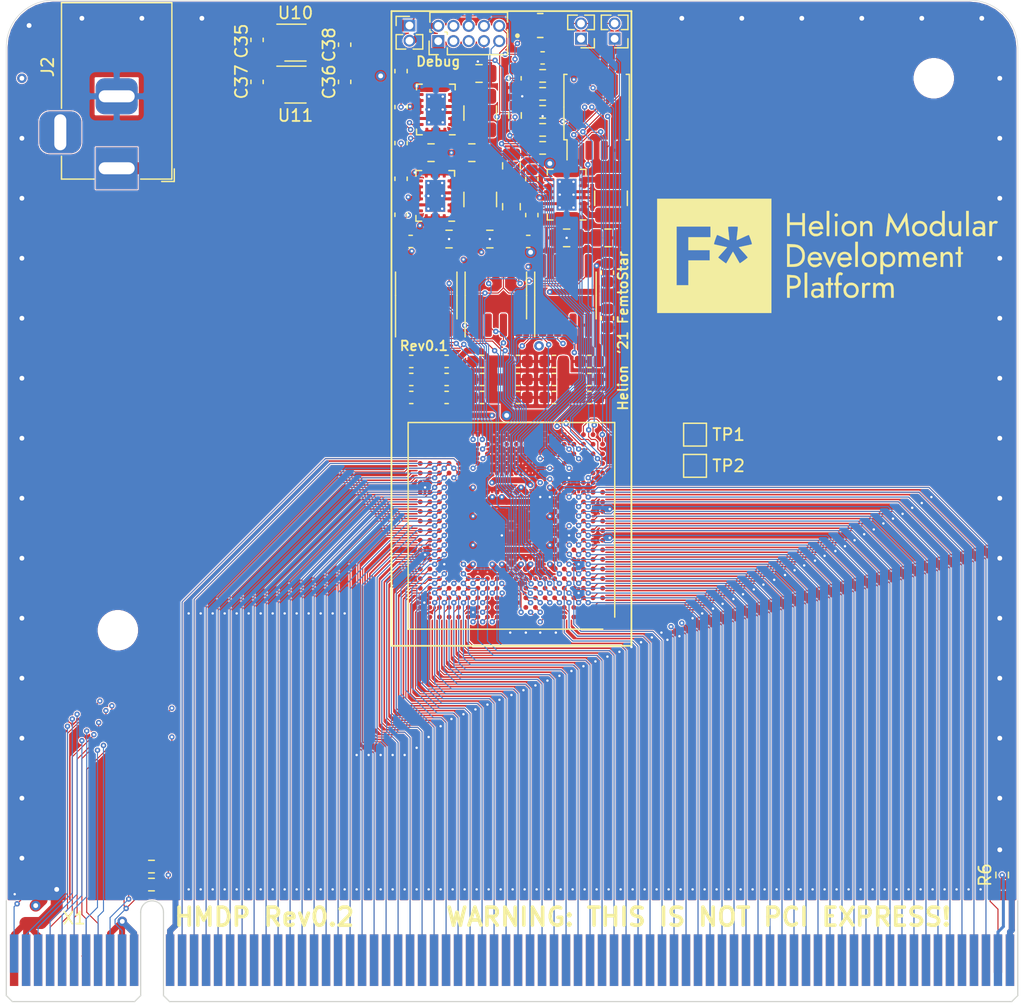
<source format=kicad_pcb>
(kicad_pcb (version 20171130) (host pcbnew 5.99.0+really5.1.10+dfsg1-1)

  (general
    (thickness 1.6)
    (drawings 18)
    (tracks 2585)
    (zones 0)
    (modules 82)
    (nets 249)
  )

  (page A4)
  (layers
    (0 F.Cu signal)
    (1 In1.Cu signal)
    (2 In2.Cu signal)
    (31 B.Cu signal)
    (32 B.Adhes user)
    (33 F.Adhes user)
    (34 B.Paste user)
    (35 F.Paste user)
    (36 B.SilkS user)
    (37 F.SilkS user)
    (38 B.Mask user)
    (39 F.Mask user)
    (40 Dwgs.User user)
    (41 Cmts.User user)
    (42 Eco1.User user)
    (43 Eco2.User user)
    (44 Edge.Cuts user)
    (45 Margin user)
    (46 B.CrtYd user)
    (47 F.CrtYd user)
    (48 B.Fab user)
    (49 F.Fab user)
  )

  (setup
    (last_trace_width 0.09)
    (user_trace_width 0.09)
    (user_trace_width 0.25)
    (user_trace_width 0.5)
    (user_trace_width 1)
    (trace_clearance 0.09)
    (zone_clearance 0.09)
    (zone_45_only no)
    (trace_min 0.09)
    (via_size 0.45)
    (via_drill 0.2)
    (via_min_size 0.45)
    (via_min_drill 0.2)
    (user_via 0.45 0.2)
    (user_via 0.8 0.4)
    (uvia_size 0.4)
    (uvia_drill 0.2)
    (uvias_allowed no)
    (uvia_min_size 0.2)
    (uvia_min_drill 0.1)
    (edge_width 0.05)
    (segment_width 0.2)
    (pcb_text_width 0.3)
    (pcb_text_size 1.5 1.5)
    (mod_edge_width 0.12)
    (mod_text_size 1 1)
    (mod_text_width 0.15)
    (pad_size 1.524 1.524)
    (pad_drill 0.762)
    (pad_to_mask_clearance 0)
    (aux_axis_origin 0 0)
    (visible_elements FFFFFF7F)
    (pcbplotparams
      (layerselection 0x010fc_ffffffff)
      (usegerberextensions false)
      (usegerberattributes true)
      (usegerberadvancedattributes true)
      (creategerberjobfile true)
      (excludeedgelayer true)
      (linewidth 0.100000)
      (plotframeref false)
      (viasonmask false)
      (mode 1)
      (useauxorigin false)
      (hpglpennumber 1)
      (hpglpenspeed 20)
      (hpglpendiameter 15.000000)
      (psnegative false)
      (psa4output false)
      (plotreference true)
      (plotvalue true)
      (plotinvisibletext false)
      (padsonsilk false)
      (subtractmaskfromsilk false)
      (outputformat 1)
      (mirror false)
      (drillshape 0)
      (scaleselection 1)
      (outputdirectory "Gerber/"))
  )

  (net 0 "")
  (net 1 GND)
  (net 2 +1V8)
  (net 3 +2V5)
  (net 4 +1V1)
  (net 5 +BATT)
  (net 6 "Net-(C22-Pad2)")
  (net 7 "Net-(C23-Pad2)")
  (net 8 "Net-(C24-Pad2)")
  (net 9 VBUS)
  (net 10 /Sheet61CBBC02/PROGRAMN)
  (net 11 /Sheet61CBBC02/DEBUG_TX)
  (net 12 "Net-(J1-Pad7)")
  (net 13 "Net-(J1-Pad9)")
  (net 14 /Sheet61CBBC02/DEBUG_RX)
  (net 15 "Net-(J1-Pad8)")
  (net 16 "Net-(J1-Pad10)")
  (net 17 CLKA)
  (net 18 CLKB)
  (net 19 "Net-(L1-Pad1)")
  (net 20 "Net-(L1-Pad2)")
  (net 21 "Net-(L2-Pad1)")
  (net 22 "Net-(L2-Pad2)")
  (net 23 "Net-(L3-Pad2)")
  (net 24 "Net-(L3-Pad1)")
  (net 25 "Net-(R5-Pad2)")
  (net 26 ID0)
  (net 27 ID1)
  (net 28 "Net-(TP1-Pad1)")
  (net 29 "Net-(TP2-Pad1)")
  (net 30 A2)
  (net 31 A3)
  (net 32 A4)
  (net 33 UP_R)
  (net 34 UP_L)
  (net 35 B1)
  (net 36 B2)
  (net 37 B4)
  (net 38 SC_L)
  (net 39 C1)
  (net 40 C2)
  (net 41 C3)
  (net 42 C4)
  (net 43 SC_R)
  (net 44 C18)
  (net 45 D1)
  (net 46 D2)
  (net 47 D3)
  (net 48 D17)
  (net 49 D18)
  (net 50 F1)
  (net 51 F2)
  (net 52 F3)
  (net 53 F4)
  (net 54 F16)
  (net 55 F17)
  (net 56 F18)
  (net 57 G1)
  (net 58 G3)
  (net 59 G16)
  (net 60 G18)
  (net 61 H1)
  (net 62 H2)
  (net 63 H3)
  (net 64 H4)
  (net 65 H16)
  (net 66 H17)
  (net 67 H18)
  (net 68 J1)
  (net 69 J3)
  (net 70 J16)
  (net 71 J17)
  (net 72 J18)
  (net 73 K1)
  (net 74 K2)
  (net 75 K3)
  (net 76 K4)
  (net 77 K16)
  (net 78 K17)
  (net 79 K18)
  (net 80 L1)
  (net 81 L3)
  (net 82 L4)
  (net 83 L16)
  (net 84 L18)
  (net 85 M1)
  (net 86 M3)
  (net 87 M17)
  (net 88 N1)
  (net 89 N2)
  (net 90 N3)
  (net 91 N4)
  (net 92 "Net-(U1-PadV2)")
  (net 93 "Net-(JP2-Pad2)")
  (net 94 "Net-(U1-PadY2)")
  (net 95 "Net-(U1-PadW18)")
  (net 96 "Net-(U1-PadW17)")
  (net 97 "Net-(U1-PadW14)")
  (net 98 "Net-(U1-PadW13)")
  (net 99 "Net-(U1-PadW11)")
  (net 100 "Net-(U1-PadW10)")
  (net 101 "Net-(U1-PadW9)")
  (net 102 "Net-(U1-PadW8)")
  (net 103 "Net-(U1-PadW5)")
  (net 104 "Net-(U1-PadW4)")
  (net 105 "Net-(U1-PadW2)")
  (net 106 "Net-(U1-PadW1)")
  (net 107 U20)
  (net 108 U19)
  (net 109 U18)
  (net 110 U17)
  (net 111 U16)
  (net 112 "Net-(U1-PadU3)")
  (net 113 "Net-(U1-PadU2)")
  (net 114 T20)
  (net 115 T19)
  (net 116 T18)
  (net 117 T17)
  (net 118 T16)
  (net 119 "Net-(U1-PadT3)")
  (net 120 "Net-(U1-PadT2)")
  (net 121 "Net-(U1-PadT1)")
  (net 122 R20)
  (net 123 R18)
  (net 124 R17)
  (net 125 R16)
  (net 126 "Net-(U1-PadR3)")
  (net 127 "Net-(U1-PadR2)")
  (net 128 "Net-(U1-PadR1)")
  (net 129 P20)
  (net 130 P19)
  (net 131 P18)
  (net 132 P17)
  (net 133 P16)
  (net 134 P5)
  (net 135 P4)
  (net 136 P3)
  (net 137 P2)
  (net 138 P1)
  (net 139 N20)
  (net 140 N19)
  (net 141 N18)
  (net 142 N17)
  (net 143 N16)
  (net 144 N5)
  (net 145 M20)
  (net 146 M19)
  (net 147 M18)
  (net 148 M5)
  (net 149 M4)
  (net 150 L20)
  (net 151 L19)
  (net 152 L17)
  (net 153 L5)
  (net 154 L2)
  (net 155 K20)
  (net 156 K19)
  (net 157 J20)
  (net 158 J19)
  (net 159 J5)
  (net 160 J4)
  (net 161 H20)
  (net 162 H5)
  (net 163 G20)
  (net 164 G19)
  (net 165 G5)
  (net 166 G2)
  (net 167 F20)
  (net 168 F19)
  (net 169 F5)
  (net 170 E20)
  (net 171 E19)
  (net 172 E18)
  (net 173 E17)
  (net 174 E16)
  (net 175 E15)
  (net 176 "Net-(U1-PadE10)")
  (net 177 "Net-(U1-PadE9)")
  (net 178 "Net-(U1-PadE8)")
  (net 179 "Net-(U1-PadE7)")
  (net 180 "Net-(U1-PadE6)")
  (net 181 E5)
  (net 182 E4)
  (net 183 E3)
  (net 184 E2)
  (net 185 E1)
  (net 186 D20)
  (net 187 D19)
  (net 188 D16)
  (net 189 D15)
  (net 190 "Net-(U1-PadD10)")
  (net 191 "Net-(U1-PadD9)")
  (net 192 "Net-(U1-PadD8)")
  (net 193 "Net-(U1-PadD7)")
  (net 194 "Net-(U1-PadD6)")
  (net 195 D5)
  (net 196 C20)
  (net 197 C17)
  (net 198 C16)
  (net 199 C15)
  (net 200 "Net-(U1-PadC11)")
  (net 201 "Net-(U1-PadC10)")
  (net 202 "Net-(U1-PadC9)")
  (net 203 "Net-(U1-PadC8)")
  (net 204 "Net-(U1-PadC7)")
  (net 205 "Net-(U1-PadC6)")
  (net 206 C5)
  (net 207 B20)
  (net 208 B19)
  (net 209 B18)
  (net 210 B17)
  (net 211 B16)
  (net 212 B15)
  (net 213 "Net-(U1-PadB11)")
  (net 214 "Net-(U1-PadB10)")
  (net 215 "Net-(U1-PadB9)")
  (net 216 "Net-(U1-PadB8)")
  (net 217 "Net-(U1-PadB6)")
  (net 218 B5)
  (net 219 B3)
  (net 220 A19)
  (net 221 A18)
  (net 222 A17)
  (net 223 A16)
  (net 224 A15)
  (net 225 "Net-(U1-PadA11)")
  (net 226 "Net-(U1-PadA10)")
  (net 227 "Net-(U1-PadA9)")
  (net 228 "Net-(U1-PadA8)")
  (net 229 "Net-(U1-PadA7)")
  (net 230 "Net-(U1-PadA6)")
  (net 231 A5)
  (net 232 "Net-(U6-Pad11)")
  (net 233 "Net-(U7-Pad11)")
  (net 234 "Net-(U8-Pad11)")
  (net 235 "Net-(U1-PadE11)")
  (net 236 "Net-(U1-PadC12)")
  (net 237 "Net-(C35-Pad1)")
  (net 238 "Net-(C37-Pad1)")
  (net 239 PRSNT_IN)
  (net 240 CARD_TX)
  (net 241 PRSNT_R)
  (net 242 CARD_RX)
  (net 243 PRSNT_L)
  (net 244 SC)
  (net 245 UP)
  (net 246 "Net-(U10-Pad4)")
  (net 247 "Net-(U11-Pad4)")
  (net 248 "Net-(J2-Pad3)")

  (net_class Default "This is the default net class."
    (clearance 0.09)
    (trace_width 0.09)
    (via_dia 0.45)
    (via_drill 0.2)
    (uvia_dia 0.4)
    (uvia_drill 0.2)
    (add_net /Sheet61CBBC02/DEBUG_RX)
    (add_net /Sheet61CBBC02/DEBUG_TX)
    (add_net /Sheet61CBBC02/PROGRAMN)
    (add_net A15)
    (add_net A16)
    (add_net A17)
    (add_net A18)
    (add_net A19)
    (add_net A2)
    (add_net A3)
    (add_net A4)
    (add_net A5)
    (add_net B1)
    (add_net B15)
    (add_net B16)
    (add_net B17)
    (add_net B18)
    (add_net B19)
    (add_net B2)
    (add_net B20)
    (add_net B3)
    (add_net B4)
    (add_net B5)
    (add_net C1)
    (add_net C15)
    (add_net C16)
    (add_net C17)
    (add_net C18)
    (add_net C2)
    (add_net C20)
    (add_net C3)
    (add_net C4)
    (add_net C5)
    (add_net CARD_RX)
    (add_net CARD_TX)
    (add_net CLKA)
    (add_net CLKB)
    (add_net D1)
    (add_net D15)
    (add_net D16)
    (add_net D17)
    (add_net D18)
    (add_net D19)
    (add_net D2)
    (add_net D20)
    (add_net D3)
    (add_net D5)
    (add_net E1)
    (add_net E15)
    (add_net E16)
    (add_net E17)
    (add_net E18)
    (add_net E19)
    (add_net E2)
    (add_net E20)
    (add_net E3)
    (add_net E4)
    (add_net E5)
    (add_net F1)
    (add_net F16)
    (add_net F17)
    (add_net F18)
    (add_net F19)
    (add_net F2)
    (add_net F20)
    (add_net F3)
    (add_net F4)
    (add_net F5)
    (add_net G1)
    (add_net G16)
    (add_net G18)
    (add_net G19)
    (add_net G2)
    (add_net G20)
    (add_net G3)
    (add_net G5)
    (add_net GND)
    (add_net H1)
    (add_net H16)
    (add_net H17)
    (add_net H18)
    (add_net H2)
    (add_net H20)
    (add_net H3)
    (add_net H4)
    (add_net H5)
    (add_net ID0)
    (add_net ID1)
    (add_net J1)
    (add_net J16)
    (add_net J17)
    (add_net J18)
    (add_net J19)
    (add_net J20)
    (add_net J3)
    (add_net J4)
    (add_net J5)
    (add_net K1)
    (add_net K16)
    (add_net K17)
    (add_net K18)
    (add_net K19)
    (add_net K2)
    (add_net K20)
    (add_net K3)
    (add_net K4)
    (add_net L1)
    (add_net L16)
    (add_net L17)
    (add_net L18)
    (add_net L19)
    (add_net L2)
    (add_net L20)
    (add_net L3)
    (add_net L4)
    (add_net L5)
    (add_net M1)
    (add_net M17)
    (add_net M18)
    (add_net M19)
    (add_net M20)
    (add_net M3)
    (add_net M4)
    (add_net M5)
    (add_net N1)
    (add_net N16)
    (add_net N17)
    (add_net N18)
    (add_net N19)
    (add_net N2)
    (add_net N20)
    (add_net N3)
    (add_net N4)
    (add_net N5)
    (add_net "Net-(C22-Pad2)")
    (add_net "Net-(C23-Pad2)")
    (add_net "Net-(C24-Pad2)")
    (add_net "Net-(C35-Pad1)")
    (add_net "Net-(C37-Pad1)")
    (add_net "Net-(J1-Pad10)")
    (add_net "Net-(J1-Pad7)")
    (add_net "Net-(J1-Pad8)")
    (add_net "Net-(J1-Pad9)")
    (add_net "Net-(J2-Pad3)")
    (add_net "Net-(JP2-Pad2)")
    (add_net "Net-(L1-Pad1)")
    (add_net "Net-(L1-Pad2)")
    (add_net "Net-(L2-Pad1)")
    (add_net "Net-(L2-Pad2)")
    (add_net "Net-(L3-Pad1)")
    (add_net "Net-(L3-Pad2)")
    (add_net "Net-(R5-Pad2)")
    (add_net "Net-(TP1-Pad1)")
    (add_net "Net-(TP2-Pad1)")
    (add_net "Net-(U1-PadA10)")
    (add_net "Net-(U1-PadA11)")
    (add_net "Net-(U1-PadA6)")
    (add_net "Net-(U1-PadA7)")
    (add_net "Net-(U1-PadA8)")
    (add_net "Net-(U1-PadA9)")
    (add_net "Net-(U1-PadB10)")
    (add_net "Net-(U1-PadB11)")
    (add_net "Net-(U1-PadB6)")
    (add_net "Net-(U1-PadB8)")
    (add_net "Net-(U1-PadB9)")
    (add_net "Net-(U1-PadC10)")
    (add_net "Net-(U1-PadC11)")
    (add_net "Net-(U1-PadC12)")
    (add_net "Net-(U1-PadC6)")
    (add_net "Net-(U1-PadC7)")
    (add_net "Net-(U1-PadC8)")
    (add_net "Net-(U1-PadC9)")
    (add_net "Net-(U1-PadD10)")
    (add_net "Net-(U1-PadD6)")
    (add_net "Net-(U1-PadD7)")
    (add_net "Net-(U1-PadD8)")
    (add_net "Net-(U1-PadD9)")
    (add_net "Net-(U1-PadE10)")
    (add_net "Net-(U1-PadE11)")
    (add_net "Net-(U1-PadE6)")
    (add_net "Net-(U1-PadE7)")
    (add_net "Net-(U1-PadE8)")
    (add_net "Net-(U1-PadE9)")
    (add_net "Net-(U1-PadR1)")
    (add_net "Net-(U1-PadR2)")
    (add_net "Net-(U1-PadR3)")
    (add_net "Net-(U1-PadT1)")
    (add_net "Net-(U1-PadT2)")
    (add_net "Net-(U1-PadT3)")
    (add_net "Net-(U1-PadU2)")
    (add_net "Net-(U1-PadU3)")
    (add_net "Net-(U1-PadV2)")
    (add_net "Net-(U1-PadW1)")
    (add_net "Net-(U1-PadW10)")
    (add_net "Net-(U1-PadW11)")
    (add_net "Net-(U1-PadW13)")
    (add_net "Net-(U1-PadW14)")
    (add_net "Net-(U1-PadW17)")
    (add_net "Net-(U1-PadW18)")
    (add_net "Net-(U1-PadW2)")
    (add_net "Net-(U1-PadW4)")
    (add_net "Net-(U1-PadW5)")
    (add_net "Net-(U1-PadW8)")
    (add_net "Net-(U1-PadW9)")
    (add_net "Net-(U1-PadY2)")
    (add_net "Net-(U10-Pad4)")
    (add_net "Net-(U11-Pad4)")
    (add_net "Net-(U6-Pad11)")
    (add_net "Net-(U7-Pad11)")
    (add_net "Net-(U8-Pad11)")
    (add_net P1)
    (add_net P16)
    (add_net P17)
    (add_net P18)
    (add_net P19)
    (add_net P2)
    (add_net P20)
    (add_net P3)
    (add_net P4)
    (add_net P5)
    (add_net PRSNT_IN)
    (add_net PRSNT_L)
    (add_net PRSNT_R)
    (add_net R16)
    (add_net R17)
    (add_net R18)
    (add_net R20)
    (add_net SC)
    (add_net SC_L)
    (add_net SC_R)
    (add_net T16)
    (add_net T17)
    (add_net T18)
    (add_net T19)
    (add_net T20)
    (add_net U16)
    (add_net U17)
    (add_net U18)
    (add_net U19)
    (add_net U20)
    (add_net UP)
    (add_net UP_L)
    (add_net UP_R)
    (add_net VBUS)
  )

  (net_class Power ""
    (clearance 0.09)
    (trace_width 1)
    (via_dia 0.45)
    (via_drill 0.2)
    (uvia_dia 0.4)
    (uvia_drill 0.2)
    (add_net +1V1)
    (add_net +1V8)
    (add_net +2V5)
    (add_net +BATT)
  )

  (module ECP5_BOARD:HDMPText_Jost (layer F.Cu) (tedit 0) (tstamp 6147DB80)
    (at 167.2 49.8)
    (fp_text reference G*** (at 0 0) (layer F.SilkS) hide
      (effects (font (size 1.524 1.524) (thickness 0.3)))
    )
    (fp_text value LOGO (at 0.75 0) (layer F.SilkS) hide
      (effects (font (size 1.524 1.524) (thickness 0.3)))
    )
    (fp_poly (pts (xy 0.777991 -3.492372) (xy 0.816462 -3.432266) (xy 0.807671 -3.368672) (xy 0.799468 -3.349497)
      (xy 0.742566 -3.287957) (xy 0.662483 -3.267128) (xy 0.583799 -3.288292) (xy 0.53861 -3.33588)
      (xy 0.52111 -3.401426) (xy 0.549736 -3.471975) (xy 0.5541 -3.478755) (xy 0.62369 -3.543611)
      (xy 0.702237 -3.546659) (xy 0.777991 -3.492372)) (layer F.SilkS) (width 0.01))
    (fp_poly (pts (xy 14.078673 -2.884591) (xy 14.131212 -2.856147) (xy 14.139563 -2.824141) (xy 14.10895 -2.764164)
      (xy 14.105644 -2.75856) (xy 14.058103 -2.697091) (xy 14.004824 -2.683426) (xy 13.971664 -2.689651)
      (xy 13.841384 -2.705382) (xy 13.746181 -2.674449) (xy 13.718713 -2.65166) (xy 13.698131 -2.619281)
      (xy 13.682951 -2.562974) (xy 13.672069 -2.473159) (xy 13.664381 -2.340256) (xy 13.658781 -2.154683)
      (xy 13.65815 -2.126206) (xy 13.647925 -1.651) (xy 13.43025 -1.651) (xy 13.43025 -2.88925)
      (xy 13.541375 -2.88925) (xy 13.61757 -2.882429) (xy 13.648468 -2.855048) (xy 13.6525 -2.822928)
      (xy 13.655755 -2.78345) (xy 13.674635 -2.780377) (xy 13.722814 -2.815932) (xy 13.750186 -2.838803)
      (xy 13.867122 -2.907298) (xy 13.988209 -2.914245) (xy 14.078673 -2.884591)) (layer F.SilkS) (width 0.01))
    (fp_poly (pts (xy 11.71575 -1.651) (xy 11.4935 -1.651) (xy 11.4935 -3.7465) (xy 11.71575 -3.7465)
      (xy 11.71575 -1.651)) (layer F.SilkS) (width 0.01))
    (fp_poly (pts (xy 6.55913 -3.582614) (xy 6.566279 -3.518307) (xy 6.572001 -3.458612) (xy 6.584003 -3.345632)
      (xy 6.601199 -3.189151) (xy 6.622505 -2.998957) (xy 6.646835 -2.784835) (xy 6.668435 -2.596939)
      (xy 6.694008 -2.373195) (xy 6.716947 -2.167814) (xy 6.736269 -1.989998) (xy 6.750987 -1.848945)
      (xy 6.760117 -1.753855) (xy 6.76275 -1.715876) (xy 6.750827 -1.671281) (xy 6.703641 -1.653239)
      (xy 6.651625 -1.651) (xy 6.571973 -1.661328) (xy 6.5403 -1.68906) (xy 6.540221 -1.690688)
      (xy 6.536757 -1.733802) (xy 6.527311 -1.829119) (xy 6.513021 -1.965741) (xy 6.495023 -2.132773)
      (xy 6.476721 -2.298966) (xy 6.45639 -2.483518) (xy 6.438738 -2.64698) (xy 6.424901 -2.778576)
      (xy 6.416014 -2.867532) (xy 6.413185 -2.902216) (xy 6.398565 -2.886854) (xy 6.358005 -2.823631)
      (xy 6.296157 -2.720336) (xy 6.21767 -2.584754) (xy 6.127194 -2.424672) (xy 6.115472 -2.403683)
      (xy 6.022206 -2.237121) (xy 5.939184 -2.09009) (xy 5.871454 -1.971424) (xy 5.82406 -1.88996)
      (xy 5.802049 -1.854535) (xy 5.801567 -1.853984) (xy 5.781815 -1.875125) (xy 5.736582 -1.94379)
      (xy 5.670845 -2.051784) (xy 5.589582 -2.190911) (xy 5.497768 -2.352977) (xy 5.489296 -2.368159)
      (xy 5.387165 -2.55276) (xy 5.309328 -2.690127) (xy 5.251583 -2.778289) (xy 5.209726 -2.815277)
      (xy 5.179554 -2.799123) (xy 5.156863 -2.727858) (xy 5.137449 -2.599511) (xy 5.117109 -2.412115)
      (xy 5.093646 -2.182813) (xy 5.037997 -1.651) (xy 4.807686 -1.651) (xy 4.909582 -2.53331)
      (xy 4.936702 -2.768818) (xy 4.961864 -2.988626) (xy 4.98401 -3.18337) (xy 5.002078 -3.343689)
      (xy 5.015009 -3.460217) (xy 5.021743 -3.523593) (xy 5.021926 -3.525497) (xy 5.027288 -3.555942)
      (xy 5.038448 -3.566717) (xy 5.059006 -3.552554) (xy 5.092564 -3.508185) (xy 5.142721 -3.428343)
      (xy 5.213078 -3.307761) (xy 5.307237 -3.141169) (xy 5.40799 -2.960688) (xy 5.512511 -2.773696)
      (xy 5.606714 -2.606598) (xy 5.686278 -2.466944) (xy 5.746881 -2.36228) (xy 5.784202 -2.300155)
      (xy 5.79425 -2.286) (xy 5.811896 -2.312563) (xy 5.855377 -2.386935) (xy 5.920185 -2.501143)
      (xy 6.001814 -2.647214) (xy 6.095758 -2.817173) (xy 6.139976 -2.897729) (xy 6.240281 -3.080002)
      (xy 6.332468 -3.245931) (xy 6.411467 -3.386521) (xy 6.472212 -3.492779) (xy 6.509635 -3.555708)
      (xy 6.516748 -3.566473) (xy 6.54527 -3.598332) (xy 6.55913 -3.582614)) (layer F.SilkS) (width 0.01))
    (fp_poly (pts (xy 3.407941 -2.895421) (xy 3.486473 -2.856687) (xy 3.556299 -2.805088) (xy 3.607852 -2.741116)
      (xy 3.643708 -2.655008) (xy 3.666447 -2.537002) (xy 3.678645 -2.377334) (xy 3.68288 -2.166242)
      (xy 3.683 -2.112395) (xy 3.683 -1.651) (xy 3.46075 -1.651) (xy 3.46075 -2.107858)
      (xy 3.458652 -2.317591) (xy 3.450022 -2.472168) (xy 3.431354 -2.579863) (xy 3.399141 -2.64895)
      (xy 3.349877 -2.6877) (xy 3.280056 -2.704386) (xy 3.206648 -2.70741) (xy 3.105431 -2.698231)
      (xy 3.032878 -2.660922) (xy 2.978671 -2.607329) (xy 2.942746 -2.56519) (xy 2.918019 -2.525045)
      (xy 2.902399 -2.474541) (xy 2.893793 -2.401325) (xy 2.890112 -2.293047) (xy 2.889264 -2.137352)
      (xy 2.88925 -2.079125) (xy 2.88925 -1.651) (xy 2.667 -1.651) (xy 2.667 -2.88925)
      (xy 2.778125 -2.88925) (xy 2.853046 -2.883575) (xy 2.883753 -2.856894) (xy 2.88925 -2.804341)
      (xy 2.88925 -2.719432) (xy 2.960687 -2.784498) (xy 3.10678 -2.883695) (xy 3.257068 -2.920834)
      (xy 3.407941 -2.895421)) (layer F.SilkS) (width 0.01))
    (fp_poly (pts (xy 0.762 -1.651) (xy 0.5715 -1.651) (xy 0.5715 -2.88925) (xy 0.762 -2.88925)
      (xy 0.762 -1.651)) (layer F.SilkS) (width 0.01))
    (fp_poly (pts (xy 0.09525 -1.651) (xy -0.127 -1.651) (xy -0.127 -3.7465) (xy 0.09525 -3.7465)
      (xy 0.09525 -1.651)) (layer F.SilkS) (width 0.01))
    (fp_poly (pts (xy -3.20675 -2.794) (xy -2.159 -2.794) (xy -2.159 -3.556) (xy -1.93675 -3.556)
      (xy -1.93675 -1.651) (xy -2.159 -1.651) (xy -2.159 -2.57175) (xy -3.20675 -2.57175)
      (xy -3.20675 -1.651) (xy -3.429 -1.651) (xy -3.429 -3.556) (xy -3.20675 -3.556)
      (xy -3.20675 -2.794)) (layer F.SilkS) (width 0.01))
    (fp_poly (pts (xy 12.811472 -2.885072) (xy 12.920382 -2.832295) (xy 12.977895 -2.783764) (xy 13.019834 -2.729281)
      (xy 13.048612 -2.65834) (xy 13.066642 -2.560435) (xy 13.076338 -2.425058) (xy 13.080114 -2.241704)
      (xy 13.080531 -2.135188) (xy 13.081 -1.651) (xy 12.969875 -1.651) (xy 12.892475 -1.658638)
      (xy 12.86163 -1.687125) (xy 12.85875 -1.710182) (xy 12.854421 -1.742387) (xy 12.832139 -1.748718)
      (xy 12.777958 -1.72768) (xy 12.710494 -1.694307) (xy 12.543927 -1.632857) (xy 12.390915 -1.62796)
      (xy 12.268682 -1.66438) (xy 12.138521 -1.751442) (xy 12.059467 -1.875729) (xy 12.039801 -1.992956)
      (xy 12.249306 -1.992956) (xy 12.289469 -1.898595) (xy 12.321272 -1.865026) (xy 12.426426 -1.817489)
      (xy 12.550925 -1.816548) (xy 12.674591 -1.8591) (xy 12.770407 -1.93413) (xy 12.843568 -2.039893)
      (xy 12.857188 -2.125935) (xy 12.811372 -2.191109) (xy 12.74386 -2.223743) (xy 12.627218 -2.245681)
      (xy 12.498796 -2.245103) (xy 12.382129 -2.224304) (xy 12.300756 -2.185581) (xy 12.294561 -2.179919)
      (xy 12.250263 -2.09546) (xy 12.249306 -1.992956) (xy 12.039801 -1.992956) (xy 12.03325 -2.032)
      (xy 12.05747 -2.185875) (xy 12.1308 -2.299752) (xy 12.254242 -2.375085) (xy 12.275236 -2.382525)
      (xy 12.377682 -2.40098) (xy 12.512113 -2.405896) (xy 12.651007 -2.398114) (xy 12.766843 -2.378476)
      (xy 12.803187 -2.366393) (xy 12.839271 -2.360017) (xy 12.855141 -2.391254) (xy 12.858263 -2.465166)
      (xy 12.850187 -2.57167) (xy 12.81939 -2.638172) (xy 12.754424 -2.687163) (xy 12.741774 -2.693997)
      (xy 12.616574 -2.726976) (xy 12.465477 -2.71455) (xy 12.328974 -2.668767) (xy 12.196073 -2.608429)
      (xy 12.146235 -2.684492) (xy 12.1151 -2.741711) (xy 12.127169 -2.776606) (xy 12.16801 -2.805489)
      (xy 12.315478 -2.871997) (xy 12.484855 -2.907893) (xy 12.656675 -2.912482) (xy 12.811472 -2.885072)) (layer F.SilkS) (width 0.01))
    (fp_poly (pts (xy 10.292595 -2.432107) (xy 10.297708 -2.247969) (xy 10.304414 -2.116317) (xy 10.314199 -2.026138)
      (xy 10.328552 -1.966418) (xy 10.34896 -1.926144) (xy 10.363358 -1.908232) (xy 10.451306 -1.853889)
      (xy 10.565741 -1.837889) (xy 10.683023 -1.859599) (xy 10.77951 -1.918382) (xy 10.780568 -1.919432)
      (xy 10.811422 -1.953065) (xy 10.832832 -1.989383) (xy 10.846521 -2.039962) (xy 10.854211 -2.116382)
      (xy 10.857624 -2.23022) (xy 10.858482 -2.393054) (xy 10.8585 -2.443307) (xy 10.8585 -2.88925)
      (xy 11.08075 -2.88925) (xy 11.08075 -1.651) (xy 10.969625 -1.651) (xy 10.894669 -1.656665)
      (xy 10.86369 -1.683634) (xy 10.857534 -1.738313) (xy 10.854002 -1.795342) (xy 10.840364 -1.795073)
      (xy 10.822542 -1.767088) (xy 10.762413 -1.70952) (xy 10.665771 -1.658388) (xy 10.559336 -1.625927)
      (xy 10.502332 -1.620493) (xy 10.420872 -1.634322) (xy 10.334625 -1.66378) (xy 10.242282 -1.716231)
      (xy 10.172663 -1.786908) (xy 10.122955 -1.884369) (xy 10.090346 -2.017171) (xy 10.072023 -2.193871)
      (xy 10.065174 -2.423026) (xy 10.064927 -2.484438) (xy 10.06475 -2.88925) (xy 10.282315 -2.88925)
      (xy 10.292595 -2.432107)) (layer F.SilkS) (width 0.01))
    (fp_poly (pts (xy 9.7155 -1.651) (xy 9.604375 -1.651) (xy 9.529803 -1.656144) (xy 9.499216 -1.68333)
      (xy 9.493251 -1.750189) (xy 9.49325 -1.752191) (xy 9.49325 -1.853381) (xy 9.405937 -1.770086)
      (xy 9.261052 -1.667111) (xy 9.102911 -1.624578) (xy 8.926428 -1.641534) (xy 8.847302 -1.665563)
      (xy 8.682414 -1.756181) (xy 8.556788 -1.891921) (xy 8.476325 -2.063872) (xy 8.446926 -2.263124)
      (xy 8.446894 -2.270125) (xy 8.451597 -2.30507) (xy 8.667188 -2.30507) (xy 8.680528 -2.150281)
      (xy 8.715554 -2.051981) (xy 8.800522 -1.940805) (xy 8.921253 -1.868424) (xy 9.060673 -1.838406)
      (xy 9.201711 -1.854322) (xy 9.327294 -1.919741) (xy 9.331464 -1.923193) (xy 9.427749 -2.042595)
      (xy 9.47591 -2.187706) (xy 9.475535 -2.342329) (xy 9.426209 -2.490268) (xy 9.348616 -2.595563)
      (xy 9.265283 -2.664754) (xy 9.178256 -2.697737) (xy 9.062858 -2.702205) (xy 9.017 -2.698963)
      (xy 8.880424 -2.658646) (xy 8.772812 -2.571436) (xy 8.699841 -2.449516) (xy 8.667188 -2.30507)
      (xy 8.451597 -2.30507) (xy 8.472348 -2.459231) (xy 8.542593 -2.622228) (xy 8.648454 -2.754334)
      (xy 8.780757 -2.850763) (xy 8.930325 -2.906734) (xy 9.087986 -2.917461) (xy 9.244563 -2.878161)
      (xy 9.390881 -2.784051) (xy 9.405937 -2.770165) (xy 9.49325 -2.68687) (xy 9.49325 -3.7465)
      (xy 9.7155 -3.7465) (xy 9.7155 -1.651)) (layer F.SilkS) (width 0.01))
    (fp_poly (pts (xy 7.852605 -2.875073) (xy 8.013766 -2.785866) (xy 8.108312 -2.69879) (xy 8.193758 -2.579822)
      (xy 8.24075 -2.446646) (xy 8.253813 -2.282261) (xy 8.248234 -2.173092) (xy 8.202531 -1.991145)
      (xy 8.101261 -1.833137) (xy 7.950741 -1.70878) (xy 7.943378 -1.704404) (xy 7.827379 -1.660161)
      (xy 7.680519 -1.635577) (xy 7.532277 -1.633365) (xy 7.413625 -1.655675) (xy 7.237452 -1.752494)
      (xy 7.103044 -1.892818) (xy 7.016782 -2.067427) (xy 6.985045 -2.2671) (xy 6.985 -2.275156)
      (xy 6.993736 -2.335854) (xy 7.21009 -2.335854) (xy 7.2124 -2.195167) (xy 7.256068 -2.063193)
      (xy 7.336847 -1.952156) (xy 7.450489 -1.874278) (xy 7.592749 -1.841783) (xy 7.608137 -1.8415)
      (xy 7.720178 -1.852626) (xy 7.822419 -1.88028) (xy 7.843289 -1.889663) (xy 7.948243 -1.974614)
      (xy 8.013062 -2.090635) (xy 8.039869 -2.224531) (xy 8.030786 -2.363108) (xy 7.987937 -2.493171)
      (xy 7.913443 -2.601525) (xy 7.809428 -2.674974) (xy 7.713043 -2.699242) (xy 7.573103 -2.702387)
      (xy 7.469686 -2.679119) (xy 7.378909 -2.622609) (xy 7.34653 -2.594472) (xy 7.253385 -2.47303)
      (xy 7.21009 -2.335854) (xy 6.993736 -2.335854) (xy 7.012496 -2.466194) (xy 7.08846 -2.628275)
      (xy 7.203099 -2.757704) (xy 7.346624 -2.850791) (xy 7.509243 -2.903843) (xy 7.681167 -2.913168)
      (xy 7.852605 -2.875073)) (layer F.SilkS) (width 0.01))
    (fp_poly (pts (xy 1.978855 -2.875073) (xy 2.140016 -2.785866) (xy 2.234562 -2.69879) (xy 2.320008 -2.579822)
      (xy 2.367 -2.446646) (xy 2.380063 -2.282261) (xy 2.374484 -2.173092) (xy 2.328781 -1.991145)
      (xy 2.227511 -1.833137) (xy 2.076991 -1.70878) (xy 2.069628 -1.704404) (xy 1.953629 -1.660161)
      (xy 1.806769 -1.635577) (xy 1.658527 -1.633365) (xy 1.539875 -1.655675) (xy 1.363702 -1.752494)
      (xy 1.229294 -1.892818) (xy 1.143032 -2.067427) (xy 1.111295 -2.2671) (xy 1.11125 -2.275156)
      (xy 1.119986 -2.335854) (xy 1.33634 -2.335854) (xy 1.33865 -2.195167) (xy 1.382318 -2.063193)
      (xy 1.463097 -1.952156) (xy 1.576739 -1.874278) (xy 1.718999 -1.841783) (xy 1.734387 -1.8415)
      (xy 1.846428 -1.852626) (xy 1.948669 -1.88028) (xy 1.969539 -1.889663) (xy 2.074493 -1.974614)
      (xy 2.139312 -2.090635) (xy 2.166119 -2.224531) (xy 2.157036 -2.363108) (xy 2.114187 -2.493171)
      (xy 2.039693 -2.601525) (xy 1.935678 -2.674974) (xy 1.839293 -2.699242) (xy 1.699353 -2.702387)
      (xy 1.595936 -2.679119) (xy 1.505159 -2.622609) (xy 1.47278 -2.594472) (xy 1.379635 -2.47303)
      (xy 1.33634 -2.335854) (xy 1.119986 -2.335854) (xy 1.138746 -2.466194) (xy 1.21471 -2.628275)
      (xy 1.329349 -2.757704) (xy 1.472874 -2.850791) (xy 1.635493 -2.903843) (xy 1.807417 -2.913168)
      (xy 1.978855 -2.875073)) (layer F.SilkS) (width 0.01))
    (fp_poly (pts (xy -0.807127 -2.883071) (xy -0.641397 -2.802473) (xy -0.602966 -2.773014) (xy -0.532976 -2.685715)
      (xy -0.471392 -2.559605) (xy -0.428055 -2.419359) (xy -0.41275 -2.296113) (xy -0.41275 -2.2225)
      (xy -0.904875 -2.2225) (xy -1.101666 -2.221933) (xy -1.242207 -2.218162) (xy -1.333748 -2.208089)
      (xy -1.383541 -2.188612) (xy -1.398836 -2.156632) (xy -1.386883 -2.109048) (xy -1.354933 -2.042759)
      (xy -1.349557 -2.032351) (xy -1.272748 -1.926095) (xy -1.169145 -1.865045) (xy -1.025423 -1.84213)
      (xy -0.989886 -1.8415) (xy -0.882107 -1.846521) (xy -0.809002 -1.86886) (xy -0.742072 -1.919432)
      (xy -0.713187 -1.947464) (xy -0.607223 -2.053428) (xy -0.437863 -1.918386) (xy -0.565935 -1.802681)
      (xy -0.736019 -1.688131) (xy -0.925045 -1.629495) (xy -1.121307 -1.629558) (xy -1.209245 -1.649595)
      (xy -1.361712 -1.727373) (xy -1.485549 -1.853311) (xy -1.572938 -2.015577) (xy -1.616061 -2.202338)
      (xy -1.61925 -2.270125) (xy -1.597178 -2.43503) (xy -1.593621 -2.444654) (xy -1.378395 -2.444654)
      (xy -1.362292 -2.428765) (xy -1.316272 -2.419282) (xy -1.230353 -2.414591) (xy -1.094553 -2.413078)
      (xy -1.030879 -2.413) (xy -0.879449 -2.415489) (xy -0.761328 -2.422364) (xy -0.687204 -2.432737)
      (xy -0.66675 -2.443257) (xy -0.691131 -2.530237) (xy -0.751438 -2.620116) (xy -0.828415 -2.684371)
      (xy -0.830105 -2.685257) (xy -0.976938 -2.72938) (xy -1.119977 -2.715763) (xy -1.246379 -2.649517)
      (xy -1.343302 -2.535754) (xy -1.374565 -2.468563) (xy -1.378395 -2.444654) (xy -1.593621 -2.444654)
      (xy -1.537479 -2.596533) (xy -1.449936 -2.734501) (xy -1.349325 -2.825782) (xy -1.179085 -2.895998)
      (xy -0.992354 -2.91467) (xy -0.807127 -2.883071)) (layer F.SilkS) (width 0.01))
    (fp_poly (pts (xy 11.049 -0.3175) (xy 11.14425 -0.3175) (xy 11.211715 -0.309633) (xy 11.236581 -0.272523)
      (xy 11.2395 -0.22225) (xy 11.231632 -0.154785) (xy 11.194522 -0.129919) (xy 11.14425 -0.127)
      (xy 11.049 -0.127) (xy 11.049 0.92075) (xy 10.82675 0.92075) (xy 10.82675 -0.127)
      (xy 10.715625 -0.127) (xy 10.640964 -0.13231) (xy 10.610341 -0.159243) (xy 10.6045 -0.22225)
      (xy 10.610694 -0.286245) (xy 10.642116 -0.312493) (xy 10.715625 -0.3175) (xy 10.82675 -0.3175)
      (xy 10.82675 -0.762) (xy 11.049 -0.762) (xy 11.049 -0.3175)) (layer F.SilkS) (width 0.01))
    (fp_poly (pts (xy 10.107191 -0.323671) (xy 10.185723 -0.284937) (xy 10.255549 -0.233338) (xy 10.307102 -0.169366)
      (xy 10.342958 -0.083258) (xy 10.365697 0.034748) (xy 10.377895 0.194416) (xy 10.38213 0.405508)
      (xy 10.38225 0.459355) (xy 10.38225 0.92075) (xy 10.16 0.92075) (xy 10.16 0.463892)
      (xy 10.157902 0.254159) (xy 10.149272 0.099582) (xy 10.130604 -0.008113) (xy 10.098391 -0.0772)
      (xy 10.049127 -0.11595) (xy 9.979306 -0.132636) (xy 9.905898 -0.13566) (xy 9.804681 -0.126481)
      (xy 9.732128 -0.089172) (xy 9.677921 -0.035579) (xy 9.641996 0.00656) (xy 9.617269 0.046705)
      (xy 9.601649 0.097209) (xy 9.593043 0.170425) (xy 9.589362 0.278703) (xy 9.588514 0.434398)
      (xy 9.5885 0.492625) (xy 9.5885 0.92075) (xy 9.36625 0.92075) (xy 9.36625 -0.3175)
      (xy 9.477375 -0.3175) (xy 9.552296 -0.311825) (xy 9.583003 -0.285144) (xy 9.5885 -0.232591)
      (xy 9.5885 -0.147682) (xy 9.659937 -0.212748) (xy 9.80603 -0.311945) (xy 9.956318 -0.349084)
      (xy 10.107191 -0.323671)) (layer F.SilkS) (width 0.01))
    (fp_poly (pts (xy 6.566604 -0.328443) (xy 6.67889 -0.274516) (xy 6.756861 -0.200211) (xy 6.763837 -0.188469)
      (xy 6.790089 -0.14693) (xy 6.814906 -0.149358) (xy 6.857727 -0.198821) (xy 6.861731 -0.203908)
      (xy 6.962466 -0.286477) (xy 7.09306 -0.331987) (xy 7.233654 -0.339144) (xy 7.364386 -0.30665)
      (xy 7.45693 -0.242723) (xy 7.506077 -0.178458) (xy 7.541803 -0.098995) (xy 7.565982 0.00603)
      (xy 7.580486 0.146982) (xy 7.587189 0.334225) (xy 7.58825 0.483977) (xy 7.58825 0.92075)
      (xy 7.366 0.92075) (xy 7.366 0.463892) (xy 7.365073 0.280053) (xy 7.361452 0.148465)
      (xy 7.353879 0.057892) (xy 7.341093 -0.0029) (xy 7.321835 -0.045143) (xy 7.306544 -0.06639)
      (xy 7.222963 -0.123795) (xy 7.11493 -0.137648) (xy 7.003911 -0.10826) (xy 6.934749 -0.061034)
      (xy 6.904623 -0.029989) (xy 6.883625 0.004463) (xy 6.870112 0.053619) (xy 6.862439 0.128773)
      (xy 6.858959 0.24122) (xy 6.858028 0.402255) (xy 6.858 0.465909) (xy 6.858 0.92075)
      (xy 6.63575 0.92075) (xy 6.63575 0.512737) (xy 6.63313 0.348724) (xy 6.625988 0.199506)
      (xy 6.615398 0.081031) (xy 6.602433 0.009247) (xy 6.601696 0.00704) (xy 6.540059 -0.084299)
      (xy 6.440367 -0.129761) (xy 6.312357 -0.125285) (xy 6.294836 -0.121009) (xy 6.222137 -0.092212)
      (xy 6.169023 -0.044314) (xy 6.132675 0.031589) (xy 6.11027 0.144399) (xy 6.098987 0.303022)
      (xy 6.096 0.506423) (xy 6.096 0.92075) (xy 5.87375 0.92075) (xy 5.87375 -0.3175)
      (xy 5.984875 -0.3175) (xy 6.05983 -0.311836) (xy 6.090809 -0.284867) (xy 6.096965 -0.230188)
      (xy 6.100844 -0.173857) (xy 6.11497 -0.174619) (xy 6.130293 -0.198439) (xy 6.200107 -0.268004)
      (xy 6.306838 -0.322252) (xy 6.42396 -0.348483) (xy 6.44525 -0.34925) (xy 6.566604 -0.328443)) (layer F.SilkS) (width 0.01))
    (fp_poly (pts (xy 2.4765 0.92075) (xy 2.25425 0.92075) (xy 2.25425 -1.17475) (xy 2.4765 -1.17475)
      (xy 2.4765 0.92075)) (layer F.SilkS) (width 0.01))
    (fp_poly (pts (xy -3.040063 -0.974954) (xy -2.831882 -0.961803) (xy -2.672367 -0.943036) (xy -2.546712 -0.914979)
      (xy -2.440115 -0.873957) (xy -2.33777 -0.816296) (xy -2.299831 -0.791244) (xy -2.134646 -0.645046)
      (xy -2.020577 -0.464568) (xy -1.956629 -0.247478) (xy -1.941805 0.008555) (xy -1.943371 0.043659)
      (xy -1.967708 0.251855) (xy -2.020449 0.418037) (xy -2.109951 0.560443) (xy -2.241685 0.69478)
      (xy -2.361074 0.785445) (xy -2.489398 0.849756) (xy -2.639908 0.891332) (xy -2.825857 0.913788)
      (xy -3.060497 0.920742) (xy -3.069638 0.92075) (xy -3.429 0.92075) (xy -3.429 -0.73025)
      (xy -3.20675 -0.73025) (xy -3.20675 0.707307) (xy -2.928373 0.691435) (xy -2.736327 0.672615)
      (xy -2.593059 0.63952) (xy -2.519617 0.609048) (xy -2.361372 0.498218) (xy -2.245223 0.353739)
      (xy -2.192148 0.229201) (xy -2.157487 0.008812) (xy -2.1758 -0.198127) (xy -2.243826 -0.382533)
      (xy -2.358302 -0.535327) (xy -2.505029 -0.641848) (xy -2.602167 -0.687747) (xy -2.691027 -0.714558)
      (xy -2.795416 -0.727115) (xy -2.939144 -0.73025) (xy -3.20675 -0.73025) (xy -3.429 -0.73025)
      (xy -3.429 -0.993901) (xy -3.040063 -0.974954)) (layer F.SilkS) (width 0.01))
    (fp_poly (pts (xy 8.686123 -0.311321) (xy 8.851853 -0.230723) (xy 8.890284 -0.201264) (xy 8.960274 -0.113965)
      (xy 9.021858 0.012145) (xy 9.065195 0.152391) (xy 9.0805 0.275637) (xy 9.0805 0.34925)
      (xy 8.588375 0.34925) (xy 8.391584 0.349817) (xy 8.251043 0.353588) (xy 8.159502 0.363661)
      (xy 8.109709 0.383138) (xy 8.094414 0.415118) (xy 8.106367 0.462702) (xy 8.138317 0.528991)
      (xy 8.143693 0.539399) (xy 8.220502 0.645655) (xy 8.324105 0.706705) (xy 8.467827 0.72962)
      (xy 8.503364 0.73025) (xy 8.611143 0.725229) (xy 8.684248 0.70289) (xy 8.751178 0.652318)
      (xy 8.780063 0.624286) (xy 8.886027 0.518322) (xy 9.055387 0.653364) (xy 8.927315 0.769069)
      (xy 8.757231 0.883619) (xy 8.568205 0.942255) (xy 8.371943 0.942192) (xy 8.284005 0.922155)
      (xy 8.131538 0.844377) (xy 8.007701 0.718439) (xy 7.920312 0.556173) (xy 7.877189 0.369412)
      (xy 7.874 0.301625) (xy 7.896072 0.13672) (xy 7.899629 0.127096) (xy 8.114855 0.127096)
      (xy 8.130958 0.142985) (xy 8.176978 0.152468) (xy 8.262897 0.157159) (xy 8.398697 0.158672)
      (xy 8.462371 0.15875) (xy 8.613801 0.156261) (xy 8.731922 0.149386) (xy 8.806046 0.139013)
      (xy 8.8265 0.128493) (xy 8.802119 0.041513) (xy 8.741812 -0.048366) (xy 8.664835 -0.112621)
      (xy 8.663145 -0.113507) (xy 8.516312 -0.15763) (xy 8.373273 -0.144013) (xy 8.246871 -0.077767)
      (xy 8.149948 0.035996) (xy 8.118685 0.103187) (xy 8.114855 0.127096) (xy 7.899629 0.127096)
      (xy 7.955771 -0.024783) (xy 8.043314 -0.162751) (xy 8.143925 -0.254032) (xy 8.314165 -0.324248)
      (xy 8.500896 -0.34292) (xy 8.686123 -0.311321)) (layer F.SilkS) (width 0.01))
    (fp_poly (pts (xy 3.661605 -0.303323) (xy 3.822766 -0.214116) (xy 3.917312 -0.12704) (xy 4.002758 -0.008072)
      (xy 4.04975 0.125104) (xy 4.062813 0.289489) (xy 4.057234 0.398658) (xy 4.011531 0.580605)
      (xy 3.910261 0.738613) (xy 3.759741 0.86297) (xy 3.752378 0.867346) (xy 3.636379 0.911589)
      (xy 3.489519 0.936173) (xy 3.341277 0.938385) (xy 3.222625 0.916075) (xy 3.046452 0.819256)
      (xy 2.912044 0.678932) (xy 2.825782 0.504323) (xy 2.794045 0.30465) (xy 2.794 0.296594)
      (xy 2.802736 0.235896) (xy 3.01909 0.235896) (xy 3.0214 0.376583) (xy 3.065068 0.508557)
      (xy 3.145847 0.619594) (xy 3.259489 0.697472) (xy 3.401749 0.729967) (xy 3.417137 0.73025)
      (xy 3.529178 0.719124) (xy 3.631419 0.69147) (xy 3.652289 0.682087) (xy 3.757243 0.597136)
      (xy 3.822062 0.481115) (xy 3.848869 0.347219) (xy 3.839786 0.208642) (xy 3.796937 0.078579)
      (xy 3.722443 -0.029775) (xy 3.618428 -0.103224) (xy 3.522043 -0.127492) (xy 3.382103 -0.130637)
      (xy 3.278686 -0.107369) (xy 3.187909 -0.050859) (xy 3.15553 -0.022722) (xy 3.062385 0.09872)
      (xy 3.01909 0.235896) (xy 2.802736 0.235896) (xy 2.821496 0.105556) (xy 2.89746 -0.056525)
      (xy 3.012099 -0.185954) (xy 3.155624 -0.279041) (xy 3.318243 -0.332093) (xy 3.490167 -0.341418)
      (xy 3.661605 -0.303323)) (layer F.SilkS) (width 0.01))
    (fp_poly (pts (xy 1.574123 -0.311321) (xy 1.739853 -0.230723) (xy 1.778284 -0.201264) (xy 1.848274 -0.113965)
      (xy 1.909858 0.012145) (xy 1.953195 0.152391) (xy 1.9685 0.275637) (xy 1.9685 0.34925)
      (xy 1.476375 0.34925) (xy 1.279584 0.349817) (xy 1.139043 0.353588) (xy 1.047502 0.363661)
      (xy 0.997709 0.383138) (xy 0.982414 0.415118) (xy 0.994367 0.462702) (xy 1.026317 0.528991)
      (xy 1.031693 0.539399) (xy 1.108502 0.645655) (xy 1.212105 0.706705) (xy 1.355827 0.72962)
      (xy 1.391364 0.73025) (xy 1.499143 0.725229) (xy 1.572248 0.70289) (xy 1.639178 0.652318)
      (xy 1.668063 0.624286) (xy 1.774027 0.518322) (xy 1.943387 0.653364) (xy 1.815315 0.769069)
      (xy 1.645231 0.883619) (xy 1.456205 0.942255) (xy 1.259943 0.942192) (xy 1.172005 0.922155)
      (xy 1.019538 0.844377) (xy 0.895701 0.718439) (xy 0.808312 0.556173) (xy 0.765189 0.369412)
      (xy 0.762 0.301625) (xy 0.784072 0.13672) (xy 0.787629 0.127096) (xy 1.002855 0.127096)
      (xy 1.018958 0.142985) (xy 1.064978 0.152468) (xy 1.150897 0.157159) (xy 1.286697 0.158672)
      (xy 1.350371 0.15875) (xy 1.501801 0.156261) (xy 1.619922 0.149386) (xy 1.694046 0.139013)
      (xy 1.7145 0.128493) (xy 1.690119 0.041513) (xy 1.629812 -0.048366) (xy 1.552835 -0.112621)
      (xy 1.551145 -0.113507) (xy 1.404312 -0.15763) (xy 1.261273 -0.144013) (xy 1.134871 -0.077767)
      (xy 1.037948 0.035996) (xy 1.006685 0.103187) (xy 1.002855 0.127096) (xy 0.787629 0.127096)
      (xy 0.843771 -0.024783) (xy 0.931314 -0.162751) (xy 1.031925 -0.254032) (xy 1.202165 -0.324248)
      (xy 1.388896 -0.34292) (xy 1.574123 -0.311321)) (layer F.SilkS) (width 0.01))
    (fp_poly (pts (xy -0.902377 -0.311321) (xy -0.736647 -0.230723) (xy -0.698216 -0.201264) (xy -0.628226 -0.113965)
      (xy -0.566642 0.012145) (xy -0.523305 0.152391) (xy -0.508 0.275637) (xy -0.508 0.34925)
      (xy -1.000125 0.34925) (xy -1.196916 0.349817) (xy -1.337457 0.353588) (xy -1.428998 0.363661)
      (xy -1.478791 0.383138) (xy -1.494086 0.415118) (xy -1.482133 0.462702) (xy -1.450183 0.528991)
      (xy -1.444807 0.539399) (xy -1.367998 0.645655) (xy -1.264395 0.706705) (xy -1.120673 0.72962)
      (xy -1.085136 0.73025) (xy -0.977357 0.725229) (xy -0.904252 0.70289) (xy -0.837322 0.652318)
      (xy -0.808437 0.624286) (xy -0.702473 0.518322) (xy -0.533113 0.653364) (xy -0.661185 0.769069)
      (xy -0.831269 0.883619) (xy -1.020295 0.942255) (xy -1.216557 0.942192) (xy -1.304495 0.922155)
      (xy -1.456962 0.844377) (xy -1.580799 0.718439) (xy -1.668188 0.556173) (xy -1.711311 0.369412)
      (xy -1.7145 0.301625) (xy -1.692428 0.13672) (xy -1.688871 0.127096) (xy -1.473645 0.127096)
      (xy -1.457542 0.142985) (xy -1.411522 0.152468) (xy -1.325603 0.157159) (xy -1.189803 0.158672)
      (xy -1.126129 0.15875) (xy -0.974699 0.156261) (xy -0.856578 0.149386) (xy -0.782454 0.139013)
      (xy -0.762 0.128493) (xy -0.786381 0.041513) (xy -0.846688 -0.048366) (xy -0.923665 -0.112621)
      (xy -0.925355 -0.113507) (xy -1.072188 -0.15763) (xy -1.215227 -0.144013) (xy -1.341629 -0.077767)
      (xy -1.438552 0.035996) (xy -1.469815 0.103187) (xy -1.473645 0.127096) (xy -1.688871 0.127096)
      (xy -1.632729 -0.024783) (xy -1.545186 -0.162751) (xy -1.444575 -0.254032) (xy -1.274335 -0.324248)
      (xy -1.087604 -0.34292) (xy -0.902377 -0.311321)) (layer F.SilkS) (width 0.01))
    (fp_poly (pts (xy -0.053062 0.119062) (xy 0.014828 0.286709) (xy 0.063506 0.402192) (xy 0.097213 0.472358)
      (xy 0.12019 0.504053) (xy 0.136677 0.504124) (xy 0.150914 0.479417) (xy 0.158342 0.460375)
      (xy 0.184733 0.392206) (xy 0.228428 0.281803) (xy 0.282826 0.14576) (xy 0.328756 0.03175)
      (xy 0.463516 -0.301625) (xy 0.581008 -0.31148) (xy 0.656818 -0.314509) (xy 0.696705 -0.309609)
      (xy 0.6985 -0.30732) (xy 0.686261 -0.276104) (xy 0.652534 -0.197066) (xy 0.601804 -0.080328)
      (xy 0.538555 0.063985) (xy 0.46727 0.225752) (xy 0.392435 0.394849) (xy 0.318534 0.561152)
      (xy 0.250051 0.714539) (xy 0.191471 0.844887) (xy 0.147277 0.942071) (xy 0.121954 0.99597)
      (xy 0.11785 1.003468) (xy 0.103533 0.978053) (xy 0.068045 0.903724) (xy 0.015655 0.789749)
      (xy -0.049365 0.645394) (xy -0.108264 0.512776) (xy -0.187114 0.334226) (xy -0.262907 0.162672)
      (xy -0.329411 0.012217) (xy -0.380391 -0.103036) (xy -0.401551 -0.150813) (xy -0.47545 -0.3175)
      (xy -0.228812 -0.3175) (xy -0.053062 0.119062)) (layer F.SilkS) (width 0.01))
    (fp_poly (pts (xy 5.196311 -0.305627) (xy 5.358259 -0.227745) (xy 5.480165 -0.103451) (xy 5.558019 0.063042)
      (xy 5.587812 0.267523) (xy 5.588 0.286452) (xy 5.565362 0.503081) (xy 5.496714 0.676371)
      (xy 5.38095 0.807883) (xy 5.216964 0.899175) (xy 5.134963 0.925494) (xy 4.964893 0.942636)
      (xy 4.801836 0.907516) (xy 4.664427 0.8246) (xy 4.647494 0.808631) (xy 4.572 0.733136)
      (xy 4.572 1.524) (xy 4.34975 1.524) (xy 4.34975 0.267106) (xy 4.571168 0.267106)
      (xy 4.583789 0.411573) (xy 4.632925 0.545424) (xy 4.718303 0.653213) (xy 4.768524 0.689128)
      (xy 4.874801 0.721563) (xy 5.006648 0.722814) (xy 5.137624 0.696111) (xy 5.241285 0.644683)
      (xy 5.258948 0.629233) (xy 5.33683 0.510216) (xy 5.375601 0.358856) (xy 5.370274 0.19636)
      (xy 5.365847 0.174469) (xy 5.305599 0.033048) (xy 5.204252 -0.067788) (xy 5.07302 -0.12345)
      (xy 4.923118 -0.129346) (xy 4.765758 -0.080888) (xy 4.755099 -0.075521) (xy 4.656552 0.008112)
      (xy 4.595331 0.12747) (xy 4.571168 0.267106) (xy 4.34975 0.267106) (xy 4.34975 -0.3175)
      (xy 4.460875 -0.3175) (xy 4.535948 -0.31165) (xy 4.566696 -0.284977) (xy 4.572 -0.23651)
      (xy 4.572 -0.155519) (xy 4.688694 -0.244447) (xy 4.768951 -0.29709) (xy 4.849057 -0.323864)
      (xy 4.956456 -0.332608) (xy 4.998332 -0.332887) (xy 5.196311 -0.305627)) (layer F.SilkS) (width 0.01))
    (fp_poly (pts (xy 4.439354 2.243307) (xy 4.55164 2.297234) (xy 4.629611 2.371539) (xy 4.636587 2.383281)
      (xy 4.662839 2.42482) (xy 4.687656 2.422392) (xy 4.730477 2.372929) (xy 4.734481 2.367842)
      (xy 4.835216 2.285273) (xy 4.96581 2.239763) (xy 5.106404 2.232606) (xy 5.237136 2.2651)
      (xy 5.32968 2.329027) (xy 5.378827 2.393292) (xy 5.414553 2.472755) (xy 5.438732 2.57778)
      (xy 5.453236 2.718732) (xy 5.459939 2.905975) (xy 5.461 3.055727) (xy 5.461 3.4925)
      (xy 5.23875 3.4925) (xy 5.23875 3.035642) (xy 5.237823 2.851803) (xy 5.234202 2.720215)
      (xy 5.226629 2.629642) (xy 5.213843 2.56885) (xy 5.194585 2.526607) (xy 5.179294 2.50536)
      (xy 5.095713 2.447955) (xy 4.98768 2.434102) (xy 4.876661 2.46349) (xy 4.807499 2.510716)
      (xy 4.777373 2.541761) (xy 4.756375 2.576213) (xy 4.742862 2.625369) (xy 4.735189 2.700523)
      (xy 4.731709 2.81297) (xy 4.730778 2.974005) (xy 4.73075 3.037659) (xy 4.73075 3.4925)
      (xy 4.5085 3.4925) (xy 4.5085 3.084487) (xy 4.50588 2.920474) (xy 4.498738 2.771256)
      (xy 4.488148 2.652781) (xy 4.475183 2.580997) (xy 4.474446 2.57879) (xy 4.412809 2.487451)
      (xy 4.313117 2.441989) (xy 4.185107 2.446465) (xy 4.167586 2.450741) (xy 4.094887 2.479538)
      (xy 4.041773 2.527436) (xy 4.005425 2.603339) (xy 3.98302 2.716149) (xy 3.971737 2.874772)
      (xy 3.96875 3.078173) (xy 3.96875 3.4925) (xy 3.7465 3.4925) (xy 3.7465 2.25425)
      (xy 3.857625 2.25425) (xy 3.93258 2.259914) (xy 3.963559 2.286883) (xy 3.969715 2.341562)
      (xy 3.973594 2.397893) (xy 3.98772 2.397131) (xy 4.003043 2.373311) (xy 4.072857 2.303746)
      (xy 4.179588 2.249498) (xy 4.29671 2.223267) (xy 4.318 2.2225) (xy 4.439354 2.243307)) (layer F.SilkS) (width 0.01))
    (fp_poly (pts (xy 3.474173 2.258909) (xy 3.526712 2.287353) (xy 3.535063 2.319359) (xy 3.50445 2.379336)
      (xy 3.501144 2.38494) (xy 3.453603 2.446409) (xy 3.400324 2.460074) (xy 3.367164 2.453849)
      (xy 3.236884 2.438118) (xy 3.141681 2.469051) (xy 3.114213 2.49184) (xy 3.093631 2.524219)
      (xy 3.078451 2.580526) (xy 3.067569 2.670341) (xy 3.059881 2.803244) (xy 3.054281 2.988817)
      (xy 3.05365 3.017294) (xy 3.043425 3.4925) (xy 2.82575 3.4925) (xy 2.82575 2.25425)
      (xy 2.936875 2.25425) (xy 3.01307 2.261071) (xy 3.043968 2.288452) (xy 3.048 2.320572)
      (xy 3.051255 2.36005) (xy 3.070135 2.363123) (xy 3.118314 2.327568) (xy 3.145686 2.304697)
      (xy 3.262622 2.236202) (xy 3.383709 2.229255) (xy 3.474173 2.258909)) (layer F.SilkS) (width 0.01))
    (fp_poly (pts (xy 1.131702 1.396178) (xy 1.171486 1.420812) (xy 1.214872 1.461383) (xy 1.219763 1.496708)
      (xy 1.187486 1.553505) (xy 1.178741 1.566702) (xy 1.131136 1.621821) (xy 1.099206 1.624976)
      (xy 1.097238 1.622265) (xy 1.045851 1.590679) (xy 0.973055 1.593103) (xy 0.90845 1.625729)
      (xy 0.890117 1.648912) (xy 0.87497 1.708015) (xy 0.863512 1.811372) (xy 0.85764 1.93976)
      (xy 0.85725 1.982287) (xy 0.85725 2.25425) (xy 1.000125 2.25425) (xy 1.087981 2.257011)
      (xy 1.129592 2.272953) (xy 1.142192 2.313565) (xy 1.143 2.3495) (xy 1.138858 2.40807)
      (xy 1.114944 2.435811) (xy 1.054026 2.444211) (xy 1.000125 2.44475) (xy 0.85725 2.44475)
      (xy 0.85725 3.4925) (xy 0.635 3.4925) (xy 0.635 2.968625) (xy 0.634649 2.775296)
      (xy 0.632868 2.636467) (xy 0.628568 2.543138) (xy 0.620657 2.486308) (xy 0.608043 2.456977)
      (xy 0.589637 2.446146) (xy 0.5715 2.44475) (xy 0.525019 2.429781) (xy 0.508655 2.374087)
      (xy 0.508 2.3495) (xy 0.517978 2.279779) (xy 0.555108 2.255232) (xy 0.5715 2.25425)
      (xy 0.601626 2.24949) (xy 0.620365 2.227167) (xy 0.630389 2.175215) (xy 0.63437 2.081569)
      (xy 0.635 1.96748) (xy 0.643888 1.759751) (xy 0.672266 1.604529) (xy 0.722699 1.493117)
      (xy 0.79746 1.417024) (xy 0.900277 1.375614) (xy 1.021416 1.368764) (xy 1.131702 1.396178)) (layer F.SilkS) (width 0.01))
    (fp_poly (pts (xy 0.22225 2.25425) (xy 0.3175 2.25425) (xy 0.384965 2.262117) (xy 0.409831 2.299227)
      (xy 0.41275 2.3495) (xy 0.404882 2.416965) (xy 0.367772 2.441831) (xy 0.3175 2.44475)
      (xy 0.22225 2.44475) (xy 0.22225 3.4925) (xy 0 3.4925) (xy 0 2.44475)
      (xy -0.111125 2.44475) (xy -0.185786 2.43944) (xy -0.216409 2.412507) (xy -0.22225 2.3495)
      (xy -0.216056 2.285505) (xy -0.184634 2.259257) (xy -0.111125 2.25425) (xy 0 2.25425)
      (xy 0 1.80975) (xy 0.22225 1.80975) (xy 0.22225 2.25425)) (layer F.SilkS) (width 0.01))
    (fp_poly (pts (xy -1.74625 3.4925) (xy -1.9685 3.4925) (xy -1.9685 1.397) (xy -1.74625 1.397)
      (xy -1.74625 3.4925)) (layer F.SilkS) (width 0.01))
    (fp_poly (pts (xy -3.075243 1.596649) (xy -2.901575 1.608373) (xy -2.774658 1.624264) (xy -2.677754 1.647466)
      (xy -2.594123 1.681123) (xy -2.57518 1.690583) (xy -2.42795 1.799094) (xy -2.331224 1.944559)
      (xy -2.288403 2.121346) (xy -2.286523 2.168514) (xy -2.312981 2.352835) (xy -2.391667 2.503489)
      (xy -2.519487 2.617979) (xy -2.693347 2.693812) (xy -2.910153 2.728493) (xy -2.983481 2.7305)
      (xy -3.20675 2.7305) (xy -3.20675 3.4925) (xy -3.429 3.4925) (xy -3.429 2.50825)
      (xy -3.20675 2.50825) (xy -2.981462 2.50825) (xy -2.81197 2.498744) (xy -2.694598 2.469252)
      (xy -2.665307 2.454574) (xy -2.567865 2.362475) (xy -2.518426 2.235943) (xy -2.518699 2.106912)
      (xy -2.56124 1.981832) (xy -2.645287 1.892784) (xy -2.775576 1.837068) (xy -2.956843 1.811986)
      (xy -3.040063 1.809927) (xy -3.20675 1.80975) (xy -3.20675 2.50825) (xy -3.429 2.50825)
      (xy -3.429 1.577986) (xy -3.075243 1.596649)) (layer F.SilkS) (width 0.01))
    (fp_poly (pts (xy 2.137605 2.268427) (xy 2.298766 2.357634) (xy 2.393312 2.44471) (xy 2.478758 2.563678)
      (xy 2.52575 2.696854) (xy 2.538813 2.861239) (xy 2.533234 2.970408) (xy 2.487531 3.152355)
      (xy 2.386261 3.310363) (xy 2.235741 3.43472) (xy 2.228378 3.439096) (xy 2.112379 3.483339)
      (xy 1.965519 3.507923) (xy 1.817277 3.510135) (xy 1.698625 3.487825) (xy 1.522452 3.391006)
      (xy 1.388044 3.250682) (xy 1.301782 3.076073) (xy 1.270045 2.8764) (xy 1.27 2.868344)
      (xy 1.278736 2.807646) (xy 1.49509 2.807646) (xy 1.4974 2.948333) (xy 1.541068 3.080307)
      (xy 1.621847 3.191344) (xy 1.735489 3.269222) (xy 1.877749 3.301717) (xy 1.893137 3.302)
      (xy 2.005178 3.290874) (xy 2.107419 3.26322) (xy 2.128289 3.253837) (xy 2.233243 3.168886)
      (xy 2.298062 3.052865) (xy 2.324869 2.918969) (xy 2.315786 2.780392) (xy 2.272937 2.650329)
      (xy 2.198443 2.541975) (xy 2.094428 2.468526) (xy 1.998043 2.444258) (xy 1.858103 2.441113)
      (xy 1.754686 2.464381) (xy 1.663909 2.520891) (xy 1.63153 2.549028) (xy 1.538385 2.67047)
      (xy 1.49509 2.807646) (xy 1.278736 2.807646) (xy 1.297496 2.677306) (xy 1.37346 2.515225)
      (xy 1.488099 2.385796) (xy 1.631624 2.292709) (xy 1.794243 2.239657) (xy 1.966167 2.230332)
      (xy 2.137605 2.268427)) (layer F.SilkS) (width 0.01))
    (fp_poly (pts (xy -0.650528 2.258428) (xy -0.541618 2.311205) (xy -0.484105 2.359736) (xy -0.442166 2.414219)
      (xy -0.413388 2.48516) (xy -0.395358 2.583065) (xy -0.385662 2.718442) (xy -0.381886 2.901796)
      (xy -0.381469 3.008312) (xy -0.381 3.4925) (xy -0.492125 3.4925) (xy -0.569525 3.484862)
      (xy -0.60037 3.456375) (xy -0.60325 3.433318) (xy -0.607579 3.401113) (xy -0.629861 3.394782)
      (xy -0.684042 3.41582) (xy -0.751506 3.449193) (xy -0.918073 3.510643) (xy -1.071085 3.51554)
      (xy -1.193318 3.47912) (xy -1.323479 3.392058) (xy -1.402533 3.267771) (xy -1.422199 3.150544)
      (xy -1.212694 3.150544) (xy -1.172531 3.244905) (xy -1.140728 3.278474) (xy -1.035574 3.326011)
      (xy -0.911075 3.326952) (xy -0.787409 3.2844) (xy -0.691593 3.20937) (xy -0.618432 3.103607)
      (xy -0.604812 3.017565) (xy -0.650628 2.952391) (xy -0.71814 2.919757) (xy -0.834782 2.897819)
      (xy -0.963204 2.898397) (xy -1.079871 2.919196) (xy -1.161244 2.957919) (xy -1.167439 2.963581)
      (xy -1.211737 3.04804) (xy -1.212694 3.150544) (xy -1.422199 3.150544) (xy -1.42875 3.1115)
      (xy -1.40453 2.957625) (xy -1.3312 2.843748) (xy -1.207758 2.768415) (xy -1.186764 2.760975)
      (xy -1.084318 2.74252) (xy -0.949887 2.737604) (xy -0.810993 2.745386) (xy -0.695157 2.765024)
      (xy -0.658813 2.777107) (xy -0.622729 2.783483) (xy -0.606859 2.752246) (xy -0.603737 2.678334)
      (xy -0.611813 2.57183) (xy -0.64261 2.505328) (xy -0.707576 2.456337) (xy -0.720226 2.449503)
      (xy -0.845426 2.416524) (xy -0.996523 2.42895) (xy -1.133026 2.474733) (xy -1.265927 2.535071)
      (xy -1.315765 2.459008) (xy -1.3469 2.401789) (xy -1.334831 2.366894) (xy -1.29399 2.338011)
      (xy -1.146522 2.271503) (xy -0.977145 2.235607) (xy -0.805325 2.231018) (xy -0.650528 2.258428)) (layer F.SilkS) (width 0.01))
    (fp_poly (pts (xy -4.73075 4.7625) (xy -14.25575 4.7625) (xy -14.25575 -2.44475) (xy -12.6365 -2.44475)
      (xy -12.6365 2.44475) (xy -11.65225 2.44475) (xy -11.65225 0.381) (xy -9.87425 0.381)
      (xy -9.87425 -0.47625) (xy -11.65225 -0.47625) (xy -11.65225 -0.98569) (xy -9.52179 -0.98569)
      (xy -9.520299 -0.970134) (xy -9.487142 -0.960477) (xy -9.40214 -0.939917) (xy -9.275549 -0.910819)
      (xy -9.117623 -0.875548) (xy -8.970114 -0.843282) (xy -8.794461 -0.804945) (xy -8.642078 -0.771191)
      (xy -8.523083 -0.744302) (xy -8.447596 -0.726561) (xy -8.425221 -0.720406) (xy -8.443617 -0.696274)
      (xy -8.498298 -0.633015) (xy -8.582533 -0.538212) (xy -8.689593 -0.419449) (xy -8.796897 -0.301625)
      (xy -8.918612 -0.166687) (xy -9.023091 -0.047258) (xy -9.103588 0.048654) (xy -9.153359 0.113041)
      (xy -9.166435 0.137126) (xy -9.139817 0.16342) (xy -9.073663 0.217788) (xy -8.979968 0.291202)
      (xy -8.870729 0.374634) (xy -8.757941 0.459053) (xy -8.653601 0.535431) (xy -8.569704 0.594739)
      (xy -8.518247 0.627948) (xy -8.509 0.631963) (xy -8.489392 0.605977) (xy -8.444761 0.533011)
      (xy -8.380277 0.421948) (xy -8.301109 0.281672) (xy -8.223906 0.142043) (xy -8.13607 -0.016618)
      (xy -8.058339 -0.153949) (xy -7.995899 -0.261033) (xy -7.953938 -0.328954) (xy -7.938108 -0.34925)
      (xy -7.918011 -0.322929) (xy -7.872646 -0.249962) (xy -7.807342 -0.139347) (xy -7.72743 -0.000079)
      (xy -7.655618 0.127612) (xy -7.567389 0.284539) (xy -7.489199 0.42117) (xy -7.42648 0.528209)
      (xy -7.384661 0.59636) (xy -7.369915 0.61663) (xy -7.338982 0.603425) (xy -7.269747 0.559962)
      (xy -7.174105 0.494874) (xy -7.063953 0.416793) (xy -6.951186 0.334351) (xy -6.847699 0.256181)
      (xy -6.76539 0.190915) (xy -6.716152 0.147185) (xy -6.707633 0.136034) (xy -6.725366 0.105688)
      (xy -6.779652 0.036869) (xy -6.863754 -0.062442) (xy -6.970933 -0.184261) (xy -7.077053 -0.301625)
      (xy -7.198619 -0.435175) (xy -7.303267 -0.551447) (xy -7.384261 -0.64285) (xy -7.434868 -0.701793)
      (xy -7.448926 -0.720778) (xy -7.417587 -0.729188) (xy -7.334263 -0.748531) (xy -7.209081 -0.776538)
      (xy -7.052167 -0.810938) (xy -6.904515 -0.842841) (xy -6.728272 -0.881202) (xy -6.574763 -0.915598)
      (xy -6.454288 -0.943641) (xy -6.377145 -0.962945) (xy -6.353422 -0.9706) (xy -6.355335 -1.006174)
      (xy -6.375253 -1.086769) (xy -6.408435 -1.198457) (xy -6.450142 -1.327311) (xy -6.495632 -1.459406)
      (xy -6.540166 -1.580813) (xy -6.579004 -1.677607) (xy -6.607405 -1.73586) (xy -6.617515 -1.74652)
      (xy -6.656369 -1.733759) (xy -6.742374 -1.698259) (xy -6.865297 -1.644471) (xy -7.014906 -1.576851)
      (xy -7.137176 -1.520341) (xy -7.297773 -1.446374) (xy -7.437163 -1.383946) (xy -7.54575 -1.337212)
      (xy -7.613934 -1.310326) (xy -7.632859 -1.305759) (xy -7.632835 -1.339714) (xy -7.626152 -1.425677)
      (xy -7.613846 -1.552624) (xy -7.596952 -1.709533) (xy -7.585481 -1.80975) (xy -7.565433 -1.984901)
      (xy -7.548212 -2.142182) (xy -7.535165 -2.268744) (xy -7.527641 -2.35174) (xy -7.52636 -2.373313)
      (xy -7.527825 -2.402431) (xy -7.540516 -2.422318) (xy -7.574557 -2.434734) (xy -7.640075 -2.441438)
      (xy -7.747193 -2.44419) (xy -7.906038 -2.444747) (xy -7.9375 -2.44475) (xy -8.106822 -2.444007)
      (xy -8.222579 -2.440883) (xy -8.294696 -2.43404) (xy -8.333099 -2.422137) (xy -8.347716 -2.403835)
      (xy -8.349197 -2.389188) (xy -8.345305 -2.339774) (xy -8.335243 -2.239406) (xy -8.320298 -2.100188)
      (xy -8.301755 -1.934226) (xy -8.289297 -1.825625) (xy -8.270083 -1.653581) (xy -8.254848 -1.50499)
      (xy -8.244594 -1.39069) (xy -8.240323 -1.32152) (xy -8.24124 -1.305883) (xy -8.272039 -1.314769)
      (xy -8.350524 -1.346787) (xy -8.467058 -1.397746) (xy -8.612005 -1.463458) (xy -8.734186 -1.520195)
      (xy -8.896679 -1.59536) (xy -9.040446 -1.659944) (xy -9.155128 -1.709447) (xy -9.230364 -1.739364)
      (xy -9.254349 -1.74625) (xy -9.274583 -1.718133) (xy -9.308124 -1.643057) (xy -9.350204 -1.534937)
      (xy -9.396053 -1.407687) (xy -9.440905 -1.275223) (xy -9.47999 -1.151459) (xy -9.508541 -1.05031)
      (xy -9.52179 -0.98569) (xy -11.65225 -0.98569) (xy -11.65225 -1.55575) (xy -9.81075 -1.55575)
      (xy -9.81075 -2.44475) (xy -12.6365 -2.44475) (xy -14.25575 -2.44475) (xy -14.25575 -4.7625)
      (xy -4.73075 -4.7625) (xy -4.73075 4.7625)) (layer F.SilkS) (width 0.01))
  )

  (module MountingHole:MountingHole_3.2mm_M3 (layer F.Cu) (tedit 56D1B4CB) (tstamp 61477D35)
    (at 108 81)
    (descr "Mounting Hole 3.2mm, no annular, M3")
    (tags "mounting hole 3.2mm no annular m3")
    (attr virtual)
    (fp_text reference REF** (at 0 -4.2) (layer F.SilkS) hide
      (effects (font (size 1 1) (thickness 0.15)))
    )
    (fp_text value MountingHole_3.2mm_M3 (at 0 4.2) (layer F.Fab) hide
      (effects (font (size 1 1) (thickness 0.15)))
    )
    (fp_circle (center 0 0) (end 3.45 0) (layer F.CrtYd) (width 0.05))
    (fp_circle (center 0 0) (end 3.2 0) (layer Cmts.User) (width 0.15))
    (fp_text user %R (at 0.3 0) (layer F.Fab)
      (effects (font (size 1 1) (thickness 0.15)))
    )
    (pad 1 np_thru_hole circle (at 0 0) (size 3.2 3.2) (drill 3.2) (layers *.Cu *.Mask))
  )

  (module MountingHole:MountingHole_3.2mm_M3 (layer F.Cu) (tedit 56D1B4CB) (tstamp 61477CB7)
    (at 176 35)
    (descr "Mounting Hole 3.2mm, no annular, M3")
    (tags "mounting hole 3.2mm no annular m3")
    (attr virtual)
    (fp_text reference REF** (at 0 -4.2) (layer F.SilkS) hide
      (effects (font (size 1 1) (thickness 0.15)))
    )
    (fp_text value MountingHole_3.2mm_M3 (at 0 4.2) (layer F.Fab) hide
      (effects (font (size 1 1) (thickness 0.15)))
    )
    (fp_circle (center 0 0) (end 3.45 0) (layer F.CrtYd) (width 0.05))
    (fp_circle (center 0 0) (end 3.2 0) (layer Cmts.User) (width 0.15))
    (fp_text user %R (at 0.3 0) (layer F.Fab)
      (effects (font (size 1 1) (thickness 0.15)))
    )
    (pad 1 np_thru_hole circle (at 0 0) (size 3.2 3.2) (drill 3.2) (layers *.Cu *.Mask))
  )

  (module Fiducial:Fiducial_0.5mm_Mask1.5mm (layer F.Cu) (tedit 5C18D139) (tstamp 614758D3)
    (at 105.1 33.7)
    (descr "Circular Fiducial, 0.5mm bare copper, 1.5mm soldermask opening")
    (tags fiducial)
    (attr smd)
    (fp_text reference REF** (at 0 -1.7145) (layer F.SilkS) hide
      (effects (font (size 1 1) (thickness 0.15)))
    )
    (fp_text value Fiducial_0.5mm_Mask1.5mm (at 0 1.7145) (layer F.Fab) hide
      (effects (font (size 1 1) (thickness 0.15)))
    )
    (fp_circle (center 0 0) (end 0.75 0) (layer F.Fab) (width 0.1))
    (fp_circle (center 0 0) (end 1 0) (layer F.CrtYd) (width 0.05))
    (fp_text user %R (at 0 0) (layer F.Fab)
      (effects (font (size 0.2 0.2) (thickness 0.04)))
    )
    (pad "" smd circle (at 0 0) (size 0.5 0.5) (layers F.Cu F.Mask)
      (solder_mask_margin 0.5) (clearance 0.5))
  )

  (module Fiducial:Fiducial_0.5mm_Mask1.5mm (layer F.Cu) (tedit 5C18D139) (tstamp 614758C4)
    (at 178 66)
    (descr "Circular Fiducial, 0.5mm bare copper, 1.5mm soldermask opening")
    (tags fiducial)
    (attr smd)
    (fp_text reference REF** (at 0 -1.7145) (layer F.SilkS) hide
      (effects (font (size 1 1) (thickness 0.15)))
    )
    (fp_text value Fiducial_0.5mm_Mask1.5mm (at 0 1.7145) (layer F.Fab) hide
      (effects (font (size 1 1) (thickness 0.15)))
    )
    (fp_circle (center 0 0) (end 0.75 0) (layer F.Fab) (width 0.1))
    (fp_circle (center 0 0) (end 1 0) (layer F.CrtYd) (width 0.05))
    (fp_text user %R (at 0 0) (layer F.Fab)
      (effects (font (size 0.2 0.2) (thickness 0.04)))
    )
    (pad "" smd circle (at 0 0) (size 0.5 0.5) (layers F.Cu F.Mask)
      (solder_mask_margin 0.5) (clearance 0.5))
  )

  (module Fiducial:Fiducial_0.5mm_Mask1.5mm (layer F.Cu) (tedit 5C18D139) (tstamp 61475891)
    (at 109.5 94.6)
    (descr "Circular Fiducial, 0.5mm bare copper, 1.5mm soldermask opening")
    (tags fiducial)
    (attr smd)
    (fp_text reference REF** (at 0 -1.7145) (layer F.SilkS) hide
      (effects (font (size 1 1) (thickness 0.15)))
    )
    (fp_text value Fiducial_0.5mm_Mask1.5mm (at 0 1.7145) (layer F.Fab) hide
      (effects (font (size 1 1) (thickness 0.15)))
    )
    (fp_circle (center 0 0) (end 1 0) (layer F.CrtYd) (width 0.05))
    (fp_circle (center 0 0) (end 0.75 0) (layer F.Fab) (width 0.1))
    (fp_text user %R (at 0 0) (layer F.Fab)
      (effects (font (size 0.2 0.2) (thickness 0.04)))
    )
    (pad "" smd circle (at 0 0) (size 0.5 0.5) (layers F.Cu F.Mask)
      (solder_mask_margin 0.5) (clearance 0.5))
  )

  (module Connector_BarrelJack:BarrelJack_Horizontal (layer F.Cu) (tedit 5A1DBF6A) (tstamp 61411359)
    (at 107.9 42.5 270)
    (descr "DC Barrel Jack")
    (tags "Power Jack")
    (path /62A6532C/6183409D)
    (fp_text reference J2 (at -8.45 5.75 90) (layer F.SilkS)
      (effects (font (size 1 1) (thickness 0.15)))
    )
    (fp_text value Barrel_Jack_Switch (at -6.2 -5.5 90) (layer F.Fab) hide
      (effects (font (size 1 1) (thickness 0.15)))
    )
    (fp_line (start -0.003213 -4.505425) (end 0.8 -3.75) (layer F.Fab) (width 0.1))
    (fp_line (start 1.1 -3.75) (end 1.1 -4.8) (layer F.SilkS) (width 0.12))
    (fp_line (start 0.05 -4.8) (end 1.1 -4.8) (layer F.SilkS) (width 0.12))
    (fp_line (start 1 -4.5) (end 1 -4.75) (layer F.CrtYd) (width 0.05))
    (fp_line (start 1 -4.75) (end -14 -4.75) (layer F.CrtYd) (width 0.05))
    (fp_line (start 1 -4.5) (end 1 -2) (layer F.CrtYd) (width 0.05))
    (fp_line (start 1 -2) (end 2 -2) (layer F.CrtYd) (width 0.05))
    (fp_line (start 2 -2) (end 2 2) (layer F.CrtYd) (width 0.05))
    (fp_line (start 2 2) (end 1 2) (layer F.CrtYd) (width 0.05))
    (fp_line (start 1 2) (end 1 4.75) (layer F.CrtYd) (width 0.05))
    (fp_line (start 1 4.75) (end -1 4.75) (layer F.CrtYd) (width 0.05))
    (fp_line (start -1 4.75) (end -1 6.75) (layer F.CrtYd) (width 0.05))
    (fp_line (start -1 6.75) (end -5 6.75) (layer F.CrtYd) (width 0.05))
    (fp_line (start -5 6.75) (end -5 4.75) (layer F.CrtYd) (width 0.05))
    (fp_line (start -5 4.75) (end -14 4.75) (layer F.CrtYd) (width 0.05))
    (fp_line (start -14 4.75) (end -14 -4.75) (layer F.CrtYd) (width 0.05))
    (fp_line (start -5 4.6) (end -13.8 4.6) (layer F.SilkS) (width 0.12))
    (fp_line (start -13.8 4.6) (end -13.8 -4.6) (layer F.SilkS) (width 0.12))
    (fp_line (start 0.9 1.9) (end 0.9 4.6) (layer F.SilkS) (width 0.12))
    (fp_line (start 0.9 4.6) (end -1 4.6) (layer F.SilkS) (width 0.12))
    (fp_line (start -13.8 -4.6) (end 0.9 -4.6) (layer F.SilkS) (width 0.12))
    (fp_line (start 0.9 -4.6) (end 0.9 -2) (layer F.SilkS) (width 0.12))
    (fp_line (start -10.2 -4.5) (end -10.2 4.5) (layer F.Fab) (width 0.1))
    (fp_line (start -13.7 -4.5) (end -13.7 4.5) (layer F.Fab) (width 0.1))
    (fp_line (start -13.7 4.5) (end 0.8 4.5) (layer F.Fab) (width 0.1))
    (fp_line (start 0.8 4.5) (end 0.8 -3.75) (layer F.Fab) (width 0.1))
    (fp_line (start 0 -4.5) (end -13.7 -4.5) (layer F.Fab) (width 0.1))
    (fp_text user %R (at -3 -2.95 90) (layer F.Fab)
      (effects (font (size 1 1) (thickness 0.15)))
    )
    (pad 3 thru_hole roundrect (at -3 4.7 270) (size 3.5 3.5) (drill oval 3 1) (layers *.Cu *.Mask) (roundrect_rratio 0.25)
      (net 248 "Net-(J2-Pad3)"))
    (pad 2 thru_hole roundrect (at -6 0 270) (size 3 3.5) (drill oval 1 3) (layers *.Cu *.Mask) (roundrect_rratio 0.25)
      (net 1 GND))
    (pad 1 thru_hole rect (at 0 0 270) (size 3.5 3.5) (drill oval 1 3) (layers *.Cu *.Mask)
      (net 237 "Net-(C35-Pad1)"))
    (model ${KISYS3DMOD}/Connector_BarrelJack.3dshapes/BarrelJack_Horizontal.wrl
      (at (xyz 0 0 0))
      (scale (xyz 1 1 1))
      (rotate (xyz 0 0 0))
    )
  )

  (module NetTie:NetTie-2_SMD_Pad0.5mm (layer F.Cu) (tedit 5A1CF6D3) (tstamp 6140B273)
    (at 129.5 32.5 90)
    (descr "Net tie, 2 pin, 0.5mm square SMD pads")
    (tags "net tie")
    (path /62A6532C/617F1126)
    (attr virtual)
    (fp_text reference NT1 (at 0 -1.2 90) (layer F.SilkS) hide
      (effects (font (size 1 1) (thickness 0.15)))
    )
    (fp_text value Net-Tie_2 (at 0 1.2 90) (layer F.Fab) hide
      (effects (font (size 1 1) (thickness 0.15)))
    )
    (fp_poly (pts (xy -0.5 -0.25) (xy 0.5 -0.25) (xy 0.5 0.25) (xy -0.5 0.25)) (layer F.Cu) (width 0))
    (fp_line (start 1 -0.5) (end -1 -0.5) (layer F.CrtYd) (width 0.05))
    (fp_line (start 1 0.5) (end 1 -0.5) (layer F.CrtYd) (width 0.05))
    (fp_line (start -1 0.5) (end 1 0.5) (layer F.CrtYd) (width 0.05))
    (fp_line (start -1 -0.5) (end -1 0.5) (layer F.CrtYd) (width 0.05))
    (pad 2 smd circle (at 0.5 0 90) (size 0.5 0.5) (layers F.Cu)
      (net 9 VBUS))
    (pad 1 smd circle (at -0.5 0 90) (size 0.5 0.5) (layers F.Cu)
      (net 5 +BATT))
  )

  (module Package_TO_SOT_SMD:TSOT-23-5 (layer F.Cu) (tedit 5A02FF57) (tstamp 61407478)
    (at 122.8 35.5)
    (descr "5-pin TSOT23 package, http://cds.linear.com/docs/en/packaging/SOT_5_05-08-1635.pdf")
    (tags TSOT-23-5)
    (path /62A6532C/61749FF0)
    (attr smd)
    (fp_text reference U11 (at 0 2.6) (layer F.SilkS)
      (effects (font (size 1 1) (thickness 0.15)))
    )
    (fp_text value LTC4411 (at 0 2.5) (layer F.Fab) hide
      (effects (font (size 1 1) (thickness 0.15)))
    )
    (fp_line (start -0.88 1.56) (end 0.88 1.56) (layer F.SilkS) (width 0.12))
    (fp_line (start 0.88 -1.51) (end -1.55 -1.51) (layer F.SilkS) (width 0.12))
    (fp_line (start -0.88 -1) (end -0.43 -1.45) (layer F.Fab) (width 0.1))
    (fp_line (start 0.88 -1.45) (end -0.43 -1.45) (layer F.Fab) (width 0.1))
    (fp_line (start -0.88 -1) (end -0.88 1.45) (layer F.Fab) (width 0.1))
    (fp_line (start 0.88 1.45) (end -0.88 1.45) (layer F.Fab) (width 0.1))
    (fp_line (start 0.88 -1.45) (end 0.88 1.45) (layer F.Fab) (width 0.1))
    (fp_line (start -2.17 -1.7) (end 2.17 -1.7) (layer F.CrtYd) (width 0.05))
    (fp_line (start -2.17 -1.7) (end -2.17 1.7) (layer F.CrtYd) (width 0.05))
    (fp_line (start 2.17 1.7) (end 2.17 -1.7) (layer F.CrtYd) (width 0.05))
    (fp_line (start 2.17 1.7) (end -2.17 1.7) (layer F.CrtYd) (width 0.05))
    (fp_text user %R (at 0 0 90) (layer F.Fab)
      (effects (font (size 0.5 0.5) (thickness 0.075)))
    )
    (pad 5 smd rect (at 1.31 -0.95) (size 1.22 0.65) (layers F.Cu F.Paste F.Mask)
      (net 5 +BATT))
    (pad 4 smd rect (at 1.31 0.95) (size 1.22 0.65) (layers F.Cu F.Paste F.Mask)
      (net 247 "Net-(U11-Pad4)"))
    (pad 3 smd rect (at -1.31 0.95) (size 1.22 0.65) (layers F.Cu F.Paste F.Mask)
      (net 1 GND))
    (pad 2 smd rect (at -1.31 0) (size 1.22 0.65) (layers F.Cu F.Paste F.Mask)
      (net 1 GND))
    (pad 1 smd rect (at -1.31 -0.95) (size 1.22 0.65) (layers F.Cu F.Paste F.Mask)
      (net 238 "Net-(C37-Pad1)"))
    (model ${KISYS3DMOD}/Package_TO_SOT_SMD.3dshapes/TSOT-23-5.wrl
      (at (xyz 0 0 0))
      (scale (xyz 1 1 1))
      (rotate (xyz 0 0 0))
    )
  )

  (module Package_TO_SOT_SMD:TSOT-23-5 (layer F.Cu) (tedit 5A02FF57) (tstamp 61407463)
    (at 122.8 32)
    (descr "5-pin TSOT23 package, http://cds.linear.com/docs/en/packaging/SOT_5_05-08-1635.pdf")
    (tags TSOT-23-5)
    (path /62A6532C/6175B9AE)
    (attr smd)
    (fp_text reference U10 (at 0 -2.45) (layer F.SilkS)
      (effects (font (size 1 1) (thickness 0.15)))
    )
    (fp_text value LTC4411 (at 0 2.5) (layer F.Fab) hide
      (effects (font (size 1 1) (thickness 0.15)))
    )
    (fp_line (start -0.88 1.56) (end 0.88 1.56) (layer F.SilkS) (width 0.12))
    (fp_line (start 0.88 -1.51) (end -1.55 -1.51) (layer F.SilkS) (width 0.12))
    (fp_line (start -0.88 -1) (end -0.43 -1.45) (layer F.Fab) (width 0.1))
    (fp_line (start 0.88 -1.45) (end -0.43 -1.45) (layer F.Fab) (width 0.1))
    (fp_line (start -0.88 -1) (end -0.88 1.45) (layer F.Fab) (width 0.1))
    (fp_line (start 0.88 1.45) (end -0.88 1.45) (layer F.Fab) (width 0.1))
    (fp_line (start 0.88 -1.45) (end 0.88 1.45) (layer F.Fab) (width 0.1))
    (fp_line (start -2.17 -1.7) (end 2.17 -1.7) (layer F.CrtYd) (width 0.05))
    (fp_line (start -2.17 -1.7) (end -2.17 1.7) (layer F.CrtYd) (width 0.05))
    (fp_line (start 2.17 1.7) (end 2.17 -1.7) (layer F.CrtYd) (width 0.05))
    (fp_line (start 2.17 1.7) (end -2.17 1.7) (layer F.CrtYd) (width 0.05))
    (fp_text user %R (at 0 0 90) (layer F.Fab)
      (effects (font (size 0.5 0.5) (thickness 0.075)))
    )
    (pad 5 smd rect (at 1.31 -0.95) (size 1.22 0.65) (layers F.Cu F.Paste F.Mask)
      (net 5 +BATT))
    (pad 4 smd rect (at 1.31 0.95) (size 1.22 0.65) (layers F.Cu F.Paste F.Mask)
      (net 246 "Net-(U10-Pad4)"))
    (pad 3 smd rect (at -1.31 0.95) (size 1.22 0.65) (layers F.Cu F.Paste F.Mask)
      (net 1 GND))
    (pad 2 smd rect (at -1.31 0) (size 1.22 0.65) (layers F.Cu F.Paste F.Mask)
      (net 1 GND))
    (pad 1 smd rect (at -1.31 -0.95) (size 1.22 0.65) (layers F.Cu F.Paste F.Mask)
      (net 237 "Net-(C35-Pad1)"))
    (model ${KISYS3DMOD}/Package_TO_SOT_SMD.3dshapes/TSOT-23-5.wrl
      (at (xyz 0 0 0))
      (scale (xyz 1 1 1))
      (rotate (xyz 0 0 0))
    )
  )

  (module Resistor_SMD:R_0603_1608Metric (layer F.Cu) (tedit 5F68FEEE) (tstamp 61406DAE)
    (at 181.7 101.4 90)
    (descr "Resistor SMD 0603 (1608 Metric), square (rectangular) end terminal, IPC_7351 nominal, (Body size source: IPC-SM-782 page 72, https://www.pcb-3d.com/wordpress/wp-content/uploads/ipc-sm-782a_amendment_1_and_2.pdf), generated with kicad-footprint-generator")
    (tags resistor)
    (path /62A6532C/6162EBB7)
    (attr smd)
    (fp_text reference R6 (at 0 -1.43 90) (layer F.SilkS)
      (effects (font (size 1 1) (thickness 0.15)))
    )
    (fp_text value 4.7k (at 0 1.43 90) (layer F.Fab) hide
      (effects (font (size 1 1) (thickness 0.15)))
    )
    (fp_line (start -0.8 0.4125) (end -0.8 -0.4125) (layer F.Fab) (width 0.1))
    (fp_line (start -0.8 -0.4125) (end 0.8 -0.4125) (layer F.Fab) (width 0.1))
    (fp_line (start 0.8 -0.4125) (end 0.8 0.4125) (layer F.Fab) (width 0.1))
    (fp_line (start 0.8 0.4125) (end -0.8 0.4125) (layer F.Fab) (width 0.1))
    (fp_line (start -0.237258 -0.5225) (end 0.237258 -0.5225) (layer F.SilkS) (width 0.12))
    (fp_line (start -0.237258 0.5225) (end 0.237258 0.5225) (layer F.SilkS) (width 0.12))
    (fp_line (start -1.48 0.73) (end -1.48 -0.73) (layer F.CrtYd) (width 0.05))
    (fp_line (start -1.48 -0.73) (end 1.48 -0.73) (layer F.CrtYd) (width 0.05))
    (fp_line (start 1.48 -0.73) (end 1.48 0.73) (layer F.CrtYd) (width 0.05))
    (fp_line (start 1.48 0.73) (end -1.48 0.73) (layer F.CrtYd) (width 0.05))
    (fp_text user %R (at 0 0 90) (layer F.Fab)
      (effects (font (size 0.4 0.4) (thickness 0.06)))
    )
    (pad 2 smd roundrect (at 0.825 0 90) (size 0.8 0.95) (layers F.Cu F.Paste F.Mask) (roundrect_rratio 0.25)
      (net 1 GND))
    (pad 1 smd roundrect (at -0.825 0 90) (size 0.8 0.95) (layers F.Cu F.Paste F.Mask) (roundrect_rratio 0.25)
      (net 239 PRSNT_IN))
    (model ${KISYS3DMOD}/Resistor_SMD.3dshapes/R_0603_1608Metric.wrl
      (at (xyz 0 0 0))
      (scale (xyz 1 1 1))
      (rotate (xyz 0 0 0))
    )
  )

  (module Capacitor_SMD:C_0603_1608Metric (layer F.Cu) (tedit 5F68FEEE) (tstamp 61406BB5)
    (at 126.9 32.2 90)
    (descr "Capacitor SMD 0603 (1608 Metric), square (rectangular) end terminal, IPC_7351 nominal, (Body size source: IPC-SM-782 page 76, https://www.pcb-3d.com/wordpress/wp-content/uploads/ipc-sm-782a_amendment_1_and_2.pdf), generated with kicad-footprint-generator")
    (tags capacitor)
    (path /62A6532C/6175F9A5)
    (attr smd)
    (fp_text reference C38 (at 0 -1.3 270) (layer F.SilkS)
      (effects (font (size 1 1) (thickness 0.15)))
    )
    (fp_text value 10uF (at 0 1.43 90) (layer F.Fab) hide
      (effects (font (size 1 1) (thickness 0.15)))
    )
    (fp_line (start -0.8 0.4) (end -0.8 -0.4) (layer F.Fab) (width 0.1))
    (fp_line (start -0.8 -0.4) (end 0.8 -0.4) (layer F.Fab) (width 0.1))
    (fp_line (start 0.8 -0.4) (end 0.8 0.4) (layer F.Fab) (width 0.1))
    (fp_line (start 0.8 0.4) (end -0.8 0.4) (layer F.Fab) (width 0.1))
    (fp_line (start -0.14058 -0.51) (end 0.14058 -0.51) (layer F.SilkS) (width 0.12))
    (fp_line (start -0.14058 0.51) (end 0.14058 0.51) (layer F.SilkS) (width 0.12))
    (fp_line (start -1.48 0.73) (end -1.48 -0.73) (layer F.CrtYd) (width 0.05))
    (fp_line (start -1.48 -0.73) (end 1.48 -0.73) (layer F.CrtYd) (width 0.05))
    (fp_line (start 1.48 -0.73) (end 1.48 0.73) (layer F.CrtYd) (width 0.05))
    (fp_line (start 1.48 0.73) (end -1.48 0.73) (layer F.CrtYd) (width 0.05))
    (fp_text user %R (at 0 0 90) (layer F.Fab)
      (effects (font (size 0.4 0.4) (thickness 0.06)))
    )
    (pad 2 smd roundrect (at 0.775 0 90) (size 0.9 0.95) (layers F.Cu F.Paste F.Mask) (roundrect_rratio 0.25)
      (net 1 GND))
    (pad 1 smd roundrect (at -0.775 0 90) (size 0.9 0.95) (layers F.Cu F.Paste F.Mask) (roundrect_rratio 0.25)
      (net 5 +BATT))
    (model ${KISYS3DMOD}/Capacitor_SMD.3dshapes/C_0603_1608Metric.wrl
      (at (xyz 0 0 0))
      (scale (xyz 1 1 1))
      (rotate (xyz 0 0 0))
    )
  )

  (module Capacitor_SMD:C_0603_1608Metric (layer F.Cu) (tedit 5F68FEEE) (tstamp 61406BA4)
    (at 119.6 35.3 270)
    (descr "Capacitor SMD 0603 (1608 Metric), square (rectangular) end terminal, IPC_7351 nominal, (Body size source: IPC-SM-782 page 76, https://www.pcb-3d.com/wordpress/wp-content/uploads/ipc-sm-782a_amendment_1_and_2.pdf), generated with kicad-footprint-generator")
    (tags capacitor)
    (path /62A6532C/617658B2)
    (attr smd)
    (fp_text reference C37 (at 0 1.3 90) (layer F.SilkS)
      (effects (font (size 1 1) (thickness 0.15)))
    )
    (fp_text value 1uF (at 0 1.43 90) (layer F.Fab) hide
      (effects (font (size 1 1) (thickness 0.15)))
    )
    (fp_line (start -0.8 0.4) (end -0.8 -0.4) (layer F.Fab) (width 0.1))
    (fp_line (start -0.8 -0.4) (end 0.8 -0.4) (layer F.Fab) (width 0.1))
    (fp_line (start 0.8 -0.4) (end 0.8 0.4) (layer F.Fab) (width 0.1))
    (fp_line (start 0.8 0.4) (end -0.8 0.4) (layer F.Fab) (width 0.1))
    (fp_line (start -0.14058 -0.51) (end 0.14058 -0.51) (layer F.SilkS) (width 0.12))
    (fp_line (start -0.14058 0.51) (end 0.14058 0.51) (layer F.SilkS) (width 0.12))
    (fp_line (start -1.48 0.73) (end -1.48 -0.73) (layer F.CrtYd) (width 0.05))
    (fp_line (start -1.48 -0.73) (end 1.48 -0.73) (layer F.CrtYd) (width 0.05))
    (fp_line (start 1.48 -0.73) (end 1.48 0.73) (layer F.CrtYd) (width 0.05))
    (fp_line (start 1.48 0.73) (end -1.48 0.73) (layer F.CrtYd) (width 0.05))
    (fp_text user %R (at 0 0 90) (layer F.Fab)
      (effects (font (size 0.4 0.4) (thickness 0.06)))
    )
    (pad 2 smd roundrect (at 0.775 0 270) (size 0.9 0.95) (layers F.Cu F.Paste F.Mask) (roundrect_rratio 0.25)
      (net 1 GND))
    (pad 1 smd roundrect (at -0.775 0 270) (size 0.9 0.95) (layers F.Cu F.Paste F.Mask) (roundrect_rratio 0.25)
      (net 238 "Net-(C37-Pad1)"))
    (model ${KISYS3DMOD}/Capacitor_SMD.3dshapes/C_0603_1608Metric.wrl
      (at (xyz 0 0 0))
      (scale (xyz 1 1 1))
      (rotate (xyz 0 0 0))
    )
  )

  (module Capacitor_SMD:C_0603_1608Metric (layer F.Cu) (tedit 5F68FEEE) (tstamp 61406B93)
    (at 126.9 35.3 270)
    (descr "Capacitor SMD 0603 (1608 Metric), square (rectangular) end terminal, IPC_7351 nominal, (Body size source: IPC-SM-782 page 76, https://www.pcb-3d.com/wordpress/wp-content/uploads/ipc-sm-782a_amendment_1_and_2.pdf), generated with kicad-footprint-generator")
    (tags capacitor)
    (path /62A6532C/6175FE10)
    (attr smd)
    (fp_text reference C36 (at 0 1.3 270) (layer F.SilkS)
      (effects (font (size 1 1) (thickness 0.15)))
    )
    (fp_text value 10uF (at 0 1.43 90) (layer F.Fab) hide
      (effects (font (size 1 1) (thickness 0.15)))
    )
    (fp_line (start -0.8 0.4) (end -0.8 -0.4) (layer F.Fab) (width 0.1))
    (fp_line (start -0.8 -0.4) (end 0.8 -0.4) (layer F.Fab) (width 0.1))
    (fp_line (start 0.8 -0.4) (end 0.8 0.4) (layer F.Fab) (width 0.1))
    (fp_line (start 0.8 0.4) (end -0.8 0.4) (layer F.Fab) (width 0.1))
    (fp_line (start -0.14058 -0.51) (end 0.14058 -0.51) (layer F.SilkS) (width 0.12))
    (fp_line (start -0.14058 0.51) (end 0.14058 0.51) (layer F.SilkS) (width 0.12))
    (fp_line (start -1.48 0.73) (end -1.48 -0.73) (layer F.CrtYd) (width 0.05))
    (fp_line (start -1.48 -0.73) (end 1.48 -0.73) (layer F.CrtYd) (width 0.05))
    (fp_line (start 1.48 -0.73) (end 1.48 0.73) (layer F.CrtYd) (width 0.05))
    (fp_line (start 1.48 0.73) (end -1.48 0.73) (layer F.CrtYd) (width 0.05))
    (fp_text user %R (at 0 0 90) (layer F.Fab)
      (effects (font (size 0.4 0.4) (thickness 0.06)))
    )
    (pad 2 smd roundrect (at 0.775 0 270) (size 0.9 0.95) (layers F.Cu F.Paste F.Mask) (roundrect_rratio 0.25)
      (net 1 GND))
    (pad 1 smd roundrect (at -0.775 0 270) (size 0.9 0.95) (layers F.Cu F.Paste F.Mask) (roundrect_rratio 0.25)
      (net 5 +BATT))
    (model ${KISYS3DMOD}/Capacitor_SMD.3dshapes/C_0603_1608Metric.wrl
      (at (xyz 0 0 0))
      (scale (xyz 1 1 1))
      (rotate (xyz 0 0 0))
    )
  )

  (module Capacitor_SMD:C_0603_1608Metric (layer F.Cu) (tedit 5F68FEEE) (tstamp 61406B82)
    (at 119.6 31.8 270)
    (descr "Capacitor SMD 0603 (1608 Metric), square (rectangular) end terminal, IPC_7351 nominal, (Body size source: IPC-SM-782 page 76, https://www.pcb-3d.com/wordpress/wp-content/uploads/ipc-sm-782a_amendment_1_and_2.pdf), generated with kicad-footprint-generator")
    (tags capacitor)
    (path /62A6532C/6176ACDC)
    (attr smd)
    (fp_text reference C35 (at 0.1 1.3 90) (layer F.SilkS)
      (effects (font (size 1 1) (thickness 0.15)))
    )
    (fp_text value 1uF (at 0 1.43 90) (layer F.Fab) hide
      (effects (font (size 1 1) (thickness 0.15)))
    )
    (fp_line (start -0.8 0.4) (end -0.8 -0.4) (layer F.Fab) (width 0.1))
    (fp_line (start -0.8 -0.4) (end 0.8 -0.4) (layer F.Fab) (width 0.1))
    (fp_line (start 0.8 -0.4) (end 0.8 0.4) (layer F.Fab) (width 0.1))
    (fp_line (start 0.8 0.4) (end -0.8 0.4) (layer F.Fab) (width 0.1))
    (fp_line (start -0.14058 -0.51) (end 0.14058 -0.51) (layer F.SilkS) (width 0.12))
    (fp_line (start -0.14058 0.51) (end 0.14058 0.51) (layer F.SilkS) (width 0.12))
    (fp_line (start -1.48 0.73) (end -1.48 -0.73) (layer F.CrtYd) (width 0.05))
    (fp_line (start -1.48 -0.73) (end 1.48 -0.73) (layer F.CrtYd) (width 0.05))
    (fp_line (start 1.48 -0.73) (end 1.48 0.73) (layer F.CrtYd) (width 0.05))
    (fp_line (start 1.48 0.73) (end -1.48 0.73) (layer F.CrtYd) (width 0.05))
    (fp_text user %R (at 0 0 90) (layer F.Fab)
      (effects (font (size 0.4 0.4) (thickness 0.06)))
    )
    (pad 2 smd roundrect (at 0.775 0 270) (size 0.9 0.95) (layers F.Cu F.Paste F.Mask) (roundrect_rratio 0.25)
      (net 1 GND))
    (pad 1 smd roundrect (at -0.775 0 270) (size 0.9 0.95) (layers F.Cu F.Paste F.Mask) (roundrect_rratio 0.25)
      (net 237 "Net-(C35-Pad1)"))
    (model ${KISYS3DMOD}/Capacitor_SMD.3dshapes/C_0603_1608Metric.wrl
      (at (xyz 0 0 0))
      (scale (xyz 1 1 1))
      (rotate (xyz 0 0 0))
    )
  )

  (module Connector_PCBEdge:BUS_PCIexpress_x16 (layer F.Cu) (tedit 5DBD3409) (tstamp 613FC7E1)
    (at 99.35 108.5)
    (descr "PCIexpress Bus Edge Connector x1 http://www.ritrontek.com/uploadfile/2016/1026/20161026105231124.pdf#page=70")
    (tags PCIe)
    (path /62A6532C/616014EF)
    (attr virtual)
    (fp_text reference X1 (at 5 -3.5) (layer F.SilkS)
      (effects (font (size 1 1) (thickness 0.15)))
    )
    (fp_text value Card_Edge_X16 (at 25.25 -3.6) (layer F.Fab)
      (effects (font (size 1 1) (thickness 0.15)))
    )
    (fp_line (start -1.15 -5.45) (end 84.15 -5.45) (layer F.CrtYd) (width 0.05))
    (fp_line (start -1.15 -5.45) (end -1.15 3.95) (layer F.CrtYd) (width 0.05))
    (fp_line (start 84.15 3.95) (end 84.15 -5.45) (layer F.CrtYd) (width 0.05))
    (fp_line (start 84.15 3.95) (end -1.15 3.95) (layer F.CrtYd) (width 0.05))
    (fp_line (start 10.55 -4) (end 10.55 2.95) (layer Edge.Cuts) (width 0.1))
    (fp_line (start 12.45 -4) (end 12.45 2.95) (layer Edge.Cuts) (width 0.1))
    (fp_line (start -0.65 -4.95) (end -0.65 2.95) (layer Edge.Cuts) (width 0.1))
    (fp_line (start -0.15 3.45) (end 10.05 3.45) (layer Edge.Cuts) (width 0.1))
    (fp_line (start 83.65 -4.95) (end 83.65 2.95) (layer Edge.Cuts) (width 0.1))
    (fp_line (start 12.95 3.45) (end 83.15 3.45) (layer Edge.Cuts) (width 0.1))
    (fp_line (start -0.65 2.95) (end -0.15 3.45) (layer Edge.Cuts) (width 0.1))
    (fp_line (start 10.55 2.95) (end 10.05 3.45) (layer Edge.Cuts) (width 0.1))
    (fp_line (start 12.45 2.95) (end 12.95 3.45) (layer Edge.Cuts) (width 0.1))
    (fp_line (start 83.65 2.95) (end 83.15 3.45) (layer Edge.Cuts) (width 0.1))
    (fp_arc (start 11.5 -4) (end 12.45 -4) (angle -180) (layer Edge.Cuts) (width 0.1))
    (fp_text user "PCB Thickness 1.57 mm" (at 5 2.8 180) (layer Cmts.User)
      (effects (font (size 0.5 0.5) (thickness 0.1)))
    )
    (fp_text user %R (at 16 -3.5) (layer F.Fab)
      (effects (font (size 1 1) (thickness 0.15)))
    )
    (pad A82 connect rect (at 83 0) (size 0.7 4.3) (layers B.Cu B.Mask)
      (net 1 GND))
    (pad A81 connect rect (at 82 0) (size 0.7 4.3) (layers B.Cu B.Mask)
      (net 239 PRSNT_IN))
    (pad A80 connect rect (at 81 0) (size 0.7 4.3) (layers B.Cu B.Mask)
      (net 134 P5))
    (pad A79 connect rect (at 80 0) (size 0.7 4.3) (layers B.Cu B.Mask)
      (net 135 P4))
    (pad A78 connect rect (at 79 0) (size 0.7 4.3) (layers B.Cu B.Mask)
      (net 136 P3))
    (pad A77 connect rect (at 78 0) (size 0.7 4.3) (layers B.Cu B.Mask)
      (net 91 N4))
    (pad A76 connect rect (at 77 0) (size 0.7 4.3) (layers B.Cu B.Mask)
      (net 90 N3))
    (pad A75 connect rect (at 76 0) (size 0.7 4.3) (layers B.Cu B.Mask)
      (net 149 M4))
    (pad A74 connect rect (at 75 0) (size 0.7 4.3) (layers B.Cu B.Mask)
      (net 86 M3))
    (pad A73 connect rect (at 74 0) (size 0.7 4.3) (layers B.Cu B.Mask)
      (net 82 L4))
    (pad A72 connect rect (at 73 0) (size 0.7 4.3) (layers B.Cu B.Mask)
      (net 81 L3))
    (pad A71 connect rect (at 72 0) (size 0.7 4.3) (layers B.Cu B.Mask)
      (net 76 K4))
    (pad A70 connect rect (at 71 0) (size 0.7 4.3) (layers B.Cu B.Mask)
      (net 75 K3))
    (pad A69 connect rect (at 70 0) (size 0.7 4.3) (layers B.Cu B.Mask)
      (net 160 J4))
    (pad A68 connect rect (at 69 0) (size 0.7 4.3) (layers B.Cu B.Mask)
      (net 69 J3))
    (pad A67 connect rect (at 68 0) (size 0.7 4.3) (layers B.Cu B.Mask)
      (net 64 H4))
    (pad A66 connect rect (at 67 0) (size 0.7 4.3) (layers B.Cu B.Mask)
      (net 63 H3))
    (pad A65 connect rect (at 66 0) (size 0.7 4.3) (layers B.Cu B.Mask)
      (net 162 H5))
    (pad A64 connect rect (at 65 0) (size 0.7 4.3) (layers B.Cu B.Mask)
      (net 58 G3))
    (pad A63 connect rect (at 64 0) (size 0.7 4.3) (layers B.Cu B.Mask)
      (net 53 F4))
    (pad A62 connect rect (at 63 0) (size 0.7 4.3) (layers B.Cu B.Mask)
      (net 52 F3))
    (pad A61 connect rect (at 62 0) (size 0.7 4.3) (layers B.Cu B.Mask)
      (net 182 E4))
    (pad A60 connect rect (at 61 0) (size 0.7 4.3) (layers B.Cu B.Mask)
      (net 183 E3))
    (pad A59 connect rect (at 60 0) (size 0.7 4.3) (layers B.Cu B.Mask)
      (net 165 G5))
    (pad A58 connect rect (at 59 0) (size 0.7 4.3) (layers B.Cu B.Mask)
      (net 47 D3))
    (pad A57 connect rect (at 58 0) (size 0.7 4.3) (layers B.Cu B.Mask)
      (net 42 C4))
    (pad A56 connect rect (at 57 0) (size 0.7 4.3) (layers B.Cu B.Mask)
      (net 41 C3))
    (pad A55 connect rect (at 56 0) (size 0.7 4.3) (layers B.Cu B.Mask)
      (net 159 J5))
    (pad A54 connect rect (at 55 0) (size 0.7 4.3) (layers B.Cu B.Mask)
      (net 169 F5))
    (pad A53 connect rect (at 54 0) (size 0.7 4.3) (layers B.Cu B.Mask)
      (net 195 D5))
    (pad A52 connect rect (at 53 0) (size 0.7 4.3) (layers B.Cu B.Mask)
      (net 206 C5))
    (pad A51 connect rect (at 52 0) (size 0.7 4.3) (layers B.Cu B.Mask)
      (net 181 E5))
    (pad A50 connect rect (at 51 0) (size 0.7 4.3) (layers B.Cu B.Mask)
      (net 59 G16))
    (pad B82 connect rect (at 83 0) (size 0.7 4.3) (layers F.Cu F.Mask)
      (net 1 GND))
    (pad B81 connect rect (at 82 -0.55) (size 0.7 3.2) (layers F.Cu F.Mask)
      (net 137 P2))
    (pad B80 connect rect (at 81 0) (size 0.7 4.3) (layers F.Cu F.Mask)
      (net 138 P1))
    (pad B79 connect rect (at 80 0) (size 0.7 4.3) (layers F.Cu F.Mask)
      (net 89 N2))
    (pad B78 connect rect (at 79 0) (size 0.7 4.3) (layers F.Cu F.Mask)
      (net 88 N1))
    (pad B77 connect rect (at 78 0) (size 0.7 4.3) (layers F.Cu F.Mask)
      (net 85 M1))
    (pad B76 connect rect (at 77 0) (size 0.7 4.3) (layers F.Cu F.Mask)
      (net 154 L2))
    (pad B75 connect rect (at 76 0) (size 0.7 4.3) (layers F.Cu F.Mask)
      (net 80 L1))
    (pad B74 connect rect (at 75 0) (size 0.7 4.3) (layers F.Cu F.Mask)
      (net 74 K2))
    (pad B73 connect rect (at 74 0) (size 0.7 4.3) (layers F.Cu F.Mask)
      (net 73 K1))
    (pad B72 connect rect (at 73 0) (size 0.7 4.3) (layers F.Cu F.Mask)
      (net 68 J1))
    (pad B71 connect rect (at 72 0) (size 0.7 4.3) (layers F.Cu F.Mask)
      (net 62 H2))
    (pad B70 connect rect (at 71 0) (size 0.7 4.3) (layers F.Cu F.Mask)
      (net 61 H1))
    (pad B69 connect rect (at 70 0) (size 0.7 4.3) (layers F.Cu F.Mask)
      (net 166 G2))
    (pad B68 connect rect (at 69 0) (size 0.7 4.3) (layers F.Cu F.Mask)
      (net 57 G1))
    (pad B67 connect rect (at 68 0) (size 0.7 4.3) (layers F.Cu F.Mask)
      (net 51 F2))
    (pad B66 connect rect (at 67 0) (size 0.7 4.3) (layers F.Cu F.Mask)
      (net 50 F1))
    (pad B65 connect rect (at 66 0) (size 0.7 4.3) (layers F.Cu F.Mask)
      (net 184 E2))
    (pad B64 connect rect (at 65 0) (size 0.7 4.3) (layers F.Cu F.Mask)
      (net 185 E1))
    (pad B63 connect rect (at 64 0) (size 0.7 4.3) (layers F.Cu F.Mask)
      (net 46 D2))
    (pad B62 connect rect (at 63 0) (size 0.7 4.3) (layers F.Cu F.Mask)
      (net 45 D1))
    (pad B61 connect rect (at 62 0) (size 0.7 4.3) (layers F.Cu F.Mask)
      (net 40 C2))
    (pad B60 connect rect (at 61 0) (size 0.7 4.3) (layers F.Cu F.Mask)
      (net 39 C1))
    (pad B59 connect rect (at 60 0) (size 0.7 4.3) (layers F.Cu F.Mask)
      (net 36 B2))
    (pad B58 connect rect (at 59 0) (size 0.7 4.3) (layers F.Cu F.Mask)
      (net 35 B1))
    (pad B57 connect rect (at 58 0) (size 0.7 4.3) (layers F.Cu F.Mask)
      (net 219 B3))
    (pad B56 connect rect (at 57 0) (size 0.7 4.3) (layers F.Cu F.Mask)
      (net 30 A2))
    (pad B55 connect rect (at 56 0) (size 0.7 4.3) (layers F.Cu F.Mask)
      (net 31 A3))
    (pad B54 connect rect (at 55 0) (size 0.7 4.3) (layers F.Cu F.Mask)
      (net 37 B4))
    (pad B53 connect rect (at 54 0) (size 0.7 4.3) (layers F.Cu F.Mask)
      (net 32 A4))
    (pad B52 connect rect (at 53 0) (size 0.7 4.3) (layers F.Cu F.Mask)
      (net 218 B5))
    (pad B51 connect rect (at 52 0) (size 0.7 4.3) (layers F.Cu F.Mask)
      (net 231 A5))
    (pad B50 connect rect (at 51 0) (size 0.7 4.3) (layers F.Cu F.Mask)
      (net 224 A15))
    (pad A49 connect rect (at 50 0) (size 0.7 4.3) (layers B.Cu B.Mask)
      (net 54 F16))
    (pad A48 connect rect (at 49 0) (size 0.7 4.3) (layers B.Cu B.Mask)
      (net 175 E15))
    (pad A47 connect rect (at 48 0) (size 0.7 4.3) (layers B.Cu B.Mask)
      (net 189 D15))
    (pad A46 connect rect (at 47 0) (size 0.7 4.3) (layers B.Cu B.Mask)
      (net 199 C15))
    (pad A45 connect rect (at 46 0) (size 0.7 4.3) (layers B.Cu B.Mask)
      (net 188 D16))
    (pad A44 connect rect (at 45 0) (size 0.7 4.3) (layers B.Cu B.Mask)
      (net 198 C16))
    (pad A43 connect rect (at 44 0) (size 0.7 4.3) (layers B.Cu B.Mask)
      (net 48 D17))
    (pad A42 connect rect (at 43 0) (size 0.7 4.3) (layers B.Cu B.Mask)
      (net 197 C17))
    (pad A13 connect rect (at 14 0) (size 0.7 4.3) (layers B.Cu B.Mask)
      (net 125 R16))
    (pad A12 connect rect (at 13 0) (size 0.7 4.3) (layers B.Cu B.Mask)
      (net 1 GND))
    (pad A18 connect rect (at 19 0) (size 0.7 4.3) (layers B.Cu B.Mask)
      (net 117 T17))
    (pad A17 connect rect (at 18 0) (size 0.7 4.3) (layers B.Cu B.Mask)
      (net 116 T18))
    (pad A16 connect rect (at 17 0) (size 0.7 4.3) (layers B.Cu B.Mask)
      (net 110 U17))
    (pad A15 connect rect (at 16 0) (size 0.7 4.3) (layers B.Cu B.Mask)
      (net 109 U18))
    (pad A14 connect rect (at 15 0) (size 0.7 4.3) (layers B.Cu B.Mask)
      (net 118 T16))
    (pad A11 connect rect (at 10 0) (size 0.7 4.3) (layers B.Cu B.Mask)
      (net 238 "Net-(C37-Pad1)"))
    (pad A10 connect rect (at 9 0) (size 0.7 4.3) (layers B.Cu B.Mask)
      (net 27 ID1))
    (pad A9 connect rect (at 8 0) (size 0.7 4.3) (layers B.Cu B.Mask)
      (net 26 ID0))
    (pad A8 connect rect (at 7 0) (size 0.7 4.3) (layers B.Cu B.Mask)
      (net 18 CLKB))
    (pad A7 connect rect (at 6 0) (size 0.7 4.3) (layers B.Cu B.Mask)
      (net 17 CLKA))
    (pad A6 connect rect (at 5 0) (size 0.7 4.3) (layers B.Cu B.Mask)
      (net 38 SC_L))
    (pad A5 connect rect (at 4 0) (size 0.7 4.3) (layers B.Cu B.Mask)
      (net 34 UP_L))
    (pad A4 connect rect (at 3 0) (size 0.7 4.3) (layers B.Cu B.Mask)
      (net 243 PRSNT_L))
    (pad A3 connect rect (at 2 0) (size 0.7 4.3) (layers B.Cu B.Mask)
      (net 244 SC))
    (pad A2 connect rect (at 1 0) (size 0.7 4.3) (layers B.Cu B.Mask)
      (net 245 UP))
    (pad A1 connect rect (at 0 -0.55) (size 0.7 3.2) (layers B.Cu B.Mask)
      (net 9 VBUS))
    (pad B13 connect rect (at 14 0) (size 0.7 4.3) (layers F.Cu F.Mask)
      (net 111 U16))
    (pad B12 connect rect (at 13 0) (size 0.7 4.3) (layers F.Cu F.Mask)
      (net 1 GND))
    (pad B18 connect rect (at 19 0) (size 0.7 4.3) (layers F.Cu F.Mask)
      (net 122 R20))
    (pad B17 connect rect (at 18 0) (size 0.7 4.3) (layers F.Cu F.Mask)
      (net 115 T19))
    (pad B16 connect rect (at 17 0) (size 0.7 4.3) (layers F.Cu F.Mask)
      (net 114 T20))
    (pad B15 connect rect (at 16 0) (size 0.7 4.3) (layers F.Cu F.Mask)
      (net 108 U19))
    (pad B14 connect rect (at 15 0) (size 0.7 4.3) (layers F.Cu F.Mask)
      (net 107 U20))
    (pad B11 connect rect (at 10 0) (size 0.7 4.3) (layers F.Cu F.Mask)
      (net 238 "Net-(C37-Pad1)"))
    (pad B10 connect rect (at 9 0) (size 0.7 4.3) (layers F.Cu F.Mask)
      (net 238 "Net-(C37-Pad1)"))
    (pad B9 connect rect (at 8 0) (size 0.7 4.3) (layers F.Cu F.Mask)
      (net 238 "Net-(C37-Pad1)"))
    (pad B8 connect rect (at 7 0) (size 0.7 4.3) (layers F.Cu F.Mask)
      (net 240 CARD_TX))
    (pad B7 connect rect (at 6 0) (size 0.7 4.3) (layers F.Cu F.Mask)
      (net 242 CARD_RX))
    (pad B6 connect rect (at 5 0) (size 0.7 4.3) (layers F.Cu F.Mask)
      (net 43 SC_R))
    (pad B5 connect rect (at 4 0) (size 0.7 4.3) (layers F.Cu F.Mask)
      (net 33 UP_R))
    (pad B4 connect rect (at 3 0) (size 0.7 4.3) (layers F.Cu F.Mask)
      (net 241 PRSNT_R))
    (pad B3 connect rect (at 2 0) (size 0.7 4.3) (layers F.Cu F.Mask)
      (net 1 GND))
    (pad B2 connect rect (at 1 0) (size 0.7 4.3) (layers F.Cu F.Mask)
      (net 1 GND))
    (pad B1 connect rect (at 0 0) (size 0.7 4.3) (layers F.Cu F.Mask)
      (net 1 GND))
    (pad B19 connect rect (at 20 0) (size 0.7 4.3) (layers F.Cu F.Mask)
      (net 129 P20))
    (pad B20 connect rect (at 21 0) (size 0.7 4.3) (layers F.Cu F.Mask)
      (net 130 P19))
    (pad B21 connect rect (at 22 0) (size 0.7 4.3) (layers F.Cu F.Mask)
      (net 139 N20))
    (pad B22 connect rect (at 23 0) (size 0.7 4.3) (layers F.Cu F.Mask)
      (net 140 N19))
    (pad B23 connect rect (at 24 0) (size 0.7 4.3) (layers F.Cu F.Mask)
      (net 145 M20))
    (pad B24 connect rect (at 25 0) (size 0.7 4.3) (layers F.Cu F.Mask)
      (net 146 M19))
    (pad B25 connect rect (at 26 0) (size 0.7 4.3) (layers F.Cu F.Mask)
      (net 150 L20))
    (pad B26 connect rect (at 27 0) (size 0.7 4.3) (layers F.Cu F.Mask)
      (net 151 L19))
    (pad B27 connect rect (at 28 0) (size 0.7 4.3) (layers F.Cu F.Mask)
      (net 155 K20))
    (pad B28 connect rect (at 29 0) (size 0.7 4.3) (layers F.Cu F.Mask)
      (net 156 K19))
    (pad B29 connect rect (at 30 0) (size 0.7 4.3) (layers F.Cu F.Mask)
      (net 157 J20))
    (pad B30 connect rect (at 31 0) (size 0.7 4.3) (layers F.Cu F.Mask)
      (net 158 J19))
    (pad B31 connect rect (at 32 0) (size 0.7 4.3) (layers F.Cu F.Mask)
      (net 161 H20))
    (pad B32 connect rect (at 33 0) (size 0.7 4.3) (layers F.Cu F.Mask)
      (net 163 G20))
    (pad A19 connect rect (at 20 0) (size 0.7 4.3) (layers B.Cu B.Mask)
      (net 123 R18))
    (pad A20 connect rect (at 21 0) (size 0.7 4.3) (layers B.Cu B.Mask)
      (net 124 R17))
    (pad A21 connect rect (at 22 0) (size 0.7 4.3) (layers B.Cu B.Mask)
      (net 131 P18))
    (pad A22 connect rect (at 23 0) (size 0.7 4.3) (layers B.Cu B.Mask)
      (net 132 P17))
    (pad A23 connect rect (at 24 0) (size 0.7 4.3) (layers B.Cu B.Mask)
      (net 141 N18))
    (pad A24 connect rect (at 25 0) (size 0.7 4.3) (layers B.Cu B.Mask)
      (net 142 N17))
    (pad A25 connect rect (at 26 0) (size 0.7 4.3) (layers B.Cu B.Mask)
      (net 147 M18))
    (pad A26 connect rect (at 27 0) (size 0.7 4.3) (layers B.Cu B.Mask)
      (net 87 M17))
    (pad A27 connect rect (at 28 0) (size 0.7 4.3) (layers B.Cu B.Mask)
      (net 84 L18))
    (pad A28 connect rect (at 29 0) (size 0.7 4.3) (layers B.Cu B.Mask)
      (net 152 L17))
    (pad A29 connect rect (at 30 0) (size 0.7 4.3) (layers B.Cu B.Mask)
      (net 79 K18))
    (pad A30 connect rect (at 31 0) (size 0.7 4.3) (layers B.Cu B.Mask)
      (net 78 K17))
    (pad A31 connect rect (at 32 0) (size 0.7 4.3) (layers B.Cu B.Mask)
      (net 72 J18))
    (pad A32 connect rect (at 33 0) (size 0.7 4.3) (layers B.Cu B.Mask)
      (net 71 J17))
    (pad B33 connect rect (at 34 0) (size 0.7 4.3) (layers F.Cu F.Mask)
      (net 164 G19))
    (pad B34 connect rect (at 35 0) (size 0.7 4.3) (layers F.Cu F.Mask)
      (net 167 F20))
    (pad B35 connect rect (at 36 0) (size 0.7 4.3) (layers F.Cu F.Mask)
      (net 168 F19))
    (pad B36 connect rect (at 37 0) (size 0.7 4.3) (layers F.Cu F.Mask)
      (net 171 E19))
    (pad B37 connect rect (at 38 0) (size 0.7 4.3) (layers F.Cu F.Mask)
      (net 186 D20))
    (pad B38 connect rect (at 39 0) (size 0.7 4.3) (layers F.Cu F.Mask)
      (net 187 D19))
    (pad B39 connect rect (at 40 0) (size 0.7 4.3) (layers F.Cu F.Mask)
      (net 196 C20))
    (pad B40 connect rect (at 41 0) (size 0.7 4.3) (layers F.Cu F.Mask)
      (net 207 B20))
    (pad B41 connect rect (at 42 0) (size 0.7 4.3) (layers F.Cu F.Mask)
      (net 208 B19))
    (pad B42 connect rect (at 43 0) (size 0.7 4.3) (layers F.Cu F.Mask)
      (net 220 A19))
    (pad B43 connect rect (at 44 0) (size 0.7 4.3) (layers F.Cu F.Mask)
      (net 209 B18))
    (pad B44 connect rect (at 45 0) (size 0.7 4.3) (layers F.Cu F.Mask)
      (net 221 A18))
    (pad B45 connect rect (at 46 0) (size 0.7 4.3) (layers F.Cu F.Mask)
      (net 210 B17))
    (pad B46 connect rect (at 47 0) (size 0.7 4.3) (layers F.Cu F.Mask)
      (net 222 A17))
    (pad B47 connect rect (at 48 0) (size 0.7 4.3) (layers F.Cu F.Mask)
      (net 211 B16))
    (pad B48 connect rect (at 49 0) (size 0.7 4.3) (layers F.Cu F.Mask)
      (net 223 A16))
    (pad B49 connect rect (at 50 0) (size 0.7 4.3) (layers F.Cu F.Mask)
      (net 212 B15))
    (pad A33 connect rect (at 34 0) (size 0.7 4.3) (layers B.Cu B.Mask)
      (net 67 H18))
    (pad A34 connect rect (at 35 0) (size 0.7 4.3) (layers B.Cu B.Mask)
      (net 66 H17))
    (pad A35 connect rect (at 36 0) (size 0.7 4.3) (layers B.Cu B.Mask)
      (net 60 G18))
    (pad A36 connect rect (at 37 0) (size 0.7 4.3) (layers B.Cu B.Mask)
      (net 56 F18))
    (pad A37 connect rect (at 38 0) (size 0.7 4.3) (layers B.Cu B.Mask)
      (net 55 F17))
    (pad A38 connect rect (at 39 0) (size 0.7 4.3) (layers B.Cu B.Mask)
      (net 172 E18))
    (pad A39 connect rect (at 40 0) (size 0.7 4.3) (layers B.Cu B.Mask)
      (net 173 E17))
    (pad A40 connect rect (at 41 0) (size 0.7 4.3) (layers B.Cu B.Mask)
      (net 44 C18))
    (pad A41 connect rect (at 42 0) (size 0.7 4.3) (layers B.Cu B.Mask)
      (net 49 D18))
  )

  (module Capacitor_SMD:C_0603_1608Metric (layer F.Cu) (tedit 5F68FEEE) (tstamp 613B2FEF)
    (at 135.4 58.6 180)
    (descr "Capacitor SMD 0603 (1608 Metric), square (rectangular) end terminal, IPC_7351 nominal, (Body size source: IPC-SM-782 page 76, https://www.pcb-3d.com/wordpress/wp-content/uploads/ipc-sm-782a_amendment_1_and_2.pdf), generated with kicad-footprint-generator")
    (tags capacitor)
    (path /6255F87B/628DBEF4)
    (attr smd)
    (fp_text reference C18 (at 0 -1.43) (layer F.SilkS) hide
      (effects (font (size 1 1) (thickness 0.15)))
    )
    (fp_text value 10uF (at 0 1.43) (layer F.Fab) hide
      (effects (font (size 1 1) (thickness 0.15)))
    )
    (fp_line (start 1.48 0.73) (end -1.48 0.73) (layer F.CrtYd) (width 0.05))
    (fp_line (start 1.48 -0.73) (end 1.48 0.73) (layer F.CrtYd) (width 0.05))
    (fp_line (start -1.48 -0.73) (end 1.48 -0.73) (layer F.CrtYd) (width 0.05))
    (fp_line (start -1.48 0.73) (end -1.48 -0.73) (layer F.CrtYd) (width 0.05))
    (fp_line (start -0.14058 0.51) (end 0.14058 0.51) (layer F.SilkS) (width 0.12))
    (fp_line (start -0.14058 -0.51) (end 0.14058 -0.51) (layer F.SilkS) (width 0.12))
    (fp_line (start 0.8 0.4) (end -0.8 0.4) (layer F.Fab) (width 0.1))
    (fp_line (start 0.8 -0.4) (end 0.8 0.4) (layer F.Fab) (width 0.1))
    (fp_line (start -0.8 -0.4) (end 0.8 -0.4) (layer F.Fab) (width 0.1))
    (fp_line (start -0.8 0.4) (end -0.8 -0.4) (layer F.Fab) (width 0.1))
    (fp_text user %R (at 0 0) (layer F.Fab)
      (effects (font (size 0.4 0.4) (thickness 0.06)))
    )
    (pad 1 smd roundrect (at -0.775 0 180) (size 0.9 0.95) (layers F.Cu F.Paste F.Mask) (roundrect_rratio 0.25)
      (net 4 +1V1))
    (pad 2 smd roundrect (at 0.775 0 180) (size 0.9 0.95) (layers F.Cu F.Paste F.Mask) (roundrect_rratio 0.25)
      (net 1 GND))
    (model ${KISYS3DMOD}/Capacitor_SMD.3dshapes/C_0603_1608Metric.wrl
      (at (xyz 0 0 0))
      (scale (xyz 1 1 1))
      (rotate (xyz 0 0 0))
    )
  )

  (module Capacitor_SMD:C_0603_1608Metric (layer F.Cu) (tedit 5F68FEEE) (tstamp 613B3248)
    (at 144.35 58.6 180)
    (descr "Capacitor SMD 0603 (1608 Metric), square (rectangular) end terminal, IPC_7351 nominal, (Body size source: IPC-SM-782 page 76, https://www.pcb-3d.com/wordpress/wp-content/uploads/ipc-sm-782a_amendment_1_and_2.pdf), generated with kicad-footprint-generator")
    (tags capacitor)
    (path /6255F87B/628DBEEE)
    (attr smd)
    (fp_text reference C17 (at 0 -1.43) (layer F.SilkS) hide
      (effects (font (size 1 1) (thickness 0.15)))
    )
    (fp_text value 10uF (at 0 1.43) (layer F.Fab) hide
      (effects (font (size 1 1) (thickness 0.15)))
    )
    (fp_line (start 1.48 0.73) (end -1.48 0.73) (layer F.CrtYd) (width 0.05))
    (fp_line (start 1.48 -0.73) (end 1.48 0.73) (layer F.CrtYd) (width 0.05))
    (fp_line (start -1.48 -0.73) (end 1.48 -0.73) (layer F.CrtYd) (width 0.05))
    (fp_line (start -1.48 0.73) (end -1.48 -0.73) (layer F.CrtYd) (width 0.05))
    (fp_line (start -0.14058 0.51) (end 0.14058 0.51) (layer F.SilkS) (width 0.12))
    (fp_line (start -0.14058 -0.51) (end 0.14058 -0.51) (layer F.SilkS) (width 0.12))
    (fp_line (start 0.8 0.4) (end -0.8 0.4) (layer F.Fab) (width 0.1))
    (fp_line (start 0.8 -0.4) (end 0.8 0.4) (layer F.Fab) (width 0.1))
    (fp_line (start -0.8 -0.4) (end 0.8 -0.4) (layer F.Fab) (width 0.1))
    (fp_line (start -0.8 0.4) (end -0.8 -0.4) (layer F.Fab) (width 0.1))
    (fp_text user %R (at 0 0) (layer F.Fab)
      (effects (font (size 0.4 0.4) (thickness 0.06)))
    )
    (pad 1 smd roundrect (at -0.775 0 180) (size 0.9 0.95) (layers F.Cu F.Paste F.Mask) (roundrect_rratio 0.25)
      (net 4 +1V1))
    (pad 2 smd roundrect (at 0.775 0 180) (size 0.9 0.95) (layers F.Cu F.Paste F.Mask) (roundrect_rratio 0.25)
      (net 1 GND))
    (model ${KISYS3DMOD}/Capacitor_SMD.3dshapes/C_0603_1608Metric.wrl
      (at (xyz 0 0 0))
      (scale (xyz 1 1 1))
      (rotate (xyz 0 0 0))
    )
  )

  (module Capacitor_SMD:C_0603_1608Metric (layer F.Cu) (tedit 5F68FEEE) (tstamp 613A556D)
    (at 141.35 58.6)
    (descr "Capacitor SMD 0603 (1608 Metric), square (rectangular) end terminal, IPC_7351 nominal, (Body size source: IPC-SM-782 page 76, https://www.pcb-3d.com/wordpress/wp-content/uploads/ipc-sm-782a_amendment_1_and_2.pdf), generated with kicad-footprint-generator")
    (tags capacitor)
    (path /6255F87B/628DBEE8)
    (attr smd)
    (fp_text reference C16 (at 0 -1.43) (layer F.SilkS) hide
      (effects (font (size 1 1) (thickness 0.15)))
    )
    (fp_text value 0.1uF (at 0 1.43) (layer F.Fab) hide
      (effects (font (size 1 1) (thickness 0.15)))
    )
    (fp_line (start 1.48 0.73) (end -1.48 0.73) (layer F.CrtYd) (width 0.05))
    (fp_line (start 1.48 -0.73) (end 1.48 0.73) (layer F.CrtYd) (width 0.05))
    (fp_line (start -1.48 -0.73) (end 1.48 -0.73) (layer F.CrtYd) (width 0.05))
    (fp_line (start -1.48 0.73) (end -1.48 -0.73) (layer F.CrtYd) (width 0.05))
    (fp_line (start -0.14058 0.51) (end 0.14058 0.51) (layer F.SilkS) (width 0.12))
    (fp_line (start -0.14058 -0.51) (end 0.14058 -0.51) (layer F.SilkS) (width 0.12))
    (fp_line (start 0.8 0.4) (end -0.8 0.4) (layer F.Fab) (width 0.1))
    (fp_line (start 0.8 -0.4) (end 0.8 0.4) (layer F.Fab) (width 0.1))
    (fp_line (start -0.8 -0.4) (end 0.8 -0.4) (layer F.Fab) (width 0.1))
    (fp_line (start -0.8 0.4) (end -0.8 -0.4) (layer F.Fab) (width 0.1))
    (fp_text user %R (at 0 0) (layer F.Fab)
      (effects (font (size 0.4 0.4) (thickness 0.06)))
    )
    (pad 1 smd roundrect (at -0.775 0) (size 0.9 0.95) (layers F.Cu F.Paste F.Mask) (roundrect_rratio 0.25)
      (net 4 +1V1))
    (pad 2 smd roundrect (at 0.775 0) (size 0.9 0.95) (layers F.Cu F.Paste F.Mask) (roundrect_rratio 0.25)
      (net 1 GND))
    (model ${KISYS3DMOD}/Capacitor_SMD.3dshapes/C_0603_1608Metric.wrl
      (at (xyz 0 0 0))
      (scale (xyz 1 1 1))
      (rotate (xyz 0 0 0))
    )
  )

  (module Capacitor_SMD:C_0603_1608Metric (layer F.Cu) (tedit 5F68FEEE) (tstamp 613A555C)
    (at 138.35 58.6 180)
    (descr "Capacitor SMD 0603 (1608 Metric), square (rectangular) end terminal, IPC_7351 nominal, (Body size source: IPC-SM-782 page 76, https://www.pcb-3d.com/wordpress/wp-content/uploads/ipc-sm-782a_amendment_1_and_2.pdf), generated with kicad-footprint-generator")
    (tags capacitor)
    (path /6255F87B/628DBEE2)
    (attr smd)
    (fp_text reference C15 (at 0 -1.43) (layer F.SilkS) hide
      (effects (font (size 1 1) (thickness 0.15)))
    )
    (fp_text value 0.1uF (at 0 1.43) (layer F.Fab) hide
      (effects (font (size 1 1) (thickness 0.15)))
    )
    (fp_line (start 1.48 0.73) (end -1.48 0.73) (layer F.CrtYd) (width 0.05))
    (fp_line (start 1.48 -0.73) (end 1.48 0.73) (layer F.CrtYd) (width 0.05))
    (fp_line (start -1.48 -0.73) (end 1.48 -0.73) (layer F.CrtYd) (width 0.05))
    (fp_line (start -1.48 0.73) (end -1.48 -0.73) (layer F.CrtYd) (width 0.05))
    (fp_line (start -0.14058 0.51) (end 0.14058 0.51) (layer F.SilkS) (width 0.12))
    (fp_line (start -0.14058 -0.51) (end 0.14058 -0.51) (layer F.SilkS) (width 0.12))
    (fp_line (start 0.8 0.4) (end -0.8 0.4) (layer F.Fab) (width 0.1))
    (fp_line (start 0.8 -0.4) (end 0.8 0.4) (layer F.Fab) (width 0.1))
    (fp_line (start -0.8 -0.4) (end 0.8 -0.4) (layer F.Fab) (width 0.1))
    (fp_line (start -0.8 0.4) (end -0.8 -0.4) (layer F.Fab) (width 0.1))
    (fp_text user %R (at 0 0) (layer F.Fab)
      (effects (font (size 0.4 0.4) (thickness 0.06)))
    )
    (pad 1 smd roundrect (at -0.775 0 180) (size 0.9 0.95) (layers F.Cu F.Paste F.Mask) (roundrect_rratio 0.25)
      (net 4 +1V1))
    (pad 2 smd roundrect (at 0.775 0 180) (size 0.9 0.95) (layers F.Cu F.Paste F.Mask) (roundrect_rratio 0.25)
      (net 1 GND))
    (model ${KISYS3DMOD}/Capacitor_SMD.3dshapes/C_0603_1608Metric.wrl
      (at (xyz 0 0 0))
      (scale (xyz 1 1 1))
      (rotate (xyz 0 0 0))
    )
  )

  (module Capacitor_SMD:C_0603_1608Metric (layer F.Cu) (tedit 5F68FEEE) (tstamp 613B2F4C)
    (at 147.3 60.1)
    (descr "Capacitor SMD 0603 (1608 Metric), square (rectangular) end terminal, IPC_7351 nominal, (Body size source: IPC-SM-782 page 76, https://www.pcb-3d.com/wordpress/wp-content/uploads/ipc-sm-782a_amendment_1_and_2.pdf), generated with kicad-footprint-generator")
    (tags capacitor)
    (path /6255F87B/628DBEDC)
    (attr smd)
    (fp_text reference C14 (at 0 -1.43) (layer F.SilkS) hide
      (effects (font (size 1 1) (thickness 0.15)))
    )
    (fp_text value 0.1uF (at 0 1.43) (layer F.Fab) hide
      (effects (font (size 1 1) (thickness 0.15)))
    )
    (fp_line (start 1.48 0.73) (end -1.48 0.73) (layer F.CrtYd) (width 0.05))
    (fp_line (start 1.48 -0.73) (end 1.48 0.73) (layer F.CrtYd) (width 0.05))
    (fp_line (start -1.48 -0.73) (end 1.48 -0.73) (layer F.CrtYd) (width 0.05))
    (fp_line (start -1.48 0.73) (end -1.48 -0.73) (layer F.CrtYd) (width 0.05))
    (fp_line (start -0.14058 0.51) (end 0.14058 0.51) (layer F.SilkS) (width 0.12))
    (fp_line (start -0.14058 -0.51) (end 0.14058 -0.51) (layer F.SilkS) (width 0.12))
    (fp_line (start 0.8 0.4) (end -0.8 0.4) (layer F.Fab) (width 0.1))
    (fp_line (start 0.8 -0.4) (end 0.8 0.4) (layer F.Fab) (width 0.1))
    (fp_line (start -0.8 -0.4) (end 0.8 -0.4) (layer F.Fab) (width 0.1))
    (fp_line (start -0.8 0.4) (end -0.8 -0.4) (layer F.Fab) (width 0.1))
    (fp_text user %R (at 0 0) (layer F.Fab)
      (effects (font (size 0.4 0.4) (thickness 0.06)))
    )
    (pad 1 smd roundrect (at -0.775 0) (size 0.9 0.95) (layers F.Cu F.Paste F.Mask) (roundrect_rratio 0.25)
      (net 4 +1V1))
    (pad 2 smd roundrect (at 0.775 0) (size 0.9 0.95) (layers F.Cu F.Paste F.Mask) (roundrect_rratio 0.25)
      (net 1 GND))
    (model ${KISYS3DMOD}/Capacitor_SMD.3dshapes/C_0603_1608Metric.wrl
      (at (xyz 0 0 0))
      (scale (xyz 1 1 1))
      (rotate (xyz 0 0 0))
    )
  )

  (module Capacitor_SMD:C_0603_1608Metric (layer F.Cu) (tedit 5F68FEEE) (tstamp 613B31D7)
    (at 144.35 60.1 180)
    (descr "Capacitor SMD 0603 (1608 Metric), square (rectangular) end terminal, IPC_7351 nominal, (Body size source: IPC-SM-782 page 76, https://www.pcb-3d.com/wordpress/wp-content/uploads/ipc-sm-782a_amendment_1_and_2.pdf), generated with kicad-footprint-generator")
    (tags capacitor)
    (path /6255F87B/628DBED6)
    (attr smd)
    (fp_text reference C13 (at 0 -1.43) (layer F.SilkS) hide
      (effects (font (size 1 1) (thickness 0.15)))
    )
    (fp_text value 0.1uF (at 0 1.43) (layer F.Fab) hide
      (effects (font (size 1 1) (thickness 0.15)))
    )
    (fp_line (start 1.48 0.73) (end -1.48 0.73) (layer F.CrtYd) (width 0.05))
    (fp_line (start 1.48 -0.73) (end 1.48 0.73) (layer F.CrtYd) (width 0.05))
    (fp_line (start -1.48 -0.73) (end 1.48 -0.73) (layer F.CrtYd) (width 0.05))
    (fp_line (start -1.48 0.73) (end -1.48 -0.73) (layer F.CrtYd) (width 0.05))
    (fp_line (start -0.14058 0.51) (end 0.14058 0.51) (layer F.SilkS) (width 0.12))
    (fp_line (start -0.14058 -0.51) (end 0.14058 -0.51) (layer F.SilkS) (width 0.12))
    (fp_line (start 0.8 0.4) (end -0.8 0.4) (layer F.Fab) (width 0.1))
    (fp_line (start 0.8 -0.4) (end 0.8 0.4) (layer F.Fab) (width 0.1))
    (fp_line (start -0.8 -0.4) (end 0.8 -0.4) (layer F.Fab) (width 0.1))
    (fp_line (start -0.8 0.4) (end -0.8 -0.4) (layer F.Fab) (width 0.1))
    (fp_text user %R (at 0 0) (layer F.Fab)
      (effects (font (size 0.4 0.4) (thickness 0.06)))
    )
    (pad 1 smd roundrect (at -0.775 0 180) (size 0.9 0.95) (layers F.Cu F.Paste F.Mask) (roundrect_rratio 0.25)
      (net 4 +1V1))
    (pad 2 smd roundrect (at 0.775 0 180) (size 0.9 0.95) (layers F.Cu F.Paste F.Mask) (roundrect_rratio 0.25)
      (net 1 GND))
    (model ${KISYS3DMOD}/Capacitor_SMD.3dshapes/C_0603_1608Metric.wrl
      (at (xyz 0 0 0))
      (scale (xyz 1 1 1))
      (rotate (xyz 0 0 0))
    )
  )

  (module Capacitor_SMD:C_0603_1608Metric (layer F.Cu) (tedit 5F68FEEE) (tstamp 613B2E78)
    (at 141.35 60.1)
    (descr "Capacitor SMD 0603 (1608 Metric), square (rectangular) end terminal, IPC_7351 nominal, (Body size source: IPC-SM-782 page 76, https://www.pcb-3d.com/wordpress/wp-content/uploads/ipc-sm-782a_amendment_1_and_2.pdf), generated with kicad-footprint-generator")
    (tags capacitor)
    (path /6255F87B/628DBED0)
    (attr smd)
    (fp_text reference C12 (at 0 -1.43) (layer F.SilkS) hide
      (effects (font (size 1 1) (thickness 0.15)))
    )
    (fp_text value 0.1uF (at 0 1.43) (layer F.Fab) hide
      (effects (font (size 1 1) (thickness 0.15)))
    )
    (fp_line (start 1.48 0.73) (end -1.48 0.73) (layer F.CrtYd) (width 0.05))
    (fp_line (start 1.48 -0.73) (end 1.48 0.73) (layer F.CrtYd) (width 0.05))
    (fp_line (start -1.48 -0.73) (end 1.48 -0.73) (layer F.CrtYd) (width 0.05))
    (fp_line (start -1.48 0.73) (end -1.48 -0.73) (layer F.CrtYd) (width 0.05))
    (fp_line (start -0.14058 0.51) (end 0.14058 0.51) (layer F.SilkS) (width 0.12))
    (fp_line (start -0.14058 -0.51) (end 0.14058 -0.51) (layer F.SilkS) (width 0.12))
    (fp_line (start 0.8 0.4) (end -0.8 0.4) (layer F.Fab) (width 0.1))
    (fp_line (start 0.8 -0.4) (end 0.8 0.4) (layer F.Fab) (width 0.1))
    (fp_line (start -0.8 -0.4) (end 0.8 -0.4) (layer F.Fab) (width 0.1))
    (fp_line (start -0.8 0.4) (end -0.8 -0.4) (layer F.Fab) (width 0.1))
    (fp_text user %R (at 0 0) (layer F.Fab)
      (effects (font (size 0.4 0.4) (thickness 0.06)))
    )
    (pad 1 smd roundrect (at -0.775 0) (size 0.9 0.95) (layers F.Cu F.Paste F.Mask) (roundrect_rratio 0.25)
      (net 4 +1V1))
    (pad 2 smd roundrect (at 0.775 0) (size 0.9 0.95) (layers F.Cu F.Paste F.Mask) (roundrect_rratio 0.25)
      (net 1 GND))
    (model ${KISYS3DMOD}/Capacitor_SMD.3dshapes/C_0603_1608Metric.wrl
      (at (xyz 0 0 0))
      (scale (xyz 1 1 1))
      (rotate (xyz 0 0 0))
    )
  )

  (module Capacitor_SMD:C_0603_1608Metric (layer F.Cu) (tedit 5F68FEEE) (tstamp 613B3071)
    (at 138.35 60.1 180)
    (descr "Capacitor SMD 0603 (1608 Metric), square (rectangular) end terminal, IPC_7351 nominal, (Body size source: IPC-SM-782 page 76, https://www.pcb-3d.com/wordpress/wp-content/uploads/ipc-sm-782a_amendment_1_and_2.pdf), generated with kicad-footprint-generator")
    (tags capacitor)
    (path /6255F87B/628DBECA)
    (attr smd)
    (fp_text reference C11 (at 0 -1.43) (layer F.SilkS) hide
      (effects (font (size 1 1) (thickness 0.15)))
    )
    (fp_text value 0.1uF (at 0 1.43) (layer F.Fab) hide
      (effects (font (size 1 1) (thickness 0.15)))
    )
    (fp_line (start 1.48 0.73) (end -1.48 0.73) (layer F.CrtYd) (width 0.05))
    (fp_line (start 1.48 -0.73) (end 1.48 0.73) (layer F.CrtYd) (width 0.05))
    (fp_line (start -1.48 -0.73) (end 1.48 -0.73) (layer F.CrtYd) (width 0.05))
    (fp_line (start -1.48 0.73) (end -1.48 -0.73) (layer F.CrtYd) (width 0.05))
    (fp_line (start -0.14058 0.51) (end 0.14058 0.51) (layer F.SilkS) (width 0.12))
    (fp_line (start -0.14058 -0.51) (end 0.14058 -0.51) (layer F.SilkS) (width 0.12))
    (fp_line (start 0.8 0.4) (end -0.8 0.4) (layer F.Fab) (width 0.1))
    (fp_line (start 0.8 -0.4) (end 0.8 0.4) (layer F.Fab) (width 0.1))
    (fp_line (start -0.8 -0.4) (end 0.8 -0.4) (layer F.Fab) (width 0.1))
    (fp_line (start -0.8 0.4) (end -0.8 -0.4) (layer F.Fab) (width 0.1))
    (fp_text user %R (at 0 0) (layer F.Fab)
      (effects (font (size 0.4 0.4) (thickness 0.06)))
    )
    (pad 1 smd roundrect (at -0.775 0 180) (size 0.9 0.95) (layers F.Cu F.Paste F.Mask) (roundrect_rratio 0.25)
      (net 4 +1V1))
    (pad 2 smd roundrect (at 0.775 0 180) (size 0.9 0.95) (layers F.Cu F.Paste F.Mask) (roundrect_rratio 0.25)
      (net 1 GND))
    (model ${KISYS3DMOD}/Capacitor_SMD.3dshapes/C_0603_1608Metric.wrl
      (at (xyz 0 0 0))
      (scale (xyz 1 1 1))
      (rotate (xyz 0 0 0))
    )
  )

  (module Capacitor_SMD:C_0603_1608Metric (layer F.Cu) (tedit 5F68FEEE) (tstamp 613A5507)
    (at 147.3 61.6)
    (descr "Capacitor SMD 0603 (1608 Metric), square (rectangular) end terminal, IPC_7351 nominal, (Body size source: IPC-SM-782 page 76, https://www.pcb-3d.com/wordpress/wp-content/uploads/ipc-sm-782a_amendment_1_and_2.pdf), generated with kicad-footprint-generator")
    (tags capacitor)
    (path /6255F87B/628DBEC4)
    (attr smd)
    (fp_text reference C10 (at 0 -1.43) (layer F.SilkS) hide
      (effects (font (size 1 1) (thickness 0.15)))
    )
    (fp_text value 0.1uF (at 0 1.43) (layer F.Fab) hide
      (effects (font (size 1 1) (thickness 0.15)))
    )
    (fp_line (start 1.48 0.73) (end -1.48 0.73) (layer F.CrtYd) (width 0.05))
    (fp_line (start 1.48 -0.73) (end 1.48 0.73) (layer F.CrtYd) (width 0.05))
    (fp_line (start -1.48 -0.73) (end 1.48 -0.73) (layer F.CrtYd) (width 0.05))
    (fp_line (start -1.48 0.73) (end -1.48 -0.73) (layer F.CrtYd) (width 0.05))
    (fp_line (start -0.14058 0.51) (end 0.14058 0.51) (layer F.SilkS) (width 0.12))
    (fp_line (start -0.14058 -0.51) (end 0.14058 -0.51) (layer F.SilkS) (width 0.12))
    (fp_line (start 0.8 0.4) (end -0.8 0.4) (layer F.Fab) (width 0.1))
    (fp_line (start 0.8 -0.4) (end 0.8 0.4) (layer F.Fab) (width 0.1))
    (fp_line (start -0.8 -0.4) (end 0.8 -0.4) (layer F.Fab) (width 0.1))
    (fp_line (start -0.8 0.4) (end -0.8 -0.4) (layer F.Fab) (width 0.1))
    (fp_text user %R (at 0 0) (layer F.Fab)
      (effects (font (size 0.4 0.4) (thickness 0.06)))
    )
    (pad 1 smd roundrect (at -0.775 0) (size 0.9 0.95) (layers F.Cu F.Paste F.Mask) (roundrect_rratio 0.25)
      (net 4 +1V1))
    (pad 2 smd roundrect (at 0.775 0) (size 0.9 0.95) (layers F.Cu F.Paste F.Mask) (roundrect_rratio 0.25)
      (net 1 GND))
    (model ${KISYS3DMOD}/Capacitor_SMD.3dshapes/C_0603_1608Metric.wrl
      (at (xyz 0 0 0))
      (scale (xyz 1 1 1))
      (rotate (xyz 0 0 0))
    )
  )

  (module Capacitor_SMD:C_0603_1608Metric (layer F.Cu) (tedit 5F68FEEE) (tstamp 613B2DD5)
    (at 144.35 61.6 180)
    (descr "Capacitor SMD 0603 (1608 Metric), square (rectangular) end terminal, IPC_7351 nominal, (Body size source: IPC-SM-782 page 76, https://www.pcb-3d.com/wordpress/wp-content/uploads/ipc-sm-782a_amendment_1_and_2.pdf), generated with kicad-footprint-generator")
    (tags capacitor)
    (path /6255F87B/628DBEBE)
    (attr smd)
    (fp_text reference C9 (at 0 -1.43) (layer F.SilkS) hide
      (effects (font (size 1 1) (thickness 0.15)))
    )
    (fp_text value 0.1uF (at 0 1.43) (layer F.Fab) hide
      (effects (font (size 1 1) (thickness 0.15)))
    )
    (fp_line (start 1.48 0.73) (end -1.48 0.73) (layer F.CrtYd) (width 0.05))
    (fp_line (start 1.48 -0.73) (end 1.48 0.73) (layer F.CrtYd) (width 0.05))
    (fp_line (start -1.48 -0.73) (end 1.48 -0.73) (layer F.CrtYd) (width 0.05))
    (fp_line (start -1.48 0.73) (end -1.48 -0.73) (layer F.CrtYd) (width 0.05))
    (fp_line (start -0.14058 0.51) (end 0.14058 0.51) (layer F.SilkS) (width 0.12))
    (fp_line (start -0.14058 -0.51) (end 0.14058 -0.51) (layer F.SilkS) (width 0.12))
    (fp_line (start 0.8 0.4) (end -0.8 0.4) (layer F.Fab) (width 0.1))
    (fp_line (start 0.8 -0.4) (end 0.8 0.4) (layer F.Fab) (width 0.1))
    (fp_line (start -0.8 -0.4) (end 0.8 -0.4) (layer F.Fab) (width 0.1))
    (fp_line (start -0.8 0.4) (end -0.8 -0.4) (layer F.Fab) (width 0.1))
    (fp_text user %R (at 0 0) (layer F.Fab)
      (effects (font (size 0.4 0.4) (thickness 0.06)))
    )
    (pad 1 smd roundrect (at -0.775 0 180) (size 0.9 0.95) (layers F.Cu F.Paste F.Mask) (roundrect_rratio 0.25)
      (net 4 +1V1))
    (pad 2 smd roundrect (at 0.775 0 180) (size 0.9 0.95) (layers F.Cu F.Paste F.Mask) (roundrect_rratio 0.25)
      (net 1 GND))
    (model ${KISYS3DMOD}/Capacitor_SMD.3dshapes/C_0603_1608Metric.wrl
      (at (xyz 0 0 0))
      (scale (xyz 1 1 1))
      (rotate (xyz 0 0 0))
    )
  )

  (module Capacitor_SMD:C_0603_1608Metric (layer F.Cu) (tedit 5F68FEEE) (tstamp 613A54E5)
    (at 141.35 61.6)
    (descr "Capacitor SMD 0603 (1608 Metric), square (rectangular) end terminal, IPC_7351 nominal, (Body size source: IPC-SM-782 page 76, https://www.pcb-3d.com/wordpress/wp-content/uploads/ipc-sm-782a_amendment_1_and_2.pdf), generated with kicad-footprint-generator")
    (tags capacitor)
    (path /6255F87B/628DBEB8)
    (attr smd)
    (fp_text reference C8 (at 0 -1.43) (layer F.SilkS) hide
      (effects (font (size 1 1) (thickness 0.15)))
    )
    (fp_text value 0.1uF (at 0 1.43) (layer F.Fab) hide
      (effects (font (size 1 1) (thickness 0.15)))
    )
    (fp_line (start 1.48 0.73) (end -1.48 0.73) (layer F.CrtYd) (width 0.05))
    (fp_line (start 1.48 -0.73) (end 1.48 0.73) (layer F.CrtYd) (width 0.05))
    (fp_line (start -1.48 -0.73) (end 1.48 -0.73) (layer F.CrtYd) (width 0.05))
    (fp_line (start -1.48 0.73) (end -1.48 -0.73) (layer F.CrtYd) (width 0.05))
    (fp_line (start -0.14058 0.51) (end 0.14058 0.51) (layer F.SilkS) (width 0.12))
    (fp_line (start -0.14058 -0.51) (end 0.14058 -0.51) (layer F.SilkS) (width 0.12))
    (fp_line (start 0.8 0.4) (end -0.8 0.4) (layer F.Fab) (width 0.1))
    (fp_line (start 0.8 -0.4) (end 0.8 0.4) (layer F.Fab) (width 0.1))
    (fp_line (start -0.8 -0.4) (end 0.8 -0.4) (layer F.Fab) (width 0.1))
    (fp_line (start -0.8 0.4) (end -0.8 -0.4) (layer F.Fab) (width 0.1))
    (fp_text user %R (at 0 0) (layer F.Fab)
      (effects (font (size 0.4 0.4) (thickness 0.06)))
    )
    (pad 1 smd roundrect (at -0.775 0) (size 0.9 0.95) (layers F.Cu F.Paste F.Mask) (roundrect_rratio 0.25)
      (net 4 +1V1))
    (pad 2 smd roundrect (at 0.775 0) (size 0.9 0.95) (layers F.Cu F.Paste F.Mask) (roundrect_rratio 0.25)
      (net 1 GND))
    (model ${KISYS3DMOD}/Capacitor_SMD.3dshapes/C_0603_1608Metric.wrl
      (at (xyz 0 0 0))
      (scale (xyz 1 1 1))
      (rotate (xyz 0 0 0))
    )
  )

  (module Capacitor_SMD:C_0603_1608Metric (layer F.Cu) (tedit 5F68FEEE) (tstamp 613A54D4)
    (at 138.35 61.6 180)
    (descr "Capacitor SMD 0603 (1608 Metric), square (rectangular) end terminal, IPC_7351 nominal, (Body size source: IPC-SM-782 page 76, https://www.pcb-3d.com/wordpress/wp-content/uploads/ipc-sm-782a_amendment_1_and_2.pdf), generated with kicad-footprint-generator")
    (tags capacitor)
    (path /6255F87B/628DBEB2)
    (attr smd)
    (fp_text reference C7 (at 0 -1.43) (layer F.SilkS) hide
      (effects (font (size 1 1) (thickness 0.15)))
    )
    (fp_text value 0.1uF (at 0 1.43) (layer F.Fab) hide
      (effects (font (size 1 1) (thickness 0.15)))
    )
    (fp_line (start 1.48 0.73) (end -1.48 0.73) (layer F.CrtYd) (width 0.05))
    (fp_line (start 1.48 -0.73) (end 1.48 0.73) (layer F.CrtYd) (width 0.05))
    (fp_line (start -1.48 -0.73) (end 1.48 -0.73) (layer F.CrtYd) (width 0.05))
    (fp_line (start -1.48 0.73) (end -1.48 -0.73) (layer F.CrtYd) (width 0.05))
    (fp_line (start -0.14058 0.51) (end 0.14058 0.51) (layer F.SilkS) (width 0.12))
    (fp_line (start -0.14058 -0.51) (end 0.14058 -0.51) (layer F.SilkS) (width 0.12))
    (fp_line (start 0.8 0.4) (end -0.8 0.4) (layer F.Fab) (width 0.1))
    (fp_line (start 0.8 -0.4) (end 0.8 0.4) (layer F.Fab) (width 0.1))
    (fp_line (start -0.8 -0.4) (end 0.8 -0.4) (layer F.Fab) (width 0.1))
    (fp_line (start -0.8 0.4) (end -0.8 -0.4) (layer F.Fab) (width 0.1))
    (fp_text user %R (at 0 0) (layer F.Fab)
      (effects (font (size 0.4 0.4) (thickness 0.06)))
    )
    (pad 1 smd roundrect (at -0.775 0 180) (size 0.9 0.95) (layers F.Cu F.Paste F.Mask) (roundrect_rratio 0.25)
      (net 4 +1V1))
    (pad 2 smd roundrect (at 0.775 0 180) (size 0.9 0.95) (layers F.Cu F.Paste F.Mask) (roundrect_rratio 0.25)
      (net 1 GND))
    (model ${KISYS3DMOD}/Capacitor_SMD.3dshapes/C_0603_1608Metric.wrl
      (at (xyz 0 0 0))
      (scale (xyz 1 1 1))
      (rotate (xyz 0 0 0))
    )
  )

  (module Capacitor_SMD:C_0603_1608Metric (layer F.Cu) (tedit 5F68FEEE) (tstamp 613B2726)
    (at 135.4 60.1)
    (descr "Capacitor SMD 0603 (1608 Metric), square (rectangular) end terminal, IPC_7351 nominal, (Body size source: IPC-SM-782 page 76, https://www.pcb-3d.com/wordpress/wp-content/uploads/ipc-sm-782a_amendment_1_and_2.pdf), generated with kicad-footprint-generator")
    (tags capacitor)
    (path /6255F87B/628DBF7E)
    (attr smd)
    (fp_text reference C6 (at 0 -1.43) (layer F.SilkS) hide
      (effects (font (size 1 1) (thickness 0.15)))
    )
    (fp_text value 0.1uF (at 0 1.43) (layer F.Fab) hide
      (effects (font (size 1 1) (thickness 0.15)))
    )
    (fp_line (start -0.8 0.4) (end -0.8 -0.4) (layer F.Fab) (width 0.1))
    (fp_line (start -0.8 -0.4) (end 0.8 -0.4) (layer F.Fab) (width 0.1))
    (fp_line (start 0.8 -0.4) (end 0.8 0.4) (layer F.Fab) (width 0.1))
    (fp_line (start 0.8 0.4) (end -0.8 0.4) (layer F.Fab) (width 0.1))
    (fp_line (start -0.14058 -0.51) (end 0.14058 -0.51) (layer F.SilkS) (width 0.12))
    (fp_line (start -0.14058 0.51) (end 0.14058 0.51) (layer F.SilkS) (width 0.12))
    (fp_line (start -1.48 0.73) (end -1.48 -0.73) (layer F.CrtYd) (width 0.05))
    (fp_line (start -1.48 -0.73) (end 1.48 -0.73) (layer F.CrtYd) (width 0.05))
    (fp_line (start 1.48 -0.73) (end 1.48 0.73) (layer F.CrtYd) (width 0.05))
    (fp_line (start 1.48 0.73) (end -1.48 0.73) (layer F.CrtYd) (width 0.05))
    (fp_text user %R (at 0 0) (layer F.Fab)
      (effects (font (size 0.4 0.4) (thickness 0.06)))
    )
    (pad 2 smd roundrect (at 0.775 0) (size 0.9 0.95) (layers F.Cu F.Paste F.Mask) (roundrect_rratio 0.25)
      (net 1 GND))
    (pad 1 smd roundrect (at -0.775 0) (size 0.9 0.95) (layers F.Cu F.Paste F.Mask) (roundrect_rratio 0.25)
      (net 3 +2V5))
    (model ${KISYS3DMOD}/Capacitor_SMD.3dshapes/C_0603_1608Metric.wrl
      (at (xyz 0 0 0))
      (scale (xyz 1 1 1))
      (rotate (xyz 0 0 0))
    )
  )

  (module Capacitor_SMD:C_0603_1608Metric (layer F.Cu) (tedit 5F68FEEE) (tstamp 613B2756)
    (at 135.4 61.6)
    (descr "Capacitor SMD 0603 (1608 Metric), square (rectangular) end terminal, IPC_7351 nominal, (Body size source: IPC-SM-782 page 76, https://www.pcb-3d.com/wordpress/wp-content/uploads/ipc-sm-782a_amendment_1_and_2.pdf), generated with kicad-footprint-generator")
    (tags capacitor)
    (path /6255F87B/628DBF78)
    (attr smd)
    (fp_text reference C5 (at 0 -1.43) (layer F.SilkS) hide
      (effects (font (size 1 1) (thickness 0.15)))
    )
    (fp_text value 0.1uF (at 0 1.43) (layer F.Fab) hide
      (effects (font (size 1 1) (thickness 0.15)))
    )
    (fp_line (start -0.8 0.4) (end -0.8 -0.4) (layer F.Fab) (width 0.1))
    (fp_line (start -0.8 -0.4) (end 0.8 -0.4) (layer F.Fab) (width 0.1))
    (fp_line (start 0.8 -0.4) (end 0.8 0.4) (layer F.Fab) (width 0.1))
    (fp_line (start 0.8 0.4) (end -0.8 0.4) (layer F.Fab) (width 0.1))
    (fp_line (start -0.14058 -0.51) (end 0.14058 -0.51) (layer F.SilkS) (width 0.12))
    (fp_line (start -0.14058 0.51) (end 0.14058 0.51) (layer F.SilkS) (width 0.12))
    (fp_line (start -1.48 0.73) (end -1.48 -0.73) (layer F.CrtYd) (width 0.05))
    (fp_line (start -1.48 -0.73) (end 1.48 -0.73) (layer F.CrtYd) (width 0.05))
    (fp_line (start 1.48 -0.73) (end 1.48 0.73) (layer F.CrtYd) (width 0.05))
    (fp_line (start 1.48 0.73) (end -1.48 0.73) (layer F.CrtYd) (width 0.05))
    (fp_text user %R (at 0 0) (layer F.Fab)
      (effects (font (size 0.4 0.4) (thickness 0.06)))
    )
    (pad 2 smd roundrect (at 0.775 0) (size 0.9 0.95) (layers F.Cu F.Paste F.Mask) (roundrect_rratio 0.25)
      (net 1 GND))
    (pad 1 smd roundrect (at -0.775 0) (size 0.9 0.95) (layers F.Cu F.Paste F.Mask) (roundrect_rratio 0.25)
      (net 3 +2V5))
    (model ${KISYS3DMOD}/Capacitor_SMD.3dshapes/C_0603_1608Metric.wrl
      (at (xyz 0 0 0))
      (scale (xyz 1 1 1))
      (rotate (xyz 0 0 0))
    )
  )

  (module Capacitor_SMD:C_0603_1608Metric (layer F.Cu) (tedit 5F68FEEE) (tstamp 613A54A1)
    (at 132.45 60.1 180)
    (descr "Capacitor SMD 0603 (1608 Metric), square (rectangular) end terminal, IPC_7351 nominal, (Body size source: IPC-SM-782 page 76, https://www.pcb-3d.com/wordpress/wp-content/uploads/ipc-sm-782a_amendment_1_and_2.pdf), generated with kicad-footprint-generator")
    (tags capacitor)
    (path /6255F87B/628DBF72)
    (attr smd)
    (fp_text reference C4 (at 0 -1.43) (layer F.SilkS) hide
      (effects (font (size 1 1) (thickness 0.15)))
    )
    (fp_text value 0.1uF (at 0 1.43) (layer F.Fab) hide
      (effects (font (size 1 1) (thickness 0.15)))
    )
    (fp_line (start -0.8 0.4) (end -0.8 -0.4) (layer F.Fab) (width 0.1))
    (fp_line (start -0.8 -0.4) (end 0.8 -0.4) (layer F.Fab) (width 0.1))
    (fp_line (start 0.8 -0.4) (end 0.8 0.4) (layer F.Fab) (width 0.1))
    (fp_line (start 0.8 0.4) (end -0.8 0.4) (layer F.Fab) (width 0.1))
    (fp_line (start -0.14058 -0.51) (end 0.14058 -0.51) (layer F.SilkS) (width 0.12))
    (fp_line (start -0.14058 0.51) (end 0.14058 0.51) (layer F.SilkS) (width 0.12))
    (fp_line (start -1.48 0.73) (end -1.48 -0.73) (layer F.CrtYd) (width 0.05))
    (fp_line (start -1.48 -0.73) (end 1.48 -0.73) (layer F.CrtYd) (width 0.05))
    (fp_line (start 1.48 -0.73) (end 1.48 0.73) (layer F.CrtYd) (width 0.05))
    (fp_line (start 1.48 0.73) (end -1.48 0.73) (layer F.CrtYd) (width 0.05))
    (fp_text user %R (at 0 0) (layer F.Fab)
      (effects (font (size 0.4 0.4) (thickness 0.06)))
    )
    (pad 2 smd roundrect (at 0.775 0 180) (size 0.9 0.95) (layers F.Cu F.Paste F.Mask) (roundrect_rratio 0.25)
      (net 1 GND))
    (pad 1 smd roundrect (at -0.775 0 180) (size 0.9 0.95) (layers F.Cu F.Paste F.Mask) (roundrect_rratio 0.25)
      (net 3 +2V5))
    (model ${KISYS3DMOD}/Capacitor_SMD.3dshapes/C_0603_1608Metric.wrl
      (at (xyz 0 0 0))
      (scale (xyz 1 1 1))
      (rotate (xyz 0 0 0))
    )
  )

  (module Capacitor_SMD:C_0603_1608Metric (layer F.Cu) (tedit 5F68FEEE) (tstamp 613A5490)
    (at 132.45 61.6 180)
    (descr "Capacitor SMD 0603 (1608 Metric), square (rectangular) end terminal, IPC_7351 nominal, (Body size source: IPC-SM-782 page 76, https://www.pcb-3d.com/wordpress/wp-content/uploads/ipc-sm-782a_amendment_1_and_2.pdf), generated with kicad-footprint-generator")
    (tags capacitor)
    (path /6255F87B/628DBF6C)
    (attr smd)
    (fp_text reference C3 (at 0 -1.43) (layer F.SilkS) hide
      (effects (font (size 1 1) (thickness 0.15)))
    )
    (fp_text value 10uF (at 0 1.43) (layer F.Fab) hide
      (effects (font (size 1 1) (thickness 0.15)))
    )
    (fp_line (start -0.8 0.4) (end -0.8 -0.4) (layer F.Fab) (width 0.1))
    (fp_line (start -0.8 -0.4) (end 0.8 -0.4) (layer F.Fab) (width 0.1))
    (fp_line (start 0.8 -0.4) (end 0.8 0.4) (layer F.Fab) (width 0.1))
    (fp_line (start 0.8 0.4) (end -0.8 0.4) (layer F.Fab) (width 0.1))
    (fp_line (start -0.14058 -0.51) (end 0.14058 -0.51) (layer F.SilkS) (width 0.12))
    (fp_line (start -0.14058 0.51) (end 0.14058 0.51) (layer F.SilkS) (width 0.12))
    (fp_line (start -1.48 0.73) (end -1.48 -0.73) (layer F.CrtYd) (width 0.05))
    (fp_line (start -1.48 -0.73) (end 1.48 -0.73) (layer F.CrtYd) (width 0.05))
    (fp_line (start 1.48 -0.73) (end 1.48 0.73) (layer F.CrtYd) (width 0.05))
    (fp_line (start 1.48 0.73) (end -1.48 0.73) (layer F.CrtYd) (width 0.05))
    (fp_text user %R (at 0 0) (layer F.Fab)
      (effects (font (size 0.4 0.4) (thickness 0.06)))
    )
    (pad 2 smd roundrect (at 0.775 0 180) (size 0.9 0.95) (layers F.Cu F.Paste F.Mask) (roundrect_rratio 0.25)
      (net 1 GND))
    (pad 1 smd roundrect (at -0.775 0 180) (size 0.9 0.95) (layers F.Cu F.Paste F.Mask) (roundrect_rratio 0.25)
      (net 3 +2V5))
    (model ${KISYS3DMOD}/Capacitor_SMD.3dshapes/C_0603_1608Metric.wrl
      (at (xyz 0 0 0))
      (scale (xyz 1 1 1))
      (rotate (xyz 0 0 0))
    )
  )

  (module Capacitor_SMD:C_0603_1608Metric (layer F.Cu) (tedit 5F68FEEE) (tstamp 613A547F)
    (at 132.45 58.6 180)
    (descr "Capacitor SMD 0603 (1608 Metric), square (rectangular) end terminal, IPC_7351 nominal, (Body size source: IPC-SM-782 page 76, https://www.pcb-3d.com/wordpress/wp-content/uploads/ipc-sm-782a_amendment_1_and_2.pdf), generated with kicad-footprint-generator")
    (tags capacitor)
    (path /6255F87B/628DBF66)
    (attr smd)
    (fp_text reference C2 (at 0 -1.43) (layer F.SilkS) hide
      (effects (font (size 1 1) (thickness 0.15)))
    )
    (fp_text value 10uF (at 0 1.43) (layer F.Fab) hide
      (effects (font (size 1 1) (thickness 0.15)))
    )
    (fp_line (start -0.8 0.4) (end -0.8 -0.4) (layer F.Fab) (width 0.1))
    (fp_line (start -0.8 -0.4) (end 0.8 -0.4) (layer F.Fab) (width 0.1))
    (fp_line (start 0.8 -0.4) (end 0.8 0.4) (layer F.Fab) (width 0.1))
    (fp_line (start 0.8 0.4) (end -0.8 0.4) (layer F.Fab) (width 0.1))
    (fp_line (start -0.14058 -0.51) (end 0.14058 -0.51) (layer F.SilkS) (width 0.12))
    (fp_line (start -0.14058 0.51) (end 0.14058 0.51) (layer F.SilkS) (width 0.12))
    (fp_line (start -1.48 0.73) (end -1.48 -0.73) (layer F.CrtYd) (width 0.05))
    (fp_line (start -1.48 -0.73) (end 1.48 -0.73) (layer F.CrtYd) (width 0.05))
    (fp_line (start 1.48 -0.73) (end 1.48 0.73) (layer F.CrtYd) (width 0.05))
    (fp_line (start 1.48 0.73) (end -1.48 0.73) (layer F.CrtYd) (width 0.05))
    (fp_text user %R (at 0 0) (layer F.Fab)
      (effects (font (size 0.4 0.4) (thickness 0.06)))
    )
    (pad 2 smd roundrect (at 0.775 0 180) (size 0.9 0.95) (layers F.Cu F.Paste F.Mask) (roundrect_rratio 0.25)
      (net 1 GND))
    (pad 1 smd roundrect (at -0.775 0 180) (size 0.9 0.95) (layers F.Cu F.Paste F.Mask) (roundrect_rratio 0.25)
      (net 3 +2V5))
    (model ${KISYS3DMOD}/Capacitor_SMD.3dshapes/C_0603_1608Metric.wrl
      (at (xyz 0 0 0))
      (scale (xyz 1 1 1))
      (rotate (xyz 0 0 0))
    )
  )

  (module Package_BGA:Lattice_caBGA-381_17.0x17.0mm_Layout20x20_P0.8mm_Ball0.4mm_Pad0.4mm_NSMD (layer F.Cu) (tedit 5C207E9C) (tstamp 613E8653)
    (at 140.8 72.3 180)
    (descr "Lattice caBGA-381 footprint for ECP5 FPGAs, based on http://www.latticesemi.com/view_document?document_id=213")
    (tags "BGA 381 0.8")
    (path /61CBBC03/61416C05)
    (solder_mask_margin 0.075)
    (attr smd)
    (fp_text reference U1 (at 0 -9.5) (layer F.SilkS) hide
      (effects (font (size 1 1) (thickness 0.15)))
    )
    (fp_text value ECP5U_85_CABGA381 (at 0 9.5) (layer F.Fab) hide
      (effects (font (size 1 1) (thickness 0.15)))
    )
    (fp_line (start 8.5 8.5) (end -8.5 8.5) (layer F.Fab) (width 0.1))
    (fp_line (start -8.5 8.5) (end -8.5 -7.5) (layer F.Fab) (width 0.1))
    (fp_line (start -8.5 -7.5) (end -7.5 -8.5) (layer F.Fab) (width 0.1))
    (fp_line (start -7.5 -8.5) (end 8.5 -8.5) (layer F.Fab) (width 0.1))
    (fp_line (start 8.5 -8.5) (end 8.5 8.5) (layer F.Fab) (width 0.1))
    (fp_line (start -9.5 -9.5) (end -9.5 9.5) (layer F.CrtYd) (width 0.05))
    (fp_line (start -9.5 9.5) (end 9.5 9.5) (layer F.CrtYd) (width 0.05))
    (fp_line (start 9.5 9.5) (end 9.5 -9.5) (layer F.CrtYd) (width 0.05))
    (fp_line (start 9.5 -9.5) (end -9.5 -9.5) (layer F.CrtYd) (width 0.05))
    (fp_line (start -7.61 -8.61) (end 8.61 -8.61) (layer F.SilkS) (width 0.12))
    (fp_line (start 8.61 -8.61) (end 8.61 8.61) (layer F.SilkS) (width 0.12))
    (fp_line (start 8.61 8.61) (end -8.61 8.61) (layer F.SilkS) (width 0.12))
    (fp_line (start -8.61 8.61) (end -8.61 -7.61) (layer F.SilkS) (width 0.12))
    (fp_text user %R (at 0 0) (layer F.Fab)
      (effects (font (size 1 1) (thickness 0.15)))
    )
    (pad Y19 smd circle (at 6.8 7.6 180) (size 0.4 0.4) (layers F.Cu F.Paste F.Mask)
      (net 1 GND))
    (pad Y17 smd circle (at 5.2 7.6 180) (size 0.4 0.4) (layers F.Cu F.Paste F.Mask)
      (net 1 GND))
    (pad Y16 smd circle (at 4.4 7.6 180) (size 0.4 0.4) (layers F.Cu F.Paste F.Mask)
      (net 1 GND))
    (pad Y15 smd circle (at 3.6 7.6 180) (size 0.4 0.4) (layers F.Cu F.Paste F.Mask)
      (net 1 GND))
    (pad Y14 smd circle (at 2.8 7.6 180) (size 0.4 0.4) (layers F.Cu F.Paste F.Mask)
      (net 1 GND))
    (pad Y12 smd circle (at 1.2 7.6 180) (size 0.4 0.4) (layers F.Cu F.Paste F.Mask)
      (net 1 GND))
    (pad Y11 smd circle (at 0.4 7.6 180) (size 0.4 0.4) (layers F.Cu F.Paste F.Mask)
      (net 1 GND))
    (pad Y8 smd circle (at -2 7.6 180) (size 0.4 0.4) (layers F.Cu F.Paste F.Mask)
      (net 1 GND))
    (pad Y7 smd circle (at -2.8 7.6 180) (size 0.4 0.4) (layers F.Cu F.Paste F.Mask)
      (net 1 GND))
    (pad Y6 smd circle (at -3.6 7.6 180) (size 0.4 0.4) (layers F.Cu F.Paste F.Mask)
      (net 1 GND))
    (pad Y5 smd circle (at -4.4 7.6 180) (size 0.4 0.4) (layers F.Cu F.Paste F.Mask)
      (net 1 GND))
    (pad Y3 smd circle (at -6 7.6 180) (size 0.4 0.4) (layers F.Cu F.Paste F.Mask)
      (net 28 "Net-(TP1-Pad1)"))
    (pad Y2 smd circle (at -6.8 7.6 180) (size 0.4 0.4) (layers F.Cu F.Paste F.Mask)
      (net 94 "Net-(U1-PadY2)"))
    (pad W20 smd circle (at 7.6 6.8 180) (size 0.4 0.4) (layers F.Cu F.Paste F.Mask)
      (net 1 GND))
    (pad W19 smd circle (at 6.8 6.8 180) (size 0.4 0.4) (layers F.Cu F.Paste F.Mask)
      (net 1 GND))
    (pad W18 smd circle (at 6 6.8 180) (size 0.4 0.4) (layers F.Cu F.Paste F.Mask)
      (net 95 "Net-(U1-PadW18)"))
    (pad W17 smd circle (at 5.2 6.8 180) (size 0.4 0.4) (layers F.Cu F.Paste F.Mask)
      (net 96 "Net-(U1-PadW17)"))
    (pad W16 smd circle (at 4.4 6.8 180) (size 0.4 0.4) (layers F.Cu F.Paste F.Mask)
      (net 1 GND))
    (pad W15 smd circle (at 3.6 6.8 180) (size 0.4 0.4) (layers F.Cu F.Paste F.Mask)
      (net 1 GND))
    (pad W14 smd circle (at 2.8 6.8 180) (size 0.4 0.4) (layers F.Cu F.Paste F.Mask)
      (net 97 "Net-(U1-PadW14)"))
    (pad W13 smd circle (at 2 6.8 180) (size 0.4 0.4) (layers F.Cu F.Paste F.Mask)
      (net 98 "Net-(U1-PadW13)"))
    (pad W12 smd circle (at 1.2 6.8 180) (size 0.4 0.4) (layers F.Cu F.Paste F.Mask)
      (net 1 GND))
    (pad W11 smd circle (at 0.4 6.8 180) (size 0.4 0.4) (layers F.Cu F.Paste F.Mask)
      (net 99 "Net-(U1-PadW11)"))
    (pad W10 smd circle (at -0.4 6.8 180) (size 0.4 0.4) (layers F.Cu F.Paste F.Mask)
      (net 100 "Net-(U1-PadW10)"))
    (pad W9 smd circle (at -1.2 6.8 180) (size 0.4 0.4) (layers F.Cu F.Paste F.Mask)
      (net 101 "Net-(U1-PadW9)"))
    (pad W8 smd circle (at -2 6.8 180) (size 0.4 0.4) (layers F.Cu F.Paste F.Mask)
      (net 102 "Net-(U1-PadW8)"))
    (pad W7 smd circle (at -2.8 6.8 180) (size 0.4 0.4) (layers F.Cu F.Paste F.Mask)
      (net 1 GND))
    (pad W6 smd circle (at -3.6 6.8 180) (size 0.4 0.4) (layers F.Cu F.Paste F.Mask)
      (net 1 GND))
    (pad W5 smd circle (at -4.4 6.8 180) (size 0.4 0.4) (layers F.Cu F.Paste F.Mask)
      (net 103 "Net-(U1-PadW5)"))
    (pad W4 smd circle (at -5.2 6.8 180) (size 0.4 0.4) (layers F.Cu F.Paste F.Mask)
      (net 104 "Net-(U1-PadW4)"))
    (pad W3 smd circle (at -6 6.8 180) (size 0.4 0.4) (layers F.Cu F.Paste F.Mask)
      (net 10 /Sheet61CBBC02/PROGRAMN))
    (pad W2 smd circle (at -6.8 6.8 180) (size 0.4 0.4) (layers F.Cu F.Paste F.Mask)
      (net 105 "Net-(U1-PadW2)"))
    (pad W1 smd circle (at -7.6 6.8 180) (size 0.4 0.4) (layers F.Cu F.Paste F.Mask)
      (net 106 "Net-(U1-PadW1)"))
    (pad V20 smd circle (at 7.6 6 180) (size 0.4 0.4) (layers F.Cu F.Paste F.Mask)
      (net 1 GND))
    (pad V19 smd circle (at 6.8 6 180) (size 0.4 0.4) (layers F.Cu F.Paste F.Mask)
      (net 1 GND))
    (pad V18 smd circle (at 6 6 180) (size 0.4 0.4) (layers F.Cu F.Paste F.Mask)
      (net 1 GND))
    (pad V17 smd circle (at 5.2 6 180) (size 0.4 0.4) (layers F.Cu F.Paste F.Mask)
      (net 1 GND))
    (pad V16 smd circle (at 4.4 6 180) (size 0.4 0.4) (layers F.Cu F.Paste F.Mask)
      (net 1 GND))
    (pad V15 smd circle (at 3.6 6 180) (size 0.4 0.4) (layers F.Cu F.Paste F.Mask)
      (net 1 GND))
    (pad V14 smd circle (at 2.8 6 180) (size 0.4 0.4) (layers F.Cu F.Paste F.Mask)
      (net 1 GND))
    (pad V13 smd circle (at 2 6 180) (size 0.4 0.4) (layers F.Cu F.Paste F.Mask)
      (net 1 GND))
    (pad V12 smd circle (at 1.2 6 180) (size 0.4 0.4) (layers F.Cu F.Paste F.Mask)
      (net 1 GND))
    (pad V11 smd circle (at 0.4 6 180) (size 0.4 0.4) (layers F.Cu F.Paste F.Mask)
      (net 1 GND))
    (pad V10 smd circle (at -0.4 6 180) (size 0.4 0.4) (layers F.Cu F.Paste F.Mask)
      (net 1 GND))
    (pad V9 smd circle (at -1.2 6 180) (size 0.4 0.4) (layers F.Cu F.Paste F.Mask)
      (net 1 GND))
    (pad V8 smd circle (at -2 6 180) (size 0.4 0.4) (layers F.Cu F.Paste F.Mask)
      (net 1 GND))
    (pad V7 smd circle (at -2.8 6 180) (size 0.4 0.4) (layers F.Cu F.Paste F.Mask)
      (net 1 GND))
    (pad V6 smd circle (at -3.6 6 180) (size 0.4 0.4) (layers F.Cu F.Paste F.Mask)
      (net 1 GND))
    (pad V5 smd circle (at -4.4 6 180) (size 0.4 0.4) (layers F.Cu F.Paste F.Mask)
      (net 1 GND))
    (pad V4 smd circle (at -5.2 6 180) (size 0.4 0.4) (layers F.Cu F.Paste F.Mask)
      (net 15 "Net-(J1-Pad8)"))
    (pad V3 smd circle (at -6 6 180) (size 0.4 0.4) (layers F.Cu F.Paste F.Mask)
      (net 29 "Net-(TP2-Pad1)"))
    (pad V2 smd circle (at -6.8 6 180) (size 0.4 0.4) (layers F.Cu F.Paste F.Mask)
      (net 92 "Net-(U1-PadV2)"))
    (pad V1 smd circle (at -7.6 6 180) (size 0.4 0.4) (layers F.Cu F.Paste F.Mask)
      (net 14 /Sheet61CBBC02/DEBUG_RX))
    (pad U20 smd circle (at 7.6 5.2 180) (size 0.4 0.4) (layers F.Cu F.Paste F.Mask)
      (net 107 U20))
    (pad U19 smd circle (at 6.8 5.2 180) (size 0.4 0.4) (layers F.Cu F.Paste F.Mask)
      (net 108 U19))
    (pad U18 smd circle (at 6 5.2 180) (size 0.4 0.4) (layers F.Cu F.Paste F.Mask)
      (net 109 U18))
    (pad U17 smd circle (at 5.2 5.2 180) (size 0.4 0.4) (layers F.Cu F.Paste F.Mask)
      (net 110 U17))
    (pad U16 smd circle (at 4.4 5.2 180) (size 0.4 0.4) (layers F.Cu F.Paste F.Mask)
      (net 111 U16))
    (pad U15 smd circle (at 3.6 5.2 180) (size 0.4 0.4) (layers F.Cu F.Paste F.Mask)
      (net 1 GND))
    (pad U14 smd circle (at 2.8 5.2 180) (size 0.4 0.4) (layers F.Cu F.Paste F.Mask)
      (net 1 GND))
    (pad U13 smd circle (at 2 5.2 180) (size 0.4 0.4) (layers F.Cu F.Paste F.Mask)
      (net 1 GND))
    (pad U12 smd circle (at 1.2 5.2 180) (size 0.4 0.4) (layers F.Cu F.Paste F.Mask)
      (net 1 GND))
    (pad U11 smd circle (at 0.4 5.2 180) (size 0.4 0.4) (layers F.Cu F.Paste F.Mask)
      (net 1 GND))
    (pad U10 smd circle (at -0.4 5.2 180) (size 0.4 0.4) (layers F.Cu F.Paste F.Mask)
      (net 1 GND))
    (pad U9 smd circle (at -1.2 5.2 180) (size 0.4 0.4) (layers F.Cu F.Paste F.Mask)
      (net 1 GND))
    (pad U8 smd circle (at -2 5.2 180) (size 0.4 0.4) (layers F.Cu F.Paste F.Mask)
      (net 1 GND))
    (pad U7 smd circle (at -2.8 5.2 180) (size 0.4 0.4) (layers F.Cu F.Paste F.Mask)
      (net 1 GND))
    (pad U6 smd circle (at -3.6 5.2 180) (size 0.4 0.4) (layers F.Cu F.Paste F.Mask)
      (net 1 GND))
    (pad U5 smd circle (at -4.4 5.2 180) (size 0.4 0.4) (layers F.Cu F.Paste F.Mask)
      (net 12 "Net-(J1-Pad7)"))
    (pad U4 smd circle (at -5.2 5.2 180) (size 0.4 0.4) (layers F.Cu F.Paste F.Mask)
      (net 1 GND))
    (pad U3 smd circle (at -6 5.2 180) (size 0.4 0.4) (layers F.Cu F.Paste F.Mask)
      (net 112 "Net-(U1-PadU3)"))
    (pad U2 smd circle (at -6.8 5.2 180) (size 0.4 0.4) (layers F.Cu F.Paste F.Mask)
      (net 113 "Net-(U1-PadU2)"))
    (pad U1 smd circle (at -7.6 5.2 180) (size 0.4 0.4) (layers F.Cu F.Paste F.Mask)
      (net 11 /Sheet61CBBC02/DEBUG_TX))
    (pad T20 smd circle (at 7.6 4.4 180) (size 0.4 0.4) (layers F.Cu F.Paste F.Mask)
      (net 114 T20))
    (pad T19 smd circle (at 6.8 4.4 180) (size 0.4 0.4) (layers F.Cu F.Paste F.Mask)
      (net 115 T19))
    (pad T18 smd circle (at 6 4.4 180) (size 0.4 0.4) (layers F.Cu F.Paste F.Mask)
      (net 116 T18))
    (pad T17 smd circle (at 5.2 4.4 180) (size 0.4 0.4) (layers F.Cu F.Paste F.Mask)
      (net 117 T17))
    (pad T16 smd circle (at 4.4 4.4 180) (size 0.4 0.4) (layers F.Cu F.Paste F.Mask)
      (net 118 T16))
    (pad T15 smd circle (at 3.6 4.4 180) (size 0.4 0.4) (layers F.Cu F.Paste F.Mask)
      (net 1 GND))
    (pad T14 smd circle (at 2.8 4.4 180) (size 0.4 0.4) (layers F.Cu F.Paste F.Mask)
      (net 1 GND))
    (pad T13 smd circle (at 2 4.4 180) (size 0.4 0.4) (layers F.Cu F.Paste F.Mask)
      (net 1 GND))
    (pad T12 smd circle (at 1.2 4.4 180) (size 0.4 0.4) (layers F.Cu F.Paste F.Mask)
      (net 1 GND))
    (pad T11 smd circle (at 0.4 4.4 180) (size 0.4 0.4) (layers F.Cu F.Paste F.Mask)
      (net 1 GND))
    (pad T10 smd circle (at -0.4 4.4 180) (size 0.4 0.4) (layers F.Cu F.Paste F.Mask)
      (net 1 GND))
    (pad T9 smd circle (at -1.2 4.4 180) (size 0.4 0.4) (layers F.Cu F.Paste F.Mask)
      (net 1 GND))
    (pad T8 smd circle (at -2 4.4 180) (size 0.4 0.4) (layers F.Cu F.Paste F.Mask)
      (net 1 GND))
    (pad T7 smd circle (at -2.8 4.4 180) (size 0.4 0.4) (layers F.Cu F.Paste F.Mask)
      (net 1 GND))
    (pad T6 smd circle (at -3.6 4.4 180) (size 0.4 0.4) (layers F.Cu F.Paste F.Mask)
      (net 1 GND))
    (pad T5 smd circle (at -4.4 4.4 180) (size 0.4 0.4) (layers F.Cu F.Paste F.Mask)
      (net 16 "Net-(J1-Pad10)"))
    (pad T4 smd circle (at -5.2 4.4 180) (size 0.4 0.4) (layers F.Cu F.Paste F.Mask)
      (net 25 "Net-(R5-Pad2)"))
    (pad T3 smd circle (at -6 4.4 180) (size 0.4 0.4) (layers F.Cu F.Paste F.Mask)
      (net 119 "Net-(U1-PadT3)"))
    (pad T2 smd circle (at -6.8 4.4 180) (size 0.4 0.4) (layers F.Cu F.Paste F.Mask)
      (net 120 "Net-(U1-PadT2)"))
    (pad T1 smd circle (at -7.6 4.4 180) (size 0.4 0.4) (layers F.Cu F.Paste F.Mask)
      (net 121 "Net-(U1-PadT1)"))
    (pad R20 smd circle (at 7.6 3.6 180) (size 0.4 0.4) (layers F.Cu F.Paste F.Mask)
      (net 122 R20))
    (pad R19 smd circle (at 6.8 3.6 180) (size 0.4 0.4) (layers F.Cu F.Paste F.Mask)
      (net 1 GND))
    (pad R18 smd circle (at 6 3.6 180) (size 0.4 0.4) (layers F.Cu F.Paste F.Mask)
      (net 123 R18))
    (pad R17 smd circle (at 5.2 3.6 180) (size 0.4 0.4) (layers F.Cu F.Paste F.Mask)
      (net 124 R17))
    (pad R16 smd circle (at 4.4 3.6 180) (size 0.4 0.4) (layers F.Cu F.Paste F.Mask)
      (net 125 R16))
    (pad R5 smd circle (at -4.4 3.6 180) (size 0.4 0.4) (layers F.Cu F.Paste F.Mask)
      (net 13 "Net-(J1-Pad9)"))
    (pad R4 smd circle (at -5.2 3.6 180) (size 0.4 0.4) (layers F.Cu F.Paste F.Mask)
      (net 1 GND))
    (pad R3 smd circle (at -6 3.6 180) (size 0.4 0.4) (layers F.Cu F.Paste F.Mask)
      (net 126 "Net-(U1-PadR3)"))
    (pad R2 smd circle (at -6.8 3.6 180) (size 0.4 0.4) (layers F.Cu F.Paste F.Mask)
      (net 127 "Net-(U1-PadR2)"))
    (pad R1 smd circle (at -7.6 3.6 180) (size 0.4 0.4) (layers F.Cu F.Paste F.Mask)
      (net 128 "Net-(U1-PadR1)"))
    (pad P20 smd circle (at 7.6 2.8 180) (size 0.4 0.4) (layers F.Cu F.Paste F.Mask)
      (net 129 P20))
    (pad P19 smd circle (at 6.8 2.8 180) (size 0.4 0.4) (layers F.Cu F.Paste F.Mask)
      (net 130 P19))
    (pad P18 smd circle (at 6 2.8 180) (size 0.4 0.4) (layers F.Cu F.Paste F.Mask)
      (net 131 P18))
    (pad P17 smd circle (at 5.2 2.8 180) (size 0.4 0.4) (layers F.Cu F.Paste F.Mask)
      (net 132 P17))
    (pad P16 smd circle (at 4.4 2.8 180) (size 0.4 0.4) (layers F.Cu F.Paste F.Mask)
      (net 133 P16))
    (pad P15 smd circle (at 3.6 2.8 180) (size 0.4 0.4) (layers F.Cu F.Paste F.Mask)
      (net 3 +2V5))
    (pad P14 smd circle (at 2.8 2.8 180) (size 0.4 0.4) (layers F.Cu F.Paste F.Mask)
      (net 1 GND))
    (pad P13 smd circle (at 2 2.8 180) (size 0.4 0.4) (layers F.Cu F.Paste F.Mask)
      (net 1 GND))
    (pad P12 smd circle (at 1.2 2.8 180) (size 0.4 0.4) (layers F.Cu F.Paste F.Mask)
      (net 1 GND))
    (pad P11 smd circle (at 0.4 2.8 180) (size 0.4 0.4) (layers F.Cu F.Paste F.Mask)
      (net 1 GND))
    (pad P10 smd circle (at -0.4 2.8 180) (size 0.4 0.4) (layers F.Cu F.Paste F.Mask)
      (net 2 +1V8))
    (pad P9 smd circle (at -1.2 2.8 180) (size 0.4 0.4) (layers F.Cu F.Paste F.Mask)
      (net 2 +1V8))
    (pad P8 smd circle (at -2 2.8 180) (size 0.4 0.4) (layers F.Cu F.Paste F.Mask)
      (net 1 GND))
    (pad P7 smd circle (at -2.8 2.8 180) (size 0.4 0.4) (layers F.Cu F.Paste F.Mask)
      (net 1 GND))
    (pad P6 smd circle (at -3.6 2.8 180) (size 0.4 0.4) (layers F.Cu F.Paste F.Mask)
      (net 3 +2V5))
    (pad P5 smd circle (at -4.4 2.8 180) (size 0.4 0.4) (layers F.Cu F.Paste F.Mask)
      (net 134 P5))
    (pad P4 smd circle (at -5.2 2.8 180) (size 0.4 0.4) (layers F.Cu F.Paste F.Mask)
      (net 135 P4))
    (pad P3 smd circle (at -6 2.8 180) (size 0.4 0.4) (layers F.Cu F.Paste F.Mask)
      (net 136 P3))
    (pad P2 smd circle (at -6.8 2.8 180) (size 0.4 0.4) (layers F.Cu F.Paste F.Mask)
      (net 137 P2))
    (pad P1 smd circle (at -7.6 2.8 180) (size 0.4 0.4) (layers F.Cu F.Paste F.Mask)
      (net 138 P1))
    (pad N20 smd circle (at 7.6 2 180) (size 0.4 0.4) (layers F.Cu F.Paste F.Mask)
      (net 139 N20))
    (pad N19 smd circle (at 6.8 2 180) (size 0.4 0.4) (layers F.Cu F.Paste F.Mask)
      (net 140 N19))
    (pad N18 smd circle (at 6 2 180) (size 0.4 0.4) (layers F.Cu F.Paste F.Mask)
      (net 141 N18))
    (pad N17 smd circle (at 5.2 2 180) (size 0.4 0.4) (layers F.Cu F.Paste F.Mask)
      (net 142 N17))
    (pad N16 smd circle (at 4.4 2 180) (size 0.4 0.4) (layers F.Cu F.Paste F.Mask)
      (net 143 N16))
    (pad N15 smd circle (at 3.6 2 180) (size 0.4 0.4) (layers F.Cu F.Paste F.Mask)
      (net 1 GND))
    (pad N14 smd circle (at 2.8 2 180) (size 0.4 0.4) (layers F.Cu F.Paste F.Mask)
      (net 1 GND))
    (pad N13 smd circle (at 2 2 180) (size 0.4 0.4) (layers F.Cu F.Paste F.Mask)
      (net 4 +1V1))
    (pad N12 smd circle (at 1.2 2 180) (size 0.4 0.4) (layers F.Cu F.Paste F.Mask)
      (net 4 +1V1))
    (pad N11 smd circle (at 0.4 2 180) (size 0.4 0.4) (layers F.Cu F.Paste F.Mask)
      (net 4 +1V1))
    (pad N10 smd circle (at -0.4 2 180) (size 0.4 0.4) (layers F.Cu F.Paste F.Mask)
      (net 4 +1V1))
    (pad N9 smd circle (at -1.2 2 180) (size 0.4 0.4) (layers F.Cu F.Paste F.Mask)
      (net 4 +1V1))
    (pad N8 smd circle (at -2 2 180) (size 0.4 0.4) (layers F.Cu F.Paste F.Mask)
      (net 4 +1V1))
    (pad N7 smd circle (at -2.8 2 180) (size 0.4 0.4) (layers F.Cu F.Paste F.Mask)
      (net 1 GND))
    (pad N6 smd circle (at -3.6 2 180) (size 0.4 0.4) (layers F.Cu F.Paste F.Mask)
      (net 1 GND))
    (pad N5 smd circle (at -4.4 2 180) (size 0.4 0.4) (layers F.Cu F.Paste F.Mask)
      (net 144 N5))
    (pad N4 smd circle (at -5.2 2 180) (size 0.4 0.4) (layers F.Cu F.Paste F.Mask)
      (net 91 N4))
    (pad N3 smd circle (at -6 2 180) (size 0.4 0.4) (layers F.Cu F.Paste F.Mask)
      (net 90 N3))
    (pad N2 smd circle (at -6.8 2 180) (size 0.4 0.4) (layers F.Cu F.Paste F.Mask)
      (net 89 N2))
    (pad N1 smd circle (at -7.6 2 180) (size 0.4 0.4) (layers F.Cu F.Paste F.Mask)
      (net 88 N1))
    (pad M20 smd circle (at 7.6 1.2 180) (size 0.4 0.4) (layers F.Cu F.Paste F.Mask)
      (net 145 M20))
    (pad M19 smd circle (at 6.8 1.2 180) (size 0.4 0.4) (layers F.Cu F.Paste F.Mask)
      (net 146 M19))
    (pad M18 smd circle (at 6 1.2 180) (size 0.4 0.4) (layers F.Cu F.Paste F.Mask)
      (net 147 M18))
    (pad M17 smd circle (at 5.2 1.2 180) (size 0.4 0.4) (layers F.Cu F.Paste F.Mask)
      (net 87 M17))
    (pad M16 smd circle (at 4.4 1.2 180) (size 0.4 0.4) (layers F.Cu F.Paste F.Mask)
      (net 1 GND))
    (pad M15 smd circle (at 3.6 1.2 180) (size 0.4 0.4) (layers F.Cu F.Paste F.Mask)
      (net 9 VBUS))
    (pad M14 smd circle (at 2.8 1.2 180) (size 0.4 0.4) (layers F.Cu F.Paste F.Mask)
      (net 1 GND))
    (pad M13 smd circle (at 2 1.2 180) (size 0.4 0.4) (layers F.Cu F.Paste F.Mask)
      (net 4 +1V1))
    (pad M12 smd circle (at 1.2 1.2 180) (size 0.4 0.4) (layers F.Cu F.Paste F.Mask)
      (net 1 GND))
    (pad M11 smd circle (at 0.4 1.2 180) (size 0.4 0.4) (layers F.Cu F.Paste F.Mask)
      (net 1 GND))
    (pad M10 smd circle (at -0.4 1.2 180) (size 0.4 0.4) (layers F.Cu F.Paste F.Mask)
      (net 1 GND))
    (pad M9 smd circle (at -1.2 1.2 180) (size 0.4 0.4) (layers F.Cu F.Paste F.Mask)
      (net 1 GND))
    (pad M8 smd circle (at -2 1.2 180) (size 0.4 0.4) (layers F.Cu F.Paste F.Mask)
      (net 4 +1V1))
    (pad M7 smd circle (at -2.8 1.2 180) (size 0.4 0.4) (layers F.Cu F.Paste F.Mask)
      (net 1 GND))
    (pad M6 smd circle (at -3.6 1.2 180) (size 0.4 0.4) (layers F.Cu F.Paste F.Mask)
      (net 9 VBUS))
    (pad M5 smd circle (at -4.4 1.2 180) (size 0.4 0.4) (layers F.Cu F.Paste F.Mask)
      (net 148 M5))
    (pad M4 smd circle (at -5.2 1.2 180) (size 0.4 0.4) (layers F.Cu F.Paste F.Mask)
      (net 149 M4))
    (pad M3 smd circle (at -6 1.2 180) (size 0.4 0.4) (layers F.Cu F.Paste F.Mask)
      (net 86 M3))
    (pad M2 smd circle (at -6.8 1.2 180) (size 0.4 0.4) (layers F.Cu F.Paste F.Mask)
      (net 1 GND))
    (pad M1 smd circle (at -7.6 1.2 180) (size 0.4 0.4) (layers F.Cu F.Paste F.Mask)
      (net 85 M1))
    (pad L20 smd circle (at 7.6 0.4 180) (size 0.4 0.4) (layers F.Cu F.Paste F.Mask)
      (net 150 L20))
    (pad L19 smd circle (at 6.8 0.4 180) (size 0.4 0.4) (layers F.Cu F.Paste F.Mask)
      (net 151 L19))
    (pad L18 smd circle (at 6 0.4 180) (size 0.4 0.4) (layers F.Cu F.Paste F.Mask)
      (net 84 L18))
    (pad L17 smd circle (at 5.2 0.4 180) (size 0.4 0.4) (layers F.Cu F.Paste F.Mask)
      (net 152 L17))
    (pad L16 smd circle (at 4.4 0.4 180) (size 0.4 0.4) (layers F.Cu F.Paste F.Mask)
      (net 83 L16))
    (pad L15 smd circle (at 3.6 0.4 180) (size 0.4 0.4) (layers F.Cu F.Paste F.Mask)
      (net 9 VBUS))
    (pad L14 smd circle (at 2.8 0.4 180) (size 0.4 0.4) (layers F.Cu F.Paste F.Mask)
      (net 9 VBUS))
    (pad L13 smd circle (at 2 0.4 180) (size 0.4 0.4) (layers F.Cu F.Paste F.Mask)
      (net 4 +1V1))
    (pad L12 smd circle (at 1.2 0.4 180) (size 0.4 0.4) (layers F.Cu F.Paste F.Mask)
      (net 1 GND))
    (pad L11 smd circle (at 0.4 0.4 180) (size 0.4 0.4) (layers F.Cu F.Paste F.Mask)
      (net 1 GND))
    (pad L10 smd circle (at -0.4 0.4 180) (size 0.4 0.4) (layers F.Cu F.Paste F.Mask)
      (net 1 GND))
    (pad L9 smd circle (at -1.2 0.4 180) (size 0.4 0.4) (layers F.Cu F.Paste F.Mask)
      (net 1 GND))
    (pad L8 smd circle (at -2 0.4 180) (size 0.4 0.4) (layers F.Cu F.Paste F.Mask)
      (net 4 +1V1))
    (pad L7 smd circle (at -2.8 0.4 180) (size 0.4 0.4) (layers F.Cu F.Paste F.Mask)
      (net 9 VBUS))
    (pad L6 smd circle (at -3.6 0.4 180) (size 0.4 0.4) (layers F.Cu F.Paste F.Mask)
      (net 9 VBUS))
    (pad L5 smd circle (at -4.4 0.4 180) (size 0.4 0.4) (layers F.Cu F.Paste F.Mask)
      (net 153 L5))
    (pad L4 smd circle (at -5.2 0.4 180) (size 0.4 0.4) (layers F.Cu F.Paste F.Mask)
      (net 82 L4))
    (pad L3 smd circle (at -6 0.4 180) (size 0.4 0.4) (layers F.Cu F.Paste F.Mask)
      (net 81 L3))
    (pad L2 smd circle (at -6.8 0.4 180) (size 0.4 0.4) (layers F.Cu F.Paste F.Mask)
      (net 154 L2))
    (pad L1 smd circle (at -7.6 0.4 180) (size 0.4 0.4) (layers F.Cu F.Paste F.Mask)
      (net 80 L1))
    (pad K20 smd circle (at 7.6 -0.4 180) (size 0.4 0.4) (layers F.Cu F.Paste F.Mask)
      (net 155 K20))
    (pad K19 smd circle (at 6.8 -0.4 180) (size 0.4 0.4) (layers F.Cu F.Paste F.Mask)
      (net 156 K19))
    (pad K18 smd circle (at 6 -0.4 180) (size 0.4 0.4) (layers F.Cu F.Paste F.Mask)
      (net 79 K18))
    (pad K17 smd circle (at 5.2 -0.4 180) (size 0.4 0.4) (layers F.Cu F.Paste F.Mask)
      (net 78 K17))
    (pad K16 smd circle (at 4.4 -0.4 180) (size 0.4 0.4) (layers F.Cu F.Paste F.Mask)
      (net 77 K16))
    (pad K15 smd circle (at 3.6 -0.4 180) (size 0.4 0.4) (layers F.Cu F.Paste F.Mask)
      (net 1 GND))
    (pad K14 smd circle (at 2.8 -0.4 180) (size 0.4 0.4) (layers F.Cu F.Paste F.Mask)
      (net 1 GND))
    (pad K13 smd circle (at 2 -0.4 180) (size 0.4 0.4) (layers F.Cu F.Paste F.Mask)
      (net 4 +1V1))
    (pad K12 smd circle (at 1.2 -0.4 180) (size 0.4 0.4) (layers F.Cu F.Paste F.Mask)
      (net 1 GND))
    (pad K11 smd circle (at 0.4 -0.4 180) (size 0.4 0.4) (layers F.Cu F.Paste F.Mask)
      (net 1 GND))
    (pad K10 smd circle (at -0.4 -0.4 180) (size 0.4 0.4) (layers F.Cu F.Paste F.Mask)
      (net 1 GND))
    (pad K9 smd circle (at -1.2 -0.4 180) (size 0.4 0.4) (layers F.Cu F.Paste F.Mask)
      (net 1 GND))
    (pad K8 smd circle (at -2 -0.4 180) (size 0.4 0.4) (layers F.Cu F.Paste F.Mask)
      (net 4 +1V1))
    (pad K7 smd circle (at -2.8 -0.4 180) (size 0.4 0.4) (layers F.Cu F.Paste F.Mask)
      (net 1 GND))
    (pad K6 smd circle (at -3.6 -0.4 180) (size 0.4 0.4) (layers F.Cu F.Paste F.Mask)
      (net 1 GND))
    (pad K5 smd circle (at -4.4 -0.4 180) (size 0.4 0.4) (layers F.Cu F.Paste F.Mask)
      (net 239 PRSNT_IN))
    (pad K4 smd circle (at -5.2 -0.4 180) (size 0.4 0.4) (layers F.Cu F.Paste F.Mask)
      (net 76 K4))
    (pad K3 smd circle (at -6 -0.4 180) (size 0.4 0.4) (layers F.Cu F.Paste F.Mask)
      (net 75 K3))
    (pad K2 smd circle (at -6.8 -0.4 180) (size 0.4 0.4) (layers F.Cu F.Paste F.Mask)
      (net 74 K2))
    (pad K1 smd circle (at -7.6 -0.4 180) (size 0.4 0.4) (layers F.Cu F.Paste F.Mask)
      (net 73 K1))
    (pad J20 smd circle (at 7.6 -1.2 180) (size 0.4 0.4) (layers F.Cu F.Paste F.Mask)
      (net 157 J20))
    (pad J19 smd circle (at 6.8 -1.2 180) (size 0.4 0.4) (layers F.Cu F.Paste F.Mask)
      (net 158 J19))
    (pad J18 smd circle (at 6 -1.2 180) (size 0.4 0.4) (layers F.Cu F.Paste F.Mask)
      (net 72 J18))
    (pad J17 smd circle (at 5.2 -1.2 180) (size 0.4 0.4) (layers F.Cu F.Paste F.Mask)
      (net 71 J17))
    (pad J16 smd circle (at 4.4 -1.2 180) (size 0.4 0.4) (layers F.Cu F.Paste F.Mask)
      (net 70 J16))
    (pad J15 smd circle (at 3.6 -1.2 180) (size 0.4 0.4) (layers F.Cu F.Paste F.Mask)
      (net 9 VBUS))
    (pad J14 smd circle (at 2.8 -1.2 180) (size 0.4 0.4) (layers F.Cu F.Paste F.Mask)
      (net 1 GND))
    (pad J13 smd circle (at 2 -1.2 180) (size 0.4 0.4) (layers F.Cu F.Paste F.Mask)
      (net 4 +1V1))
    (pad J12 smd circle (at 1.2 -1.2 180) (size 0.4 0.4) (layers F.Cu F.Paste F.Mask)
      (net 1 GND))
    (pad J11 smd circle (at 0.4 -1.2 180) (size 0.4 0.4) (layers F.Cu F.Paste F.Mask)
      (net 1 GND))
    (pad J10 smd circle (at -0.4 -1.2 180) (size 0.4 0.4) (layers F.Cu F.Paste F.Mask)
      (net 1 GND))
    (pad J9 smd circle (at -1.2 -1.2 180) (size 0.4 0.4) (layers F.Cu F.Paste F.Mask)
      (net 1 GND))
    (pad J8 smd circle (at -2 -1.2 180) (size 0.4 0.4) (layers F.Cu F.Paste F.Mask)
      (net 4 +1V1))
    (pad J7 smd circle (at -2.8 -1.2 180) (size 0.4 0.4) (layers F.Cu F.Paste F.Mask)
      (net 1 GND))
    (pad J6 smd circle (at -3.6 -1.2 180) (size 0.4 0.4) (layers F.Cu F.Paste F.Mask)
      (net 9 VBUS))
    (pad J5 smd circle (at -4.4 -1.2 180) (size 0.4 0.4) (layers F.Cu F.Paste F.Mask)
      (net 159 J5))
    (pad J4 smd circle (at -5.2 -1.2 180) (size 0.4 0.4) (layers F.Cu F.Paste F.Mask)
      (net 160 J4))
    (pad J3 smd circle (at -6 -1.2 180) (size 0.4 0.4) (layers F.Cu F.Paste F.Mask)
      (net 69 J3))
    (pad J2 smd circle (at -6.8 -1.2 180) (size 0.4 0.4) (layers F.Cu F.Paste F.Mask)
      (net 1 GND))
    (pad J1 smd circle (at -7.6 -1.2 180) (size 0.4 0.4) (layers F.Cu F.Paste F.Mask)
      (net 68 J1))
    (pad H20 smd circle (at 7.6 -2 180) (size 0.4 0.4) (layers F.Cu F.Paste F.Mask)
      (net 161 H20))
    (pad H19 smd circle (at 6.8 -2 180) (size 0.4 0.4) (layers F.Cu F.Paste F.Mask)
      (net 1 GND))
    (pad H18 smd circle (at 6 -2 180) (size 0.4 0.4) (layers F.Cu F.Paste F.Mask)
      (net 67 H18))
    (pad H17 smd circle (at 5.2 -2 180) (size 0.4 0.4) (layers F.Cu F.Paste F.Mask)
      (net 66 H17))
    (pad H16 smd circle (at 4.4 -2 180) (size 0.4 0.4) (layers F.Cu F.Paste F.Mask)
      (net 65 H16))
    (pad H15 smd circle (at 3.6 -2 180) (size 0.4 0.4) (layers F.Cu F.Paste F.Mask)
      (net 9 VBUS))
    (pad H14 smd circle (at 2.8 -2 180) (size 0.4 0.4) (layers F.Cu F.Paste F.Mask)
      (net 9 VBUS))
    (pad H13 smd circle (at 2 -2 180) (size 0.4 0.4) (layers F.Cu F.Paste F.Mask)
      (net 4 +1V1))
    (pad H12 smd circle (at 1.2 -2 180) (size 0.4 0.4) (layers F.Cu F.Paste F.Mask)
      (net 4 +1V1))
    (pad H11 smd circle (at 0.4 -2 180) (size 0.4 0.4) (layers F.Cu F.Paste F.Mask)
      (net 4 +1V1))
    (pad H10 smd circle (at -0.4 -2 180) (size 0.4 0.4) (layers F.Cu F.Paste F.Mask)
      (net 4 +1V1))
    (pad H9 smd circle (at -1.2 -2 180) (size 0.4 0.4) (layers F.Cu F.Paste F.Mask)
      (net 4 +1V1))
    (pad H8 smd circle (at -2 -2 180) (size 0.4 0.4) (layers F.Cu F.Paste F.Mask)
      (net 4 +1V1))
    (pad H7 smd circle (at -2.8 -2 180) (size 0.4 0.4) (layers F.Cu F.Paste F.Mask)
      (net 9 VBUS))
    (pad H6 smd circle (at -3.6 -2 180) (size 0.4 0.4) (layers F.Cu F.Paste F.Mask)
      (net 9 VBUS))
    (pad H5 smd circle (at -4.4 -2 180) (size 0.4 0.4) (layers F.Cu F.Paste F.Mask)
      (net 162 H5))
    (pad H4 smd circle (at -5.2 -2 180) (size 0.4 0.4) (layers F.Cu F.Paste F.Mask)
      (net 64 H4))
    (pad H3 smd circle (at -6 -2 180) (size 0.4 0.4) (layers F.Cu F.Paste F.Mask)
      (net 63 H3))
    (pad H2 smd circle (at -6.8 -2 180) (size 0.4 0.4) (layers F.Cu F.Paste F.Mask)
      (net 62 H2))
    (pad H1 smd circle (at -7.6 -2 180) (size 0.4 0.4) (layers F.Cu F.Paste F.Mask)
      (net 61 H1))
    (pad G20 smd circle (at 7.6 -2.8 180) (size 0.4 0.4) (layers F.Cu F.Paste F.Mask)
      (net 163 G20))
    (pad G19 smd circle (at 6.8 -2.8 180) (size 0.4 0.4) (layers F.Cu F.Paste F.Mask)
      (net 164 G19))
    (pad G18 smd circle (at 6 -2.8 180) (size 0.4 0.4) (layers F.Cu F.Paste F.Mask)
      (net 60 G18))
    (pad G17 smd circle (at 5.2 -2.8 180) (size 0.4 0.4) (layers F.Cu F.Paste F.Mask)
      (net 1 GND))
    (pad G16 smd circle (at 4.4 -2.8 180) (size 0.4 0.4) (layers F.Cu F.Paste F.Mask)
      (net 59 G16))
    (pad G15 smd circle (at 3.6 -2.8 180) (size 0.4 0.4) (layers F.Cu F.Paste F.Mask)
      (net 1 GND))
    (pad G14 smd circle (at 2.8 -2.8 180) (size 0.4 0.4) (layers F.Cu F.Paste F.Mask)
      (net 1 GND))
    (pad G13 smd circle (at 2 -2.8 180) (size 0.4 0.4) (layers F.Cu F.Paste F.Mask)
      (net 1 GND))
    (pad G12 smd circle (at 1.2 -2.8 180) (size 0.4 0.4) (layers F.Cu F.Paste F.Mask)
      (net 1 GND))
    (pad G11 smd circle (at 0.4 -2.8 180) (size 0.4 0.4) (layers F.Cu F.Paste F.Mask)
      (net 1 GND))
    (pad G10 smd circle (at -0.4 -2.8 180) (size 0.4 0.4) (layers F.Cu F.Paste F.Mask)
      (net 1 GND))
    (pad G9 smd circle (at -1.2 -2.8 180) (size 0.4 0.4) (layers F.Cu F.Paste F.Mask)
      (net 1 GND))
    (pad G8 smd circle (at -2 -2.8 180) (size 0.4 0.4) (layers F.Cu F.Paste F.Mask)
      (net 1 GND))
    (pad G7 smd circle (at -2.8 -2.8 180) (size 0.4 0.4) (layers F.Cu F.Paste F.Mask)
      (net 1 GND))
    (pad G6 smd circle (at -3.6 -2.8 180) (size 0.4 0.4) (layers F.Cu F.Paste F.Mask)
      (net 1 GND))
    (pad G5 smd circle (at -4.4 -2.8 180) (size 0.4 0.4) (layers F.Cu F.Paste F.Mask)
      (net 165 G5))
    (pad G4 smd circle (at -5.2 -2.8 180) (size 0.4 0.4) (layers F.Cu F.Paste F.Mask)
      (net 1 GND))
    (pad G3 smd circle (at -6 -2.8 180) (size 0.4 0.4) (layers F.Cu F.Paste F.Mask)
      (net 58 G3))
    (pad G2 smd circle (at -6.8 -2.8 180) (size 0.4 0.4) (layers F.Cu F.Paste F.Mask)
      (net 166 G2))
    (pad G1 smd circle (at -7.6 -2.8 180) (size 0.4 0.4) (layers F.Cu F.Paste F.Mask)
      (net 57 G1))
    (pad F20 smd circle (at 7.6 -3.6 180) (size 0.4 0.4) (layers F.Cu F.Paste F.Mask)
      (net 167 F20))
    (pad F19 smd circle (at 6.8 -3.6 180) (size 0.4 0.4) (layers F.Cu F.Paste F.Mask)
      (net 168 F19))
    (pad F18 smd circle (at 6 -3.6 180) (size 0.4 0.4) (layers F.Cu F.Paste F.Mask)
      (net 56 F18))
    (pad F17 smd circle (at 5.2 -3.6 180) (size 0.4 0.4) (layers F.Cu F.Paste F.Mask)
      (net 55 F17))
    (pad F16 smd circle (at 4.4 -3.6 180) (size 0.4 0.4) (layers F.Cu F.Paste F.Mask)
      (net 54 F16))
    (pad F15 smd circle (at 3.6 -3.6 180) (size 0.4 0.4) (layers F.Cu F.Paste F.Mask)
      (net 3 +2V5))
    (pad F14 smd circle (at 2.8 -3.6 180) (size 0.4 0.4) (layers F.Cu F.Paste F.Mask)
      (net 1 GND))
    (pad F13 smd circle (at 2 -3.6 180) (size 0.4 0.4) (layers F.Cu F.Paste F.Mask)
      (net 1 GND))
    (pad F12 smd circle (at 1.2 -3.6 180) (size 0.4 0.4) (layers F.Cu F.Paste F.Mask)
      (net 9 VBUS))
    (pad F11 smd circle (at 0.4 -3.6 180) (size 0.4 0.4) (layers F.Cu F.Paste F.Mask)
      (net 9 VBUS))
    (pad F10 smd circle (at -0.4 -3.6 180) (size 0.4 0.4) (layers F.Cu F.Paste F.Mask)
      (net 2 +1V8))
    (pad F9 smd circle (at -1.2 -3.6 180) (size 0.4 0.4) (layers F.Cu F.Paste F.Mask)
      (net 2 +1V8))
    (pad F8 smd circle (at -2 -3.6 180) (size 0.4 0.4) (layers F.Cu F.Paste F.Mask)
      (net 1 GND))
    (pad F7 smd circle (at -2.8 -3.6 180) (size 0.4 0.4) (layers F.Cu F.Paste F.Mask)
      (net 1 GND))
    (pad F6 smd circle (at -3.6 -3.6 180) (size 0.4 0.4) (layers F.Cu F.Paste F.Mask)
      (net 3 +2V5))
    (pad F5 smd circle (at -4.4 -3.6 180) (size 0.4 0.4) (layers F.Cu F.Paste F.Mask)
      (net 169 F5))
    (pad F4 smd circle (at -5.2 -3.6 180) (size 0.4 0.4) (layers F.Cu F.Paste F.Mask)
      (net 53 F4))
    (pad F3 smd circle (at -6 -3.6 180) (size 0.4 0.4) (layers F.Cu F.Paste F.Mask)
      (net 52 F3))
    (pad F2 smd circle (at -6.8 -3.6 180) (size 0.4 0.4) (layers F.Cu F.Paste F.Mask)
      (net 51 F2))
    (pad F1 smd circle (at -7.6 -3.6 180) (size 0.4 0.4) (layers F.Cu F.Paste F.Mask)
      (net 50 F1))
    (pad E20 smd circle (at 7.6 -4.4 180) (size 0.4 0.4) (layers F.Cu F.Paste F.Mask)
      (net 170 E20))
    (pad E19 smd circle (at 6.8 -4.4 180) (size 0.4 0.4) (layers F.Cu F.Paste F.Mask)
      (net 171 E19))
    (pad E18 smd circle (at 6 -4.4 180) (size 0.4 0.4) (layers F.Cu F.Paste F.Mask)
      (net 172 E18))
    (pad E17 smd circle (at 5.2 -4.4 180) (size 0.4 0.4) (layers F.Cu F.Paste F.Mask)
      (net 173 E17))
    (pad E16 smd circle (at 4.4 -4.4 180) (size 0.4 0.4) (layers F.Cu F.Paste F.Mask)
      (net 174 E16))
    (pad E15 smd circle (at 3.6 -4.4 180) (size 0.4 0.4) (layers F.Cu F.Paste F.Mask)
      (net 175 E15))
    (pad E14 smd circle (at 2.8 -4.4 180) (size 0.4 0.4) (layers F.Cu F.Paste F.Mask)
      (net 240 CARD_TX))
    (pad E13 smd circle (at 2 -4.4 180) (size 0.4 0.4) (layers F.Cu F.Paste F.Mask)
      (net 241 PRSNT_R))
    (pad E12 smd circle (at 1.2 -4.4 180) (size 0.4 0.4) (layers F.Cu F.Paste F.Mask)
      (net 27 ID1))
    (pad E11 smd circle (at 0.4 -4.4 180) (size 0.4 0.4) (layers F.Cu F.Paste F.Mask)
      (net 235 "Net-(U1-PadE11)"))
    (pad E10 smd circle (at -0.4 -4.4 180) (size 0.4 0.4) (layers F.Cu F.Paste F.Mask)
      (net 176 "Net-(U1-PadE10)"))
    (pad E9 smd circle (at -1.2 -4.4 180) (size 0.4 0.4) (layers F.Cu F.Paste F.Mask)
      (net 177 "Net-(U1-PadE9)"))
    (pad E8 smd circle (at -2 -4.4 180) (size 0.4 0.4) (layers F.Cu F.Paste F.Mask)
      (net 178 "Net-(U1-PadE8)"))
    (pad E7 smd circle (at -2.8 -4.4 180) (size 0.4 0.4) (layers F.Cu F.Paste F.Mask)
      (net 179 "Net-(U1-PadE7)"))
    (pad E6 smd circle (at -3.6 -4.4 180) (size 0.4 0.4) (layers F.Cu F.Paste F.Mask)
      (net 180 "Net-(U1-PadE6)"))
    (pad E5 smd circle (at -4.4 -4.4 180) (size 0.4 0.4) (layers F.Cu F.Paste F.Mask)
      (net 181 E5))
    (pad E4 smd circle (at -5.2 -4.4 180) (size 0.4 0.4) (layers F.Cu F.Paste F.Mask)
      (net 182 E4))
    (pad E3 smd circle (at -6 -4.4 180) (size 0.4 0.4) (layers F.Cu F.Paste F.Mask)
      (net 183 E3))
    (pad E2 smd circle (at -6.8 -4.4 180) (size 0.4 0.4) (layers F.Cu F.Paste F.Mask)
      (net 184 E2))
    (pad E1 smd circle (at -7.6 -4.4 180) (size 0.4 0.4) (layers F.Cu F.Paste F.Mask)
      (net 185 E1))
    (pad D20 smd circle (at 7.6 -5.2 180) (size 0.4 0.4) (layers F.Cu F.Paste F.Mask)
      (net 186 D20))
    (pad D19 smd circle (at 6.8 -5.2 180) (size 0.4 0.4) (layers F.Cu F.Paste F.Mask)
      (net 187 D19))
    (pad D18 smd circle (at 6 -5.2 180) (size 0.4 0.4) (layers F.Cu F.Paste F.Mask)
      (net 49 D18))
    (pad D17 smd circle (at 5.2 -5.2 180) (size 0.4 0.4) (layers F.Cu F.Paste F.Mask)
      (net 48 D17))
    (pad D16 smd circle (at 4.4 -5.2 180) (size 0.4 0.4) (layers F.Cu F.Paste F.Mask)
      (net 188 D16))
    (pad D15 smd circle (at 3.6 -5.2 180) (size 0.4 0.4) (layers F.Cu F.Paste F.Mask)
      (net 189 D15))
    (pad D14 smd circle (at 2.8 -5.2 180) (size 0.4 0.4) (layers F.Cu F.Paste F.Mask)
      (net 242 CARD_RX))
    (pad D13 smd circle (at 2 -5.2 180) (size 0.4 0.4) (layers F.Cu F.Paste F.Mask)
      (net 243 PRSNT_L))
    (pad D12 smd circle (at 1.2 -5.2 180) (size 0.4 0.4) (layers F.Cu F.Paste F.Mask)
      (net 26 ID0))
    (pad D11 smd circle (at 0.4 -5.2 180) (size 0.4 0.4) (layers F.Cu F.Paste F.Mask)
      (net 18 CLKB))
    (pad D10 smd circle (at -0.4 -5.2 180) (size 0.4 0.4) (layers F.Cu F.Paste F.Mask)
      (net 190 "Net-(U1-PadD10)"))
    (pad D9 smd circle (at -1.2 -5.2 180) (size 0.4 0.4) (layers F.Cu F.Paste F.Mask)
      (net 191 "Net-(U1-PadD9)"))
    (pad D8 smd circle (at -2 -5.2 180) (size 0.4 0.4) (layers F.Cu F.Paste F.Mask)
      (net 192 "Net-(U1-PadD8)"))
    (pad D7 smd circle (at -2.8 -5.2 180) (size 0.4 0.4) (layers F.Cu F.Paste F.Mask)
      (net 193 "Net-(U1-PadD7)"))
    (pad D6 smd circle (at -3.6 -5.2 180) (size 0.4 0.4) (layers F.Cu F.Paste F.Mask)
      (net 194 "Net-(U1-PadD6)"))
    (pad D5 smd circle (at -4.4 -5.2 180) (size 0.4 0.4) (layers F.Cu F.Paste F.Mask)
      (net 195 D5))
    (pad D4 smd circle (at -5.2 -5.2 180) (size 0.4 0.4) (layers F.Cu F.Paste F.Mask)
      (net 1 GND))
    (pad D3 smd circle (at -6 -5.2 180) (size 0.4 0.4) (layers F.Cu F.Paste F.Mask)
      (net 47 D3))
    (pad D2 smd circle (at -6.8 -5.2 180) (size 0.4 0.4) (layers F.Cu F.Paste F.Mask)
      (net 46 D2))
    (pad D1 smd circle (at -7.6 -5.2 180) (size 0.4 0.4) (layers F.Cu F.Paste F.Mask)
      (net 45 D1))
    (pad C20 smd circle (at 7.6 -6 180) (size 0.4 0.4) (layers F.Cu F.Paste F.Mask)
      (net 196 C20))
    (pad C19 smd circle (at 6.8 -6 180) (size 0.4 0.4) (layers F.Cu F.Paste F.Mask)
      (net 1 GND))
    (pad C18 smd circle (at 6 -6 180) (size 0.4 0.4) (layers F.Cu F.Paste F.Mask)
      (net 44 C18))
    (pad C17 smd circle (at 5.2 -6 180) (size 0.4 0.4) (layers F.Cu F.Paste F.Mask)
      (net 197 C17))
    (pad C16 smd circle (at 4.4 -6 180) (size 0.4 0.4) (layers F.Cu F.Paste F.Mask)
      (net 198 C16))
    (pad C15 smd circle (at 3.6 -6 180) (size 0.4 0.4) (layers F.Cu F.Paste F.Mask)
      (net 199 C15))
    (pad C14 smd circle (at 2.8 -6 180) (size 0.4 0.4) (layers F.Cu F.Paste F.Mask)
      (net 244 SC))
    (pad C13 smd circle (at 2 -6 180) (size 0.4 0.4) (layers F.Cu F.Paste F.Mask)
      (net 43 SC_R))
    (pad C12 smd circle (at 1.2 -6 180) (size 0.4 0.4) (layers F.Cu F.Paste F.Mask)
      (net 236 "Net-(U1-PadC12)"))
    (pad C11 smd circle (at 0.4 -6 180) (size 0.4 0.4) (layers F.Cu F.Paste F.Mask)
      (net 200 "Net-(U1-PadC11)"))
    (pad C10 smd circle (at -0.4 -6 180) (size 0.4 0.4) (layers F.Cu F.Paste F.Mask)
      (net 201 "Net-(U1-PadC10)"))
    (pad C9 smd circle (at -1.2 -6 180) (size 0.4 0.4) (layers F.Cu F.Paste F.Mask)
      (net 202 "Net-(U1-PadC9)"))
    (pad C8 smd circle (at -2 -6 180) (size 0.4 0.4) (layers F.Cu F.Paste F.Mask)
      (net 203 "Net-(U1-PadC8)"))
    (pad C7 smd circle (at -2.8 -6 180) (size 0.4 0.4) (layers F.Cu F.Paste F.Mask)
      (net 204 "Net-(U1-PadC7)"))
    (pad C6 smd circle (at -3.6 -6 180) (size 0.4 0.4) (layers F.Cu F.Paste F.Mask)
      (net 205 "Net-(U1-PadC6)"))
    (pad C5 smd circle (at -4.4 -6 180) (size 0.4 0.4) (layers F.Cu F.Paste F.Mask)
      (net 206 C5))
    (pad C4 smd circle (at -5.2 -6 180) (size 0.4 0.4) (layers F.Cu F.Paste F.Mask)
      (net 42 C4))
    (pad C3 smd circle (at -6 -6 180) (size 0.4 0.4) (layers F.Cu F.Paste F.Mask)
      (net 41 C3))
    (pad C2 smd circle (at -6.8 -6 180) (size 0.4 0.4) (layers F.Cu F.Paste F.Mask)
      (net 40 C2))
    (pad C1 smd circle (at -7.6 -6 180) (size 0.4 0.4) (layers F.Cu F.Paste F.Mask)
      (net 39 C1))
    (pad B20 smd circle (at 7.6 -6.8 180) (size 0.4 0.4) (layers F.Cu F.Paste F.Mask)
      (net 207 B20))
    (pad B19 smd circle (at 6.8 -6.8 180) (size 0.4 0.4) (layers F.Cu F.Paste F.Mask)
      (net 208 B19))
    (pad B18 smd circle (at 6 -6.8 180) (size 0.4 0.4) (layers F.Cu F.Paste F.Mask)
      (net 209 B18))
    (pad B17 smd circle (at 5.2 -6.8 180) (size 0.4 0.4) (layers F.Cu F.Paste F.Mask)
      (net 210 B17))
    (pad B16 smd circle (at 4.4 -6.8 180) (size 0.4 0.4) (layers F.Cu F.Paste F.Mask)
      (net 211 B16))
    (pad B15 smd circle (at 3.6 -6.8 180) (size 0.4 0.4) (layers F.Cu F.Paste F.Mask)
      (net 212 B15))
    (pad B14 smd circle (at 2.8 -6.8 180) (size 0.4 0.4) (layers F.Cu F.Paste F.Mask)
      (net 1 GND))
    (pad B13 smd circle (at 2 -6.8 180) (size 0.4 0.4) (layers F.Cu F.Paste F.Mask)
      (net 38 SC_L))
    (pad B12 smd circle (at 1.2 -6.8 180) (size 0.4 0.4) (layers F.Cu F.Paste F.Mask)
      (net 17 CLKA))
    (pad B11 smd circle (at 0.4 -6.8 180) (size 0.4 0.4) (layers F.Cu F.Paste F.Mask)
      (net 213 "Net-(U1-PadB11)"))
    (pad B10 smd circle (at -0.4 -6.8 180) (size 0.4 0.4) (layers F.Cu F.Paste F.Mask)
      (net 214 "Net-(U1-PadB10)"))
    (pad B9 smd circle (at -1.2 -6.8 180) (size 0.4 0.4) (layers F.Cu F.Paste F.Mask)
      (net 215 "Net-(U1-PadB9)"))
    (pad B8 smd circle (at -2 -6.8 180) (size 0.4 0.4) (layers F.Cu F.Paste F.Mask)
      (net 216 "Net-(U1-PadB8)"))
    (pad B7 smd circle (at -2.8 -6.8 180) (size 0.4 0.4) (layers F.Cu F.Paste F.Mask)
      (net 1 GND))
    (pad B6 smd circle (at -3.6 -6.8 180) (size 0.4 0.4) (layers F.Cu F.Paste F.Mask)
      (net 217 "Net-(U1-PadB6)"))
    (pad B5 smd circle (at -4.4 -6.8 180) (size 0.4 0.4) (layers F.Cu F.Paste F.Mask)
      (net 218 B5))
    (pad B4 smd circle (at -5.2 -6.8 180) (size 0.4 0.4) (layers F.Cu F.Paste F.Mask)
      (net 37 B4))
    (pad B3 smd circle (at -6 -6.8 180) (size 0.4 0.4) (layers F.Cu F.Paste F.Mask)
      (net 219 B3))
    (pad B2 smd circle (at -6.8 -6.8 180) (size 0.4 0.4) (layers F.Cu F.Paste F.Mask)
      (net 36 B2))
    (pad B1 smd circle (at -7.6 -6.8 180) (size 0.4 0.4) (layers F.Cu F.Paste F.Mask)
      (net 35 B1))
    (pad A19 smd circle (at 6.8 -7.6 180) (size 0.4 0.4) (layers F.Cu F.Paste F.Mask)
      (net 220 A19))
    (pad A18 smd circle (at 6 -7.6 180) (size 0.4 0.4) (layers F.Cu F.Paste F.Mask)
      (net 221 A18))
    (pad A17 smd circle (at 5.2 -7.6 180) (size 0.4 0.4) (layers F.Cu F.Paste F.Mask)
      (net 222 A17))
    (pad A16 smd circle (at 4.4 -7.6 180) (size 0.4 0.4) (layers F.Cu F.Paste F.Mask)
      (net 223 A16))
    (pad A15 smd circle (at 3.6 -7.6 180) (size 0.4 0.4) (layers F.Cu F.Paste F.Mask)
      (net 224 A15))
    (pad A14 smd circle (at 2.8 -7.6 180) (size 0.4 0.4) (layers F.Cu F.Paste F.Mask)
      (net 245 UP))
    (pad A13 smd circle (at 2 -7.6 180) (size 0.4 0.4) (layers F.Cu F.Paste F.Mask)
      (net 33 UP_R))
    (pad A12 smd circle (at 1.2 -7.6 180) (size 0.4 0.4) (layers F.Cu F.Paste F.Mask)
      (net 34 UP_L))
    (pad A11 smd circle (at 0.4 -7.6 180) (size 0.4 0.4) (layers F.Cu F.Paste F.Mask)
      (net 225 "Net-(U1-PadA11)"))
    (pad A10 smd circle (at -0.4 -7.6 180) (size 0.4 0.4) (layers F.Cu F.Paste F.Mask)
      (net 226 "Net-(U1-PadA10)"))
    (pad A9 smd circle (at -1.2 -7.6 180) (size 0.4 0.4) (layers F.Cu F.Paste F.Mask)
      (net 227 "Net-(U1-PadA9)"))
    (pad A8 smd circle (at -2 -7.6 180) (size 0.4 0.4) (layers F.Cu F.Paste F.Mask)
      (net 228 "Net-(U1-PadA8)"))
    (pad A7 smd circle (at -2.8 -7.6 180) (size 0.4 0.4) (layers F.Cu F.Paste F.Mask)
      (net 229 "Net-(U1-PadA7)"))
    (pad A6 smd circle (at -3.6 -7.6 180) (size 0.4 0.4) (layers F.Cu F.Paste F.Mask)
      (net 230 "Net-(U1-PadA6)"))
    (pad A5 smd circle (at -4.4 -7.6 180) (size 0.4 0.4) (layers F.Cu F.Paste F.Mask)
      (net 231 A5))
    (pad A4 smd circle (at -5.2 -7.6 180) (size 0.4 0.4) (layers F.Cu F.Paste F.Mask)
      (net 32 A4))
    (pad A3 smd circle (at -6 -7.6 180) (size 0.4 0.4) (layers F.Cu F.Paste F.Mask)
      (net 31 A3))
    (pad A2 smd circle (at -6.8 -7.6 180) (size 0.4 0.4) (layers F.Cu F.Paste F.Mask)
      (net 30 A2))
    (model ${KISYS3DMOD}/Package_BGA.3dshapes/Lattice_caBGA-381_17.0x17.0mm_Layout20x20_P0.8mm_Ball0.4mm_Pad0.4mm_NSMD.wrl
      (at (xyz 0 0 0))
      (scale (xyz 1 1 1))
      (rotate (xyz 0 0 0))
    )
  )

  (module Capacitor_SMD:C_0603_1608Metric (layer F.Cu) (tedit 5F68FEEE) (tstamp 613A546E)
    (at 143.4 33.3)
    (descr "Capacitor SMD 0603 (1608 Metric), square (rectangular) end terminal, IPC_7351 nominal, (Body size source: IPC-SM-782 page 76, https://www.pcb-3d.com/wordpress/wp-content/uploads/ipc-sm-782a_amendment_1_and_2.pdf), generated with kicad-footprint-generator")
    (tags capacitor)
    (path /61CBBC03/624CA373)
    (attr smd)
    (fp_text reference C1 (at 0 -1.43) (layer F.SilkS) hide
      (effects (font (size 1 1) (thickness 0.15)))
    )
    (fp_text value 0.1uF (at 0 1.43) (layer F.Fab) hide
      (effects (font (size 1 1) (thickness 0.15)))
    )
    (fp_line (start -0.8 0.4) (end -0.8 -0.4) (layer F.Fab) (width 0.1))
    (fp_line (start -0.8 -0.4) (end 0.8 -0.4) (layer F.Fab) (width 0.1))
    (fp_line (start 0.8 -0.4) (end 0.8 0.4) (layer F.Fab) (width 0.1))
    (fp_line (start 0.8 0.4) (end -0.8 0.4) (layer F.Fab) (width 0.1))
    (fp_line (start -0.14058 -0.51) (end 0.14058 -0.51) (layer F.SilkS) (width 0.12))
    (fp_line (start -0.14058 0.51) (end 0.14058 0.51) (layer F.SilkS) (width 0.12))
    (fp_line (start -1.48 0.73) (end -1.48 -0.73) (layer F.CrtYd) (width 0.05))
    (fp_line (start -1.48 -0.73) (end 1.48 -0.73) (layer F.CrtYd) (width 0.05))
    (fp_line (start 1.48 -0.73) (end 1.48 0.73) (layer F.CrtYd) (width 0.05))
    (fp_line (start 1.48 0.73) (end -1.48 0.73) (layer F.CrtYd) (width 0.05))
    (fp_text user %R (at 0 0) (layer F.Fab)
      (effects (font (size 0.4 0.4) (thickness 0.06)))
    )
    (pad 2 smd roundrect (at 0.775 0) (size 0.9 0.95) (layers F.Cu F.Paste F.Mask) (roundrect_rratio 0.25)
      (net 2 +1V8))
    (pad 1 smd roundrect (at -0.775 0) (size 0.9 0.95) (layers F.Cu F.Paste F.Mask) (roundrect_rratio 0.25)
      (net 1 GND))
    (model ${KISYS3DMOD}/Capacitor_SMD.3dshapes/C_0603_1608Metric.wrl
      (at (xyz 0 0 0))
      (scale (xyz 1 1 1))
      (rotate (xyz 0 0 0))
    )
  )

  (module Resistor_SMD:R_0603_1608Metric (layer F.Cu) (tedit 5F68FEEE) (tstamp 613A5842)
    (at 141.1 38.1 270)
    (descr "Resistor SMD 0603 (1608 Metric), square (rectangular) end terminal, IPC_7351 nominal, (Body size source: IPC-SM-782 page 72, https://www.pcb-3d.com/wordpress/wp-content/uploads/ipc-sm-782a_amendment_1_and_2.pdf), generated with kicad-footprint-generator")
    (tags resistor)
    (path /61CBBC03/62F16544)
    (attr smd)
    (fp_text reference R15 (at 0 -1.43 90) (layer F.SilkS) hide
      (effects (font (size 1 1) (thickness 0.15)))
    )
    (fp_text value 4.7k (at 0 1.43 90) (layer F.Fab) hide
      (effects (font (size 1 1) (thickness 0.15)))
    )
    (fp_line (start -0.8 0.4125) (end -0.8 -0.4125) (layer F.Fab) (width 0.1))
    (fp_line (start -0.8 -0.4125) (end 0.8 -0.4125) (layer F.Fab) (width 0.1))
    (fp_line (start 0.8 -0.4125) (end 0.8 0.4125) (layer F.Fab) (width 0.1))
    (fp_line (start 0.8 0.4125) (end -0.8 0.4125) (layer F.Fab) (width 0.1))
    (fp_line (start -0.237258 -0.5225) (end 0.237258 -0.5225) (layer F.SilkS) (width 0.12))
    (fp_line (start -0.237258 0.5225) (end 0.237258 0.5225) (layer F.SilkS) (width 0.12))
    (fp_line (start -1.48 0.73) (end -1.48 -0.73) (layer F.CrtYd) (width 0.05))
    (fp_line (start -1.48 -0.73) (end 1.48 -0.73) (layer F.CrtYd) (width 0.05))
    (fp_line (start 1.48 -0.73) (end 1.48 0.73) (layer F.CrtYd) (width 0.05))
    (fp_line (start 1.48 0.73) (end -1.48 0.73) (layer F.CrtYd) (width 0.05))
    (fp_text user %R (at 0 0 90) (layer F.Fab)
      (effects (font (size 0.4 0.4) (thickness 0.06)))
    )
    (pad 2 smd roundrect (at 0.825 0 270) (size 0.8 0.95) (layers F.Cu F.Paste F.Mask) (roundrect_rratio 0.25)
      (net 10 /Sheet61CBBC02/PROGRAMN))
    (pad 1 smd roundrect (at -0.825 0 270) (size 0.8 0.95) (layers F.Cu F.Paste F.Mask) (roundrect_rratio 0.25)
      (net 2 +1V8))
    (model ${KISYS3DMOD}/Resistor_SMD.3dshapes/R_0603_1608Metric.wrl
      (at (xyz 0 0 0))
      (scale (xyz 1 1 1))
      (rotate (xyz 0 0 0))
    )
  )

  (module Resistor_SMD:R_0603_1608Metric (layer F.Cu) (tedit 5F68FEEE) (tstamp 613A5831)
    (at 110.8 102.2 180)
    (descr "Resistor SMD 0603 (1608 Metric), square (rectangular) end terminal, IPC_7351 nominal, (Body size source: IPC-SM-782 page 72, https://www.pcb-3d.com/wordpress/wp-content/uploads/ipc-sm-782a_amendment_1_and_2.pdf), generated with kicad-footprint-generator")
    (tags resistor)
    (path /629A862A/62BBA73F)
    (attr smd)
    (fp_text reference R14 (at 0 -1.43) (layer F.SilkS) hide
      (effects (font (size 1 1) (thickness 0.15)))
    )
    (fp_text value 4.7k (at 0 1.43) (layer F.Fab) hide
      (effects (font (size 1 1) (thickness 0.15)))
    )
    (fp_line (start -0.8 0.4125) (end -0.8 -0.4125) (layer F.Fab) (width 0.1))
    (fp_line (start -0.8 -0.4125) (end 0.8 -0.4125) (layer F.Fab) (width 0.1))
    (fp_line (start 0.8 -0.4125) (end 0.8 0.4125) (layer F.Fab) (width 0.1))
    (fp_line (start 0.8 0.4125) (end -0.8 0.4125) (layer F.Fab) (width 0.1))
    (fp_line (start -0.237258 -0.5225) (end 0.237258 -0.5225) (layer F.SilkS) (width 0.12))
    (fp_line (start -0.237258 0.5225) (end 0.237258 0.5225) (layer F.SilkS) (width 0.12))
    (fp_line (start -1.48 0.73) (end -1.48 -0.73) (layer F.CrtYd) (width 0.05))
    (fp_line (start -1.48 -0.73) (end 1.48 -0.73) (layer F.CrtYd) (width 0.05))
    (fp_line (start 1.48 -0.73) (end 1.48 0.73) (layer F.CrtYd) (width 0.05))
    (fp_line (start 1.48 0.73) (end -1.48 0.73) (layer F.CrtYd) (width 0.05))
    (fp_text user %R (at 0 0) (layer F.Fab)
      (effects (font (size 0.4 0.4) (thickness 0.06)))
    )
    (pad 2 smd roundrect (at 0.825 0 180) (size 0.8 0.95) (layers F.Cu F.Paste F.Mask) (roundrect_rratio 0.25)
      (net 27 ID1))
    (pad 1 smd roundrect (at -0.825 0 180) (size 0.8 0.95) (layers F.Cu F.Paste F.Mask) (roundrect_rratio 0.25)
      (net 9 VBUS))
    (model ${KISYS3DMOD}/Resistor_SMD.3dshapes/R_0603_1608Metric.wrl
      (at (xyz 0 0 0))
      (scale (xyz 1 1 1))
      (rotate (xyz 0 0 0))
    )
  )

  (module Resistor_SMD:R_0603_1608Metric (layer F.Cu) (tedit 5F68FEEE) (tstamp 613A5820)
    (at 110.8 100.7)
    (descr "Resistor SMD 0603 (1608 Metric), square (rectangular) end terminal, IPC_7351 nominal, (Body size source: IPC-SM-782 page 72, https://www.pcb-3d.com/wordpress/wp-content/uploads/ipc-sm-782a_amendment_1_and_2.pdf), generated with kicad-footprint-generator")
    (tags resistor)
    (path /629A862A/62BBA733)
    (attr smd)
    (fp_text reference R13 (at 0 -1.43) (layer F.SilkS) hide
      (effects (font (size 1 1) (thickness 0.15)))
    )
    (fp_text value 4.7k (at 0 1.43) (layer F.Fab) hide
      (effects (font (size 1 1) (thickness 0.15)))
    )
    (fp_line (start -0.8 0.4125) (end -0.8 -0.4125) (layer F.Fab) (width 0.1))
    (fp_line (start -0.8 -0.4125) (end 0.8 -0.4125) (layer F.Fab) (width 0.1))
    (fp_line (start 0.8 -0.4125) (end 0.8 0.4125) (layer F.Fab) (width 0.1))
    (fp_line (start 0.8 0.4125) (end -0.8 0.4125) (layer F.Fab) (width 0.1))
    (fp_line (start -0.237258 -0.5225) (end 0.237258 -0.5225) (layer F.SilkS) (width 0.12))
    (fp_line (start -0.237258 0.5225) (end 0.237258 0.5225) (layer F.SilkS) (width 0.12))
    (fp_line (start -1.48 0.73) (end -1.48 -0.73) (layer F.CrtYd) (width 0.05))
    (fp_line (start -1.48 -0.73) (end 1.48 -0.73) (layer F.CrtYd) (width 0.05))
    (fp_line (start 1.48 -0.73) (end 1.48 0.73) (layer F.CrtYd) (width 0.05))
    (fp_line (start 1.48 0.73) (end -1.48 0.73) (layer F.CrtYd) (width 0.05))
    (fp_text user %R (at 0 0) (layer F.Fab)
      (effects (font (size 0.4 0.4) (thickness 0.06)))
    )
    (pad 2 smd roundrect (at 0.825 0) (size 0.8 0.95) (layers F.Cu F.Paste F.Mask) (roundrect_rratio 0.25)
      (net 9 VBUS))
    (pad 1 smd roundrect (at -0.825 0) (size 0.8 0.95) (layers F.Cu F.Paste F.Mask) (roundrect_rratio 0.25)
      (net 26 ID0))
    (model ${KISYS3DMOD}/Resistor_SMD.3dshapes/R_0603_1608Metric.wrl
      (at (xyz 0 0 0))
      (scale (xyz 1 1 1))
      (rotate (xyz 0 0 0))
    )
  )

  (module Resistor_SMD:R_0603_1608Metric (layer F.Cu) (tedit 5F68FEEE) (tstamp 613A5798)
    (at 143.4 34.8 180)
    (descr "Resistor SMD 0603 (1608 Metric), square (rectangular) end terminal, IPC_7351 nominal, (Body size source: IPC-SM-782 page 72, https://www.pcb-3d.com/wordpress/wp-content/uploads/ipc-sm-782a_amendment_1_and_2.pdf), generated with kicad-footprint-generator")
    (tags resistor)
    (path /61CBBC03/624CA368)
    (attr smd)
    (fp_text reference R5 (at 0 -1.43) (layer F.SilkS) hide
      (effects (font (size 1 1) (thickness 0.15)))
    )
    (fp_text value 4.7k (at 0 1.43) (layer F.Fab) hide
      (effects (font (size 1 1) (thickness 0.15)))
    )
    (fp_line (start -0.8 0.4125) (end -0.8 -0.4125) (layer F.Fab) (width 0.1))
    (fp_line (start -0.8 -0.4125) (end 0.8 -0.4125) (layer F.Fab) (width 0.1))
    (fp_line (start 0.8 -0.4125) (end 0.8 0.4125) (layer F.Fab) (width 0.1))
    (fp_line (start 0.8 0.4125) (end -0.8 0.4125) (layer F.Fab) (width 0.1))
    (fp_line (start -0.237258 -0.5225) (end 0.237258 -0.5225) (layer F.SilkS) (width 0.12))
    (fp_line (start -0.237258 0.5225) (end 0.237258 0.5225) (layer F.SilkS) (width 0.12))
    (fp_line (start -1.48 0.73) (end -1.48 -0.73) (layer F.CrtYd) (width 0.05))
    (fp_line (start -1.48 -0.73) (end 1.48 -0.73) (layer F.CrtYd) (width 0.05))
    (fp_line (start 1.48 -0.73) (end 1.48 0.73) (layer F.CrtYd) (width 0.05))
    (fp_line (start 1.48 0.73) (end -1.48 0.73) (layer F.CrtYd) (width 0.05))
    (fp_text user %R (at 0 0) (layer F.Fab)
      (effects (font (size 0.4 0.4) (thickness 0.06)))
    )
    (pad 2 smd roundrect (at 0.825 0 180) (size 0.8 0.95) (layers F.Cu F.Paste F.Mask) (roundrect_rratio 0.25)
      (net 25 "Net-(R5-Pad2)"))
    (pad 1 smd roundrect (at -0.825 0 180) (size 0.8 0.95) (layers F.Cu F.Paste F.Mask) (roundrect_rratio 0.25)
      (net 2 +1V8))
    (model ${KISYS3DMOD}/Resistor_SMD.3dshapes/R_0603_1608Metric.wrl
      (at (xyz 0 0 0))
      (scale (xyz 1 1 1))
      (rotate (xyz 0 0 0))
    )
  )

  (module Resistor_SMD:R_0603_1608Metric (layer F.Cu) (tedit 5F68FEEE) (tstamp 613DE20E)
    (at 143.4 37.8)
    (descr "Resistor SMD 0603 (1608 Metric), square (rectangular) end terminal, IPC_7351 nominal, (Body size source: IPC-SM-782 page 72, https://www.pcb-3d.com/wordpress/wp-content/uploads/ipc-sm-782a_amendment_1_and_2.pdf), generated with kicad-footprint-generator")
    (tags resistor)
    (path /61CBBC03/624AC3DB)
    (attr smd)
    (fp_text reference R4 (at 0 -1.43) (layer F.SilkS) hide
      (effects (font (size 1 1) (thickness 0.15)))
    )
    (fp_text value 4.7k (at 0 1.43) (layer F.Fab) hide
      (effects (font (size 1 1) (thickness 0.15)))
    )
    (fp_line (start -0.8 0.4125) (end -0.8 -0.4125) (layer F.Fab) (width 0.1))
    (fp_line (start -0.8 -0.4125) (end 0.8 -0.4125) (layer F.Fab) (width 0.1))
    (fp_line (start 0.8 -0.4125) (end 0.8 0.4125) (layer F.Fab) (width 0.1))
    (fp_line (start 0.8 0.4125) (end -0.8 0.4125) (layer F.Fab) (width 0.1))
    (fp_line (start -0.237258 -0.5225) (end 0.237258 -0.5225) (layer F.SilkS) (width 0.12))
    (fp_line (start -0.237258 0.5225) (end 0.237258 0.5225) (layer F.SilkS) (width 0.12))
    (fp_line (start -1.48 0.73) (end -1.48 -0.73) (layer F.CrtYd) (width 0.05))
    (fp_line (start -1.48 -0.73) (end 1.48 -0.73) (layer F.CrtYd) (width 0.05))
    (fp_line (start 1.48 -0.73) (end 1.48 0.73) (layer F.CrtYd) (width 0.05))
    (fp_line (start 1.48 0.73) (end -1.48 0.73) (layer F.CrtYd) (width 0.05))
    (fp_text user %R (at 0 0) (layer F.Fab)
      (effects (font (size 0.4 0.4) (thickness 0.06)))
    )
    (pad 2 smd roundrect (at 0.825 0) (size 0.8 0.95) (layers F.Cu F.Paste F.Mask) (roundrect_rratio 0.25)
      (net 1 GND))
    (pad 1 smd roundrect (at -0.825 0) (size 0.8 0.95) (layers F.Cu F.Paste F.Mask) (roundrect_rratio 0.25)
      (net 16 "Net-(J1-Pad10)"))
    (model ${KISYS3DMOD}/Resistor_SMD.3dshapes/R_0603_1608Metric.wrl
      (at (xyz 0 0 0))
      (scale (xyz 1 1 1))
      (rotate (xyz 0 0 0))
    )
  )

  (module Resistor_SMD:R_0603_1608Metric (layer F.Cu) (tedit 5F68FEEE) (tstamp 613A5776)
    (at 143.4 36.3 180)
    (descr "Resistor SMD 0603 (1608 Metric), square (rectangular) end terminal, IPC_7351 nominal, (Body size source: IPC-SM-782 page 72, https://www.pcb-3d.com/wordpress/wp-content/uploads/ipc-sm-782a_amendment_1_and_2.pdf), generated with kicad-footprint-generator")
    (tags resistor)
    (path /61CBBC03/624AC42E)
    (attr smd)
    (fp_text reference R3 (at 0 -1.43) (layer F.SilkS) hide
      (effects (font (size 1 1) (thickness 0.15)))
    )
    (fp_text value 4.7k (at 0 1.43) (layer F.Fab) hide
      (effects (font (size 1 1) (thickness 0.15)))
    )
    (fp_line (start -0.8 0.4125) (end -0.8 -0.4125) (layer F.Fab) (width 0.1))
    (fp_line (start -0.8 -0.4125) (end 0.8 -0.4125) (layer F.Fab) (width 0.1))
    (fp_line (start 0.8 -0.4125) (end 0.8 0.4125) (layer F.Fab) (width 0.1))
    (fp_line (start 0.8 0.4125) (end -0.8 0.4125) (layer F.Fab) (width 0.1))
    (fp_line (start -0.237258 -0.5225) (end 0.237258 -0.5225) (layer F.SilkS) (width 0.12))
    (fp_line (start -0.237258 0.5225) (end 0.237258 0.5225) (layer F.SilkS) (width 0.12))
    (fp_line (start -1.48 0.73) (end -1.48 -0.73) (layer F.CrtYd) (width 0.05))
    (fp_line (start -1.48 -0.73) (end 1.48 -0.73) (layer F.CrtYd) (width 0.05))
    (fp_line (start 1.48 -0.73) (end 1.48 0.73) (layer F.CrtYd) (width 0.05))
    (fp_line (start 1.48 0.73) (end -1.48 0.73) (layer F.CrtYd) (width 0.05))
    (fp_text user %R (at 0 0) (layer F.Fab)
      (effects (font (size 0.4 0.4) (thickness 0.06)))
    )
    (pad 2 smd roundrect (at 0.825 0 180) (size 0.8 0.95) (layers F.Cu F.Paste F.Mask) (roundrect_rratio 0.25)
      (net 13 "Net-(J1-Pad9)"))
    (pad 1 smd roundrect (at -0.825 0 180) (size 0.8 0.95) (layers F.Cu F.Paste F.Mask) (roundrect_rratio 0.25)
      (net 2 +1V8))
    (model ${KISYS3DMOD}/Resistor_SMD.3dshapes/R_0603_1608Metric.wrl
      (at (xyz 0 0 0))
      (scale (xyz 1 1 1))
      (rotate (xyz 0 0 0))
    )
  )

  (module Resistor_SMD:R_0603_1608Metric (layer F.Cu) (tedit 5F68FEEE) (tstamp 613A5765)
    (at 143.4 39.3 180)
    (descr "Resistor SMD 0603 (1608 Metric), square (rectangular) end terminal, IPC_7351 nominal, (Body size source: IPC-SM-782 page 72, https://www.pcb-3d.com/wordpress/wp-content/uploads/ipc-sm-782a_amendment_1_and_2.pdf), generated with kicad-footprint-generator")
    (tags resistor)
    (path /61CBBC03/624AC428)
    (attr smd)
    (fp_text reference R2 (at 0 -1.43) (layer F.SilkS) hide
      (effects (font (size 1 1) (thickness 0.15)))
    )
    (fp_text value 4.7k (at 0 1.43) (layer F.Fab) hide
      (effects (font (size 1 1) (thickness 0.15)))
    )
    (fp_line (start -0.8 0.4125) (end -0.8 -0.4125) (layer F.Fab) (width 0.1))
    (fp_line (start -0.8 -0.4125) (end 0.8 -0.4125) (layer F.Fab) (width 0.1))
    (fp_line (start 0.8 -0.4125) (end 0.8 0.4125) (layer F.Fab) (width 0.1))
    (fp_line (start 0.8 0.4125) (end -0.8 0.4125) (layer F.Fab) (width 0.1))
    (fp_line (start -0.237258 -0.5225) (end 0.237258 -0.5225) (layer F.SilkS) (width 0.12))
    (fp_line (start -0.237258 0.5225) (end 0.237258 0.5225) (layer F.SilkS) (width 0.12))
    (fp_line (start -1.48 0.73) (end -1.48 -0.73) (layer F.CrtYd) (width 0.05))
    (fp_line (start -1.48 -0.73) (end 1.48 -0.73) (layer F.CrtYd) (width 0.05))
    (fp_line (start 1.48 -0.73) (end 1.48 0.73) (layer F.CrtYd) (width 0.05))
    (fp_line (start 1.48 0.73) (end -1.48 0.73) (layer F.CrtYd) (width 0.05))
    (fp_text user %R (at 0 0) (layer F.Fab)
      (effects (font (size 0.4 0.4) (thickness 0.06)))
    )
    (pad 2 smd roundrect (at 0.825 0 180) (size 0.8 0.95) (layers F.Cu F.Paste F.Mask) (roundrect_rratio 0.25)
      (net 15 "Net-(J1-Pad8)"))
    (pad 1 smd roundrect (at -0.825 0 180) (size 0.8 0.95) (layers F.Cu F.Paste F.Mask) (roundrect_rratio 0.25)
      (net 2 +1V8))
    (model ${KISYS3DMOD}/Resistor_SMD.3dshapes/R_0603_1608Metric.wrl
      (at (xyz 0 0 0))
      (scale (xyz 1 1 1))
      (rotate (xyz 0 0 0))
    )
  )

  (module Resistor_SMD:R_0603_1608Metric (layer F.Cu) (tedit 5F68FEEE) (tstamp 613A5754)
    (at 143.4 40.8 180)
    (descr "Resistor SMD 0603 (1608 Metric), square (rectangular) end terminal, IPC_7351 nominal, (Body size source: IPC-SM-782 page 72, https://www.pcb-3d.com/wordpress/wp-content/uploads/ipc-sm-782a_amendment_1_and_2.pdf), generated with kicad-footprint-generator")
    (tags resistor)
    (path /61CBBC03/624AC422)
    (attr smd)
    (fp_text reference R1 (at 0 -1.43) (layer F.SilkS) hide
      (effects (font (size 1 1) (thickness 0.15)))
    )
    (fp_text value 4.7k (at 0 1.43) (layer F.Fab) hide
      (effects (font (size 1 1) (thickness 0.15)))
    )
    (fp_line (start -0.8 0.4125) (end -0.8 -0.4125) (layer F.Fab) (width 0.1))
    (fp_line (start -0.8 -0.4125) (end 0.8 -0.4125) (layer F.Fab) (width 0.1))
    (fp_line (start 0.8 -0.4125) (end 0.8 0.4125) (layer F.Fab) (width 0.1))
    (fp_line (start 0.8 0.4125) (end -0.8 0.4125) (layer F.Fab) (width 0.1))
    (fp_line (start -0.237258 -0.5225) (end 0.237258 -0.5225) (layer F.SilkS) (width 0.12))
    (fp_line (start -0.237258 0.5225) (end 0.237258 0.5225) (layer F.SilkS) (width 0.12))
    (fp_line (start -1.48 0.73) (end -1.48 -0.73) (layer F.CrtYd) (width 0.05))
    (fp_line (start -1.48 -0.73) (end 1.48 -0.73) (layer F.CrtYd) (width 0.05))
    (fp_line (start 1.48 -0.73) (end 1.48 0.73) (layer F.CrtYd) (width 0.05))
    (fp_line (start 1.48 0.73) (end -1.48 0.73) (layer F.CrtYd) (width 0.05))
    (fp_text user %R (at 0 0) (layer F.Fab)
      (effects (font (size 0.4 0.4) (thickness 0.06)))
    )
    (pad 2 smd roundrect (at 0.825 0 180) (size 0.8 0.95) (layers F.Cu F.Paste F.Mask) (roundrect_rratio 0.25)
      (net 12 "Net-(J1-Pad7)"))
    (pad 1 smd roundrect (at -0.825 0 180) (size 0.8 0.95) (layers F.Cu F.Paste F.Mask) (roundrect_rratio 0.25)
      (net 2 +1V8))
    (model ${KISYS3DMOD}/Resistor_SMD.3dshapes/R_0603_1608Metric.wrl
      (at (xyz 0 0 0))
      (scale (xyz 1 1 1))
      (rotate (xyz 0 0 0))
    )
  )

  (module Connector_PinHeader_1.27mm:PinHeader_1x02_P1.27mm_Vertical (layer F.Cu) (tedit 59FED6E3) (tstamp 613D5BBF)
    (at 149.4 31.7 180)
    (descr "Through hole straight pin header, 1x02, 1.27mm pitch, single row")
    (tags "Through hole pin header THT 1x02 1.27mm single row")
    (path /629A862A/62B48896)
    (fp_text reference JP3 (at 0 -1.695) (layer F.SilkS) hide
      (effects (font (size 1 1) (thickness 0.15)))
    )
    (fp_text value Jumper (at 0 2.965) (layer F.Fab) hide
      (effects (font (size 1 1) (thickness 0.15)))
    )
    (fp_line (start -0.525 -0.635) (end 1.05 -0.635) (layer F.Fab) (width 0.1))
    (fp_line (start 1.05 -0.635) (end 1.05 1.905) (layer F.Fab) (width 0.1))
    (fp_line (start 1.05 1.905) (end -1.05 1.905) (layer F.Fab) (width 0.1))
    (fp_line (start -1.05 1.905) (end -1.05 -0.11) (layer F.Fab) (width 0.1))
    (fp_line (start -1.05 -0.11) (end -0.525 -0.635) (layer F.Fab) (width 0.1))
    (fp_line (start -1.11 1.965) (end -0.30753 1.965) (layer F.SilkS) (width 0.12))
    (fp_line (start 0.30753 1.965) (end 1.11 1.965) (layer F.SilkS) (width 0.12))
    (fp_line (start -1.11 0.76) (end -1.11 1.965) (layer F.SilkS) (width 0.12))
    (fp_line (start 1.11 0.76) (end 1.11 1.965) (layer F.SilkS) (width 0.12))
    (fp_line (start -1.11 0.76) (end -0.563471 0.76) (layer F.SilkS) (width 0.12))
    (fp_line (start 0.563471 0.76) (end 1.11 0.76) (layer F.SilkS) (width 0.12))
    (fp_line (start -1.11 0) (end -1.11 -0.76) (layer F.SilkS) (width 0.12))
    (fp_line (start -1.11 -0.76) (end 0 -0.76) (layer F.SilkS) (width 0.12))
    (fp_line (start -1.55 -1.15) (end -1.55 2.45) (layer F.CrtYd) (width 0.05))
    (fp_line (start -1.55 2.45) (end 1.55 2.45) (layer F.CrtYd) (width 0.05))
    (fp_line (start 1.55 2.45) (end 1.55 -1.15) (layer F.CrtYd) (width 0.05))
    (fp_line (start 1.55 -1.15) (end -1.55 -1.15) (layer F.CrtYd) (width 0.05))
    (fp_text user %R (at 0 0.635 90) (layer F.Fab)
      (effects (font (size 1 1) (thickness 0.15)))
    )
    (pad 2 thru_hole oval (at 0 1.27 180) (size 1 1) (drill 0.65) (layers *.Cu *.Mask)
      (net 93 "Net-(JP2-Pad2)"))
    (pad 1 thru_hole rect (at 0 0 180) (size 1 1) (drill 0.65) (layers *.Cu *.Mask)
      (net 18 CLKB))
    (model ${KISYS3DMOD}/Connector_PinHeader_1.27mm.3dshapes/PinHeader_1x02_P1.27mm_Vertical.wrl
      (at (xyz 0 0 0))
      (scale (xyz 1 1 1))
      (rotate (xyz 0 0 0))
    )
  )

  (module Connector_PinHeader_1.27mm:PinHeader_1x02_P1.27mm_Vertical (layer F.Cu) (tedit 59FED6E3) (tstamp 613A56FA)
    (at 146.6 31.7 180)
    (descr "Through hole straight pin header, 1x02, 1.27mm pitch, single row")
    (tags "Through hole pin header THT 1x02 1.27mm single row")
    (path /629A862A/62B4888D)
    (fp_text reference JP2 (at 0 -1.695) (layer F.SilkS) hide
      (effects (font (size 1 1) (thickness 0.15)))
    )
    (fp_text value Jumper (at 0 2.965) (layer F.Fab) hide
      (effects (font (size 1 1) (thickness 0.15)))
    )
    (fp_line (start -0.525 -0.635) (end 1.05 -0.635) (layer F.Fab) (width 0.1))
    (fp_line (start 1.05 -0.635) (end 1.05 1.905) (layer F.Fab) (width 0.1))
    (fp_line (start 1.05 1.905) (end -1.05 1.905) (layer F.Fab) (width 0.1))
    (fp_line (start -1.05 1.905) (end -1.05 -0.11) (layer F.Fab) (width 0.1))
    (fp_line (start -1.05 -0.11) (end -0.525 -0.635) (layer F.Fab) (width 0.1))
    (fp_line (start -1.11 1.965) (end -0.30753 1.965) (layer F.SilkS) (width 0.12))
    (fp_line (start 0.30753 1.965) (end 1.11 1.965) (layer F.SilkS) (width 0.12))
    (fp_line (start -1.11 0.76) (end -1.11 1.965) (layer F.SilkS) (width 0.12))
    (fp_line (start 1.11 0.76) (end 1.11 1.965) (layer F.SilkS) (width 0.12))
    (fp_line (start -1.11 0.76) (end -0.563471 0.76) (layer F.SilkS) (width 0.12))
    (fp_line (start 0.563471 0.76) (end 1.11 0.76) (layer F.SilkS) (width 0.12))
    (fp_line (start -1.11 0) (end -1.11 -0.76) (layer F.SilkS) (width 0.12))
    (fp_line (start -1.11 -0.76) (end 0 -0.76) (layer F.SilkS) (width 0.12))
    (fp_line (start -1.55 -1.15) (end -1.55 2.45) (layer F.CrtYd) (width 0.05))
    (fp_line (start -1.55 2.45) (end 1.55 2.45) (layer F.CrtYd) (width 0.05))
    (fp_line (start 1.55 2.45) (end 1.55 -1.15) (layer F.CrtYd) (width 0.05))
    (fp_line (start 1.55 -1.15) (end -1.55 -1.15) (layer F.CrtYd) (width 0.05))
    (fp_text user %R (at 0 0.635 90) (layer F.Fab)
      (effects (font (size 1 1) (thickness 0.15)))
    )
    (pad 2 thru_hole oval (at 0 1.27 180) (size 1 1) (drill 0.65) (layers *.Cu *.Mask)
      (net 93 "Net-(JP2-Pad2)"))
    (pad 1 thru_hole rect (at 0 0 180) (size 1 1) (drill 0.65) (layers *.Cu *.Mask)
      (net 17 CLKA))
    (model ${KISYS3DMOD}/Connector_PinHeader_1.27mm.3dshapes/PinHeader_1x02_P1.27mm_Vertical.wrl
      (at (xyz 0 0 0))
      (scale (xyz 1 1 1))
      (rotate (xyz 0 0 0))
    )
  )

  (module Connector_PinHeader_1.27mm:PinHeader_1x02_P1.27mm_Vertical (layer F.Cu) (tedit 59FED6E3) (tstamp 613A56E4)
    (at 132.3 30.6)
    (descr "Through hole straight pin header, 1x02, 1.27mm pitch, single row")
    (tags "Through hole pin header THT 1x02 1.27mm single row")
    (path /629A862A/62B7F21D)
    (fp_text reference JP1 (at 0 -1.695) (layer F.SilkS) hide
      (effects (font (size 1 1) (thickness 0.15)))
    )
    (fp_text value Jumper (at 0 2.965) (layer F.Fab) hide
      (effects (font (size 1 1) (thickness 0.15)))
    )
    (fp_line (start -0.525 -0.635) (end 1.05 -0.635) (layer F.Fab) (width 0.1))
    (fp_line (start 1.05 -0.635) (end 1.05 1.905) (layer F.Fab) (width 0.1))
    (fp_line (start 1.05 1.905) (end -1.05 1.905) (layer F.Fab) (width 0.1))
    (fp_line (start -1.05 1.905) (end -1.05 -0.11) (layer F.Fab) (width 0.1))
    (fp_line (start -1.05 -0.11) (end -0.525 -0.635) (layer F.Fab) (width 0.1))
    (fp_line (start -1.11 1.965) (end -0.30753 1.965) (layer F.SilkS) (width 0.12))
    (fp_line (start 0.30753 1.965) (end 1.11 1.965) (layer F.SilkS) (width 0.12))
    (fp_line (start -1.11 0.76) (end -1.11 1.965) (layer F.SilkS) (width 0.12))
    (fp_line (start 1.11 0.76) (end 1.11 1.965) (layer F.SilkS) (width 0.12))
    (fp_line (start -1.11 0.76) (end -0.563471 0.76) (layer F.SilkS) (width 0.12))
    (fp_line (start 0.563471 0.76) (end 1.11 0.76) (layer F.SilkS) (width 0.12))
    (fp_line (start -1.11 0) (end -1.11 -0.76) (layer F.SilkS) (width 0.12))
    (fp_line (start -1.11 -0.76) (end 0 -0.76) (layer F.SilkS) (width 0.12))
    (fp_line (start -1.55 -1.15) (end -1.55 2.45) (layer F.CrtYd) (width 0.05))
    (fp_line (start -1.55 2.45) (end 1.55 2.45) (layer F.CrtYd) (width 0.05))
    (fp_line (start 1.55 2.45) (end 1.55 -1.15) (layer F.CrtYd) (width 0.05))
    (fp_line (start 1.55 -1.15) (end -1.55 -1.15) (layer F.CrtYd) (width 0.05))
    (fp_text user %R (at 0.1 0.3 90) (layer F.Fab)
      (effects (font (size 1 1) (thickness 0.15)))
    )
    (pad 2 thru_hole oval (at 0 1.27) (size 1 1) (drill 0.65) (layers *.Cu *.Mask)
      (net 2 +1V8))
    (pad 1 thru_hole rect (at 0 0) (size 1 1) (drill 0.65) (layers *.Cu *.Mask)
      (net 9 VBUS))
    (model ${KISYS3DMOD}/Connector_PinHeader_1.27mm.3dshapes/PinHeader_1x02_P1.27mm_Vertical.wrl
      (at (xyz 0 0 0))
      (scale (xyz 1 1 1))
      (rotate (xyz 0 0 0))
    )
  )

  (module Connector_PinHeader_1.27mm:PinHeader_2x05_P1.27mm_Vertical (layer F.Cu) (tedit 59FED6E3) (tstamp 613BA836)
    (at 134.7 31.9 90)
    (descr "Through hole straight pin header, 2x05, 1.27mm pitch, double rows")
    (tags "Through hole pin header THT 2x05 1.27mm double row")
    (path /61CBBC03/624AC3F2)
    (fp_text reference J1 (at 0.635 -1.695 90) (layer F.SilkS) hide
      (effects (font (size 1 1) (thickness 0.15)))
    )
    (fp_text value Conn_02x05_Counter_Clockwise (at 0.635 6.775 90) (layer F.Fab) hide
      (effects (font (size 1 1) (thickness 0.15)))
    )
    (fp_line (start -0.2175 -0.635) (end 2.34 -0.635) (layer F.Fab) (width 0.1))
    (fp_line (start 2.34 -0.635) (end 2.34 5.715) (layer F.Fab) (width 0.1))
    (fp_line (start 2.34 5.715) (end -1.07 5.715) (layer F.Fab) (width 0.1))
    (fp_line (start -1.07 5.715) (end -1.07 0.2175) (layer F.Fab) (width 0.1))
    (fp_line (start -1.07 0.2175) (end -0.2175 -0.635) (layer F.Fab) (width 0.1))
    (fp_line (start -1.13 5.775) (end -0.30753 5.775) (layer F.SilkS) (width 0.12))
    (fp_line (start 1.57753 5.775) (end 2.4 5.775) (layer F.SilkS) (width 0.12))
    (fp_line (start 0.30753 5.775) (end 0.96247 5.775) (layer F.SilkS) (width 0.12))
    (fp_line (start -1.13 0.76) (end -1.13 5.775) (layer F.SilkS) (width 0.12))
    (fp_line (start 2.4 -0.695) (end 2.4 5.775) (layer F.SilkS) (width 0.12))
    (fp_line (start -1.13 0.76) (end -0.563471 0.76) (layer F.SilkS) (width 0.12))
    (fp_line (start 0.563471 0.76) (end 0.706529 0.76) (layer F.SilkS) (width 0.12))
    (fp_line (start 0.76 0.706529) (end 0.76 0.563471) (layer F.SilkS) (width 0.12))
    (fp_line (start 0.76 -0.563471) (end 0.76 -0.695) (layer F.SilkS) (width 0.12))
    (fp_line (start 0.76 -0.695) (end 0.96247 -0.695) (layer F.SilkS) (width 0.12))
    (fp_line (start 1.57753 -0.695) (end 2.4 -0.695) (layer F.SilkS) (width 0.12))
    (fp_line (start -1.13 0) (end -1.13 -0.76) (layer F.SilkS) (width 0.12))
    (fp_line (start -1.13 -0.76) (end 0 -0.76) (layer F.SilkS) (width 0.12))
    (fp_line (start -1.6 -1.15) (end -1.6 6.25) (layer F.CrtYd) (width 0.05))
    (fp_line (start -1.6 6.25) (end 2.85 6.25) (layer F.CrtYd) (width 0.05))
    (fp_line (start 2.85 6.25) (end 2.85 -1.15) (layer F.CrtYd) (width 0.05))
    (fp_line (start 2.85 -1.15) (end -1.6 -1.15) (layer F.CrtYd) (width 0.05))
    (fp_text user %R (at 0.635 2.54) (layer F.Fab)
      (effects (font (size 1 1) (thickness 0.15)))
    )
    (pad 10 thru_hole oval (at 1.27 5.08 90) (size 1 1) (drill 0.65) (layers *.Cu *.Mask)
      (net 16 "Net-(J1-Pad10)"))
    (pad 9 thru_hole oval (at 0 5.08 90) (size 1 1) (drill 0.65) (layers *.Cu *.Mask)
      (net 13 "Net-(J1-Pad9)"))
    (pad 8 thru_hole oval (at 1.27 3.81 90) (size 1 1) (drill 0.65) (layers *.Cu *.Mask)
      (net 15 "Net-(J1-Pad8)"))
    (pad 7 thru_hole oval (at 0 3.81 90) (size 1 1) (drill 0.65) (layers *.Cu *.Mask)
      (net 12 "Net-(J1-Pad7)"))
    (pad 6 thru_hole oval (at 1.27 2.54 90) (size 1 1) (drill 0.65) (layers *.Cu *.Mask)
      (net 1 GND))
    (pad 5 thru_hole oval (at 0 2.54 90) (size 1 1) (drill 0.65) (layers *.Cu *.Mask)
      (net 11 /Sheet61CBBC02/DEBUG_TX))
    (pad 4 thru_hole oval (at 1.27 1.27 90) (size 1 1) (drill 0.65) (layers *.Cu *.Mask)
      (net 14 /Sheet61CBBC02/DEBUG_RX))
    (pad 3 thru_hole oval (at 0 1.27 90) (size 1 1) (drill 0.65) (layers *.Cu *.Mask)
      (net 10 /Sheet61CBBC02/PROGRAMN))
    (pad 2 thru_hole oval (at 1.27 0 90) (size 1 1) (drill 0.65) (layers *.Cu *.Mask)
      (net 2 +1V8))
    (pad 1 thru_hole rect (at 0 0 90) (size 1 1) (drill 0.65) (layers *.Cu *.Mask)
      (net 5 +BATT))
    (model ${KISYS3DMOD}/Connector_PinHeader_1.27mm.3dshapes/PinHeader_2x05_P1.27mm_Vertical.wrl
      (at (xyz 0 0 0))
      (scale (xyz 1 1 1))
      (rotate (xyz 0 0 0))
    )
  )

  (module Capacitor_SMD:C_0603_1608Metric (layer F.Cu) (tedit 5F68FEEE) (tstamp 613A569F)
    (at 147.3 58.6)
    (descr "Capacitor SMD 0603 (1608 Metric), square (rectangular) end terminal, IPC_7
... [1342114 chars truncated]
</source>
